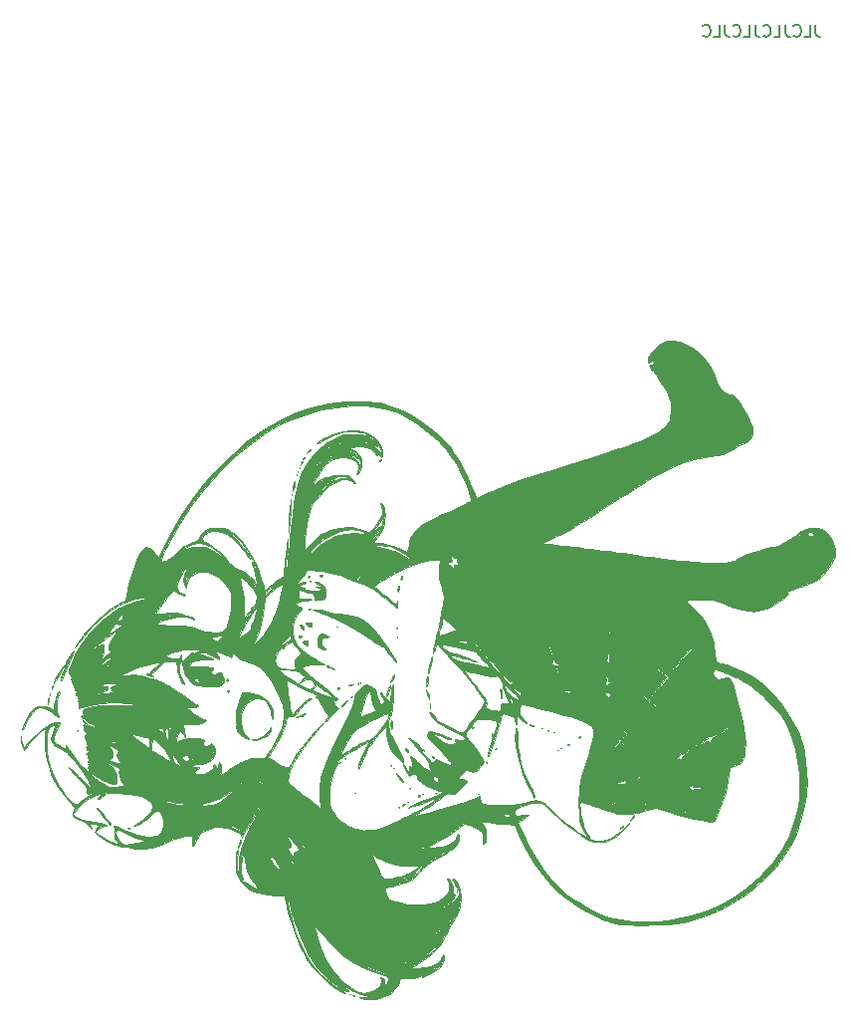
<source format=gbr>
%TF.GenerationSoftware,KiCad,Pcbnew,(5.1.8)-1*%
%TF.CreationDate,2021-12-09T09:07:22-03:00*%
%TF.ProjectId,dsp_amp_2to4,6473705f-616d-4705-9f32-746f342e6b69,1.1*%
%TF.SameCoordinates,Original*%
%TF.FileFunction,Legend,Bot*%
%TF.FilePolarity,Positive*%
%FSLAX46Y46*%
G04 Gerber Fmt 4.6, Leading zero omitted, Abs format (unit mm)*
G04 Created by KiCad (PCBNEW (5.1.8)-1) date 2021-12-09 09:07:22*
%MOMM*%
%LPD*%
G01*
G04 APERTURE LIST*
%ADD10C,0.175000*%
%ADD11C,0.010000*%
G04 APERTURE END LIST*
D10*
X125119047Y-52352380D02*
X125119047Y-53066666D01*
X125166666Y-53209523D01*
X125261904Y-53304761D01*
X125404761Y-53352380D01*
X125500000Y-53352380D01*
X124166666Y-53352380D02*
X124642857Y-53352380D01*
X124642857Y-52352380D01*
X123261904Y-53257142D02*
X123309523Y-53304761D01*
X123452380Y-53352380D01*
X123547619Y-53352380D01*
X123690476Y-53304761D01*
X123785714Y-53209523D01*
X123833333Y-53114285D01*
X123880952Y-52923809D01*
X123880952Y-52780952D01*
X123833333Y-52590476D01*
X123785714Y-52495238D01*
X123690476Y-52400000D01*
X123547619Y-52352380D01*
X123452380Y-52352380D01*
X123309523Y-52400000D01*
X123261904Y-52447619D01*
X122547619Y-52352380D02*
X122547619Y-53066666D01*
X122595238Y-53209523D01*
X122690476Y-53304761D01*
X122833333Y-53352380D01*
X122928571Y-53352380D01*
X121595238Y-53352380D02*
X122071428Y-53352380D01*
X122071428Y-52352380D01*
X120690476Y-53257142D02*
X120738095Y-53304761D01*
X120880952Y-53352380D01*
X120976190Y-53352380D01*
X121119047Y-53304761D01*
X121214285Y-53209523D01*
X121261904Y-53114285D01*
X121309523Y-52923809D01*
X121309523Y-52780952D01*
X121261904Y-52590476D01*
X121214285Y-52495238D01*
X121119047Y-52400000D01*
X120976190Y-52352380D01*
X120880952Y-52352380D01*
X120738095Y-52400000D01*
X120690476Y-52447619D01*
X119976190Y-52352380D02*
X119976190Y-53066666D01*
X120023809Y-53209523D01*
X120119047Y-53304761D01*
X120261904Y-53352380D01*
X120357142Y-53352380D01*
X119023809Y-53352380D02*
X119500000Y-53352380D01*
X119500000Y-52352380D01*
X118119047Y-53257142D02*
X118166666Y-53304761D01*
X118309523Y-53352380D01*
X118404761Y-53352380D01*
X118547619Y-53304761D01*
X118642857Y-53209523D01*
X118690476Y-53114285D01*
X118738095Y-52923809D01*
X118738095Y-52780952D01*
X118690476Y-52590476D01*
X118642857Y-52495238D01*
X118547619Y-52400000D01*
X118404761Y-52352380D01*
X118309523Y-52352380D01*
X118166666Y-52400000D01*
X118119047Y-52447619D01*
X117404761Y-52352380D02*
X117404761Y-53066666D01*
X117452380Y-53209523D01*
X117547619Y-53304761D01*
X117690476Y-53352380D01*
X117785714Y-53352380D01*
X116452380Y-53352380D02*
X116928571Y-53352380D01*
X116928571Y-52352380D01*
X115547619Y-53257142D02*
X115595238Y-53304761D01*
X115738095Y-53352380D01*
X115833333Y-53352380D01*
X115976190Y-53304761D01*
X116071428Y-53209523D01*
X116119047Y-53114285D01*
X116166666Y-52923809D01*
X116166666Y-52780952D01*
X116119047Y-52590476D01*
X116071428Y-52495238D01*
X115976190Y-52400000D01*
X115833333Y-52352380D01*
X115738095Y-52352380D01*
X115595238Y-52400000D01*
X115547619Y-52447619D01*
D11*
%TO.C,LOGO1*%
G36*
X57501352Y-113335299D02*
G01*
X57564872Y-113587575D01*
X57651312Y-113810579D01*
X57741448Y-113949838D01*
X57784513Y-113971056D01*
X57865074Y-113903780D01*
X57992787Y-113735544D01*
X58063972Y-113625873D01*
X58222559Y-113408090D01*
X58449206Y-113145322D01*
X58713489Y-112867286D01*
X58984986Y-112603699D01*
X59233275Y-112384281D01*
X59427933Y-112238747D01*
X59528435Y-112195334D01*
X59602313Y-112223153D01*
X59614814Y-112333550D01*
X59574527Y-112552010D01*
X59542305Y-112859250D01*
X59547176Y-113286500D01*
X59584718Y-113789605D01*
X59650507Y-114324409D01*
X59740120Y-114846758D01*
X59849134Y-115312495D01*
X59852115Y-115323193D01*
X60185398Y-116244809D01*
X60663186Y-117132528D01*
X61295434Y-118003458D01*
X61650841Y-118414128D01*
X62109084Y-118917922D01*
X61976744Y-119195443D01*
X61896228Y-119390085D01*
X61900881Y-119512353D01*
X61993694Y-119637926D01*
X61994247Y-119638538D01*
X62160049Y-119762770D01*
X62415813Y-119895073D01*
X62570530Y-119957459D01*
X63025823Y-120203203D01*
X63297380Y-120449902D01*
X63450203Y-120614581D01*
X63499966Y-120646844D01*
X63448797Y-120548821D01*
X63358950Y-120375339D01*
X63338103Y-120271819D01*
X63341142Y-120267303D01*
X63438484Y-120254482D01*
X63631191Y-120267732D01*
X63856697Y-120298205D01*
X64052439Y-120337055D01*
X64155851Y-120375434D01*
X64160000Y-120383092D01*
X64113030Y-120470753D01*
X63999126Y-120628093D01*
X63990667Y-120638897D01*
X63872203Y-120817693D01*
X63821367Y-120950340D01*
X63821334Y-120952354D01*
X63890100Y-121067088D01*
X64073010Y-121236265D01*
X64334981Y-121434297D01*
X64640929Y-121635593D01*
X64955770Y-121814567D01*
X65100616Y-121885426D01*
X65451871Y-122017477D01*
X65860355Y-122130587D01*
X66109960Y-122179508D01*
X66502220Y-122240662D01*
X66920473Y-122308718D01*
X67152653Y-122348011D01*
X67915756Y-122395585D01*
X68690938Y-122280928D01*
X69456458Y-122007731D01*
X69614964Y-121930043D01*
X70023672Y-121745987D01*
X70500312Y-121571801D01*
X70993834Y-121422458D01*
X71453187Y-121312926D01*
X71827321Y-121258175D01*
X71918115Y-121254667D01*
X72041067Y-121264525D01*
X72101900Y-121321718D01*
X72117276Y-121467674D01*
X72105336Y-121720172D01*
X72091598Y-121981502D01*
X72099712Y-122098061D01*
X72139789Y-122094001D01*
X72220531Y-121995338D01*
X72343589Y-121805661D01*
X72491308Y-121541594D01*
X72559198Y-121408312D01*
X72695930Y-121169319D01*
X72857177Y-121002306D01*
X73098254Y-120857664D01*
X73257320Y-120782183D01*
X73585375Y-120651840D01*
X73912379Y-120552281D01*
X74109517Y-120513455D01*
X74493079Y-120512119D01*
X74919881Y-120577118D01*
X75348143Y-120694285D01*
X75736084Y-120849454D01*
X76041923Y-121028457D01*
X76223879Y-121217128D01*
X76232344Y-121233258D01*
X76325040Y-121423516D01*
X76430385Y-121190925D01*
X76502450Y-121052368D01*
X76637981Y-120809372D01*
X76820933Y-120489217D01*
X77035263Y-120119183D01*
X77264929Y-119726552D01*
X77493886Y-119338602D01*
X77706090Y-118982615D01*
X77885500Y-118685871D01*
X78016070Y-118475651D01*
X78081758Y-118379236D01*
X78085822Y-118376000D01*
X78056171Y-118447998D01*
X77960426Y-118649840D01*
X77808985Y-118960301D01*
X77612249Y-119358153D01*
X77380617Y-119822170D01*
X77245833Y-120090500D01*
X77156334Y-120269952D01*
X77156334Y-124726000D01*
X77198667Y-124768334D01*
X77156334Y-124810667D01*
X77114000Y-124768334D01*
X77156334Y-124726000D01*
X77156334Y-120269952D01*
X76927088Y-120729607D01*
X76927088Y-121948898D01*
X76942074Y-121974334D01*
X76899918Y-122113473D01*
X76866001Y-122175096D01*
X76866001Y-124175667D01*
X76900348Y-124176804D01*
X76983356Y-124296330D01*
X76987000Y-124302667D01*
X77075664Y-124484970D01*
X77108000Y-124599000D01*
X77073653Y-124597863D01*
X76990644Y-124478337D01*
X76987000Y-124472000D01*
X76898336Y-124289697D01*
X76866001Y-124175667D01*
X76866001Y-122175096D01*
X76860000Y-122186000D01*
X76817667Y-122228763D01*
X76817667Y-123879334D01*
X76860000Y-123921667D01*
X76817667Y-123964000D01*
X76775334Y-123921667D01*
X76817667Y-123879334D01*
X76817667Y-122228763D01*
X76792913Y-122253769D01*
X76777926Y-122228334D01*
X76820083Y-122089194D01*
X76860000Y-122016667D01*
X76927088Y-121948898D01*
X76927088Y-120729607D01*
X76912528Y-120758801D01*
X76650359Y-121304020D01*
X76457551Y-121736823D01*
X76457551Y-122686409D01*
X76482062Y-122759864D01*
X76504989Y-122966720D01*
X76529013Y-123265629D01*
X76657292Y-123987021D01*
X76918009Y-124656512D01*
X77294870Y-125235401D01*
X77416325Y-125373167D01*
X77575731Y-125556743D01*
X77663619Y-125687170D01*
X77669377Y-125722845D01*
X77541377Y-125740522D01*
X77320666Y-125665915D01*
X77044707Y-125515037D01*
X76824180Y-125361581D01*
X76618155Y-125217196D01*
X76477614Y-125143337D01*
X76436667Y-125149362D01*
X76507229Y-125263314D01*
X76690226Y-125416789D01*
X76942623Y-125582207D01*
X77221385Y-125731987D01*
X77483477Y-125838546D01*
X77535706Y-125853735D01*
X77748919Y-125914733D01*
X77810790Y-125950999D01*
X77735385Y-125974052D01*
X77689811Y-125979915D01*
X77459543Y-125959435D01*
X77203317Y-125874269D01*
X77183122Y-125864416D01*
X76874862Y-125670043D01*
X76583676Y-125422135D01*
X76370738Y-125174612D01*
X76336267Y-125117950D01*
X76291182Y-125009140D01*
X76348301Y-125020170D01*
X76357941Y-125026005D01*
X76426670Y-125041678D01*
X76398304Y-124930389D01*
X76253355Y-124396060D01*
X76225000Y-123938743D01*
X76225000Y-124810667D01*
X76267334Y-124853000D01*
X76225000Y-124895334D01*
X76182667Y-124853000D01*
X76225000Y-124810667D01*
X76225000Y-123938743D01*
X76215970Y-123793104D01*
X76286874Y-123184268D01*
X76374425Y-122863334D01*
X76424117Y-122727264D01*
X76457551Y-122686409D01*
X76457551Y-121736823D01*
X76450613Y-121752398D01*
X76304578Y-122130180D01*
X76203539Y-122463606D01*
X76138784Y-122778919D01*
X76126222Y-122888186D01*
X76126222Y-124584889D01*
X76176557Y-124596511D01*
X76182667Y-124641334D01*
X76151689Y-124711024D01*
X76126222Y-124697778D01*
X76116089Y-124597298D01*
X76126222Y-124584889D01*
X76126222Y-122888186D01*
X76101599Y-123102363D01*
X76083273Y-123460178D01*
X76079602Y-123602989D01*
X76065740Y-124005196D01*
X76043841Y-124249230D01*
X76012344Y-124346132D01*
X75977751Y-124322656D01*
X75926826Y-124138043D01*
X75898369Y-123836295D01*
X75893305Y-123468232D01*
X75912558Y-123084676D01*
X75949684Y-122778667D01*
X75980870Y-122560982D01*
X75973419Y-122490181D01*
X75924151Y-122547568D01*
X75913386Y-122565355D01*
X75834062Y-122799985D01*
X75786868Y-123149328D01*
X75772659Y-123561674D01*
X75792290Y-123985316D01*
X75846618Y-124368544D01*
X75881226Y-124509293D01*
X76066935Y-124930880D01*
X76359933Y-125355122D01*
X76713923Y-125724855D01*
X77069002Y-125975895D01*
X77301480Y-126059296D01*
X77658608Y-126142220D01*
X78095824Y-126217785D01*
X78568566Y-126279110D01*
X79032271Y-126319314D01*
X79373128Y-126331687D01*
X79674028Y-126342485D01*
X79844838Y-126377467D01*
X79924234Y-126446981D01*
X79937993Y-126482834D01*
X79974376Y-126627767D01*
X80037240Y-126892211D01*
X80115802Y-127230495D01*
X80157163Y-127411137D01*
X80326185Y-128065845D01*
X80542630Y-128771054D01*
X80792876Y-129491741D01*
X81063302Y-130192884D01*
X81340287Y-130839460D01*
X81610210Y-131396447D01*
X81859449Y-131828823D01*
X81897214Y-131885140D01*
X82359424Y-132481874D01*
X82913607Y-133077782D01*
X83520114Y-133636868D01*
X84139298Y-134123138D01*
X84731510Y-134500597D01*
X84843581Y-134560044D01*
X85052610Y-134657727D01*
X85131055Y-134674302D01*
X85090420Y-134620769D01*
X84942211Y-134508128D01*
X84697933Y-134347383D01*
X84485909Y-134218045D01*
X84001524Y-133886210D01*
X83475044Y-133451999D01*
X82951437Y-132958273D01*
X82475669Y-132447895D01*
X82092707Y-131963727D01*
X82039256Y-131885896D01*
X81726792Y-131360433D01*
X81405725Y-130715143D01*
X81097700Y-129996809D01*
X80834054Y-129281010D01*
X80744389Y-128994708D01*
X80639001Y-128625706D01*
X80525651Y-128205321D01*
X80412098Y-127764873D01*
X80306105Y-127335681D01*
X80215430Y-126949064D01*
X80147835Y-126636340D01*
X80111080Y-126428829D01*
X80109902Y-126358543D01*
X80152931Y-126408627D01*
X80220496Y-126581772D01*
X80277843Y-126770066D01*
X80358434Y-127059806D01*
X80466163Y-127446166D01*
X80582495Y-127862707D01*
X80628716Y-128028000D01*
X80807285Y-128609263D01*
X81029904Y-129246392D01*
X81279243Y-129896257D01*
X81537977Y-130515726D01*
X81788779Y-131061669D01*
X82014320Y-131490955D01*
X82031970Y-131521017D01*
X82659276Y-132427690D01*
X83400130Y-133237233D01*
X83786402Y-133579775D01*
X84072681Y-133798723D01*
X84394077Y-134017593D01*
X84717951Y-134217544D01*
X85011663Y-134379730D01*
X85242575Y-134485310D01*
X85378047Y-134515438D01*
X85394214Y-134508009D01*
X85357854Y-134435097D01*
X85224419Y-134281914D01*
X85022694Y-134081473D01*
X85020465Y-134079376D01*
X84607000Y-133690459D01*
X85238117Y-134121709D01*
X85792380Y-134449752D01*
X86399430Y-134702597D01*
X87112677Y-134901914D01*
X87220491Y-134926007D01*
X87400210Y-134973206D01*
X87415433Y-134999849D01*
X87269795Y-135005508D01*
X86966932Y-134989757D01*
X86790821Y-134976421D01*
X86454726Y-134956681D01*
X86284973Y-134963844D01*
X86281049Y-134995933D01*
X86442444Y-135050968D01*
X86768647Y-135126971D01*
X86833156Y-135140343D01*
X87172256Y-135197658D01*
X87424185Y-135202768D01*
X87662929Y-135155446D01*
X87722156Y-135137623D01*
X87959126Y-135053700D01*
X88127674Y-134976784D01*
X88158767Y-134955945D01*
X88302913Y-134898886D01*
X88424689Y-134886000D01*
X88701583Y-134814354D01*
X89005273Y-134625482D01*
X89297468Y-134358483D01*
X89539877Y-134052455D01*
X89694210Y-133746498D01*
X89729334Y-133553821D01*
X89738154Y-133462166D01*
X89786525Y-133405609D01*
X89907307Y-133375697D01*
X90133364Y-133363979D01*
X90475151Y-133362000D01*
X90916124Y-133349384D01*
X91211414Y-133309540D01*
X91382928Y-133239477D01*
X91385318Y-133237693D01*
X91550332Y-133135164D01*
X91645183Y-133117243D01*
X91635921Y-133190068D01*
X91634334Y-133192667D01*
X91607671Y-133254932D01*
X91650298Y-133266468D01*
X91787557Y-133220982D01*
X92044790Y-133112176D01*
X92156737Y-133062888D01*
X92683004Y-132791624D01*
X93064427Y-132501511D01*
X93325495Y-132172936D01*
X93370782Y-132090468D01*
X93479504Y-131822688D01*
X93532782Y-131577290D01*
X93525753Y-131398366D01*
X93454667Y-131330000D01*
X93391459Y-131402578D01*
X93370000Y-131545710D01*
X93289956Y-131792426D01*
X93070069Y-132023721D01*
X93070069Y-132314500D01*
X93026324Y-132380334D01*
X92989200Y-132423692D01*
X92786231Y-132604738D01*
X92565867Y-132745341D01*
X92417263Y-132812760D01*
X92399924Y-132798032D01*
X92517097Y-132697682D01*
X92772029Y-132508236D01*
X92819667Y-132473853D01*
X93005482Y-132344401D01*
X93070069Y-132314500D01*
X93070069Y-132023721D01*
X93067570Y-132026350D01*
X92729463Y-132223479D01*
X92536674Y-132297074D01*
X92286740Y-132371115D01*
X92227000Y-132384295D01*
X92227000Y-132854000D01*
X92269334Y-132896334D01*
X92227000Y-132938667D01*
X92184667Y-132896334D01*
X92227000Y-132854000D01*
X92227000Y-132384295D01*
X92057667Y-132421655D01*
X92057667Y-132938667D01*
X92100000Y-132981000D01*
X92057667Y-133023334D01*
X92015334Y-132981000D01*
X92057667Y-132938667D01*
X92057667Y-132421655D01*
X92026715Y-132428485D01*
X91846000Y-132455999D01*
X91846000Y-133023334D01*
X91915690Y-133054312D01*
X91902445Y-133079778D01*
X91801965Y-133089911D01*
X91789556Y-133079778D01*
X91801178Y-133029444D01*
X91846000Y-133023334D01*
X91846000Y-132455999D01*
X91713169Y-132476224D01*
X91302672Y-132521376D01*
X90957000Y-132553227D01*
X90449000Y-132597953D01*
X91183956Y-132212142D01*
X91977407Y-131719427D01*
X92658916Y-131138847D01*
X93211979Y-130487716D01*
X93620095Y-129783344D01*
X93714319Y-129557625D01*
X93845587Y-129272014D01*
X94037414Y-128924370D01*
X94249061Y-128588355D01*
X94256116Y-128578018D01*
X94622799Y-127930310D01*
X94836772Y-127264706D01*
X94912318Y-126535249D01*
X94912815Y-126465040D01*
X94853885Y-125865704D01*
X94789091Y-125690209D01*
X94789091Y-126540722D01*
X94802649Y-126623945D01*
X94787083Y-126733759D01*
X94758181Y-126735070D01*
X94737969Y-126621753D01*
X94751497Y-126572792D01*
X94789091Y-126540722D01*
X94789091Y-125690209D01*
X94675969Y-125383817D01*
X94395010Y-125030378D01*
X94261478Y-124939431D01*
X94220417Y-124972515D01*
X94279072Y-125107341D01*
X94340974Y-125196651D01*
X94441080Y-125386470D01*
X94467974Y-125509167D01*
X94525492Y-125634640D01*
X94588244Y-125657334D01*
X94674113Y-125730473D01*
X94745933Y-125903825D01*
X94787006Y-126108289D01*
X94780632Y-126274765D01*
X94749802Y-126325865D01*
X94712703Y-126363845D01*
X94712703Y-127333684D01*
X94718701Y-127358310D01*
X94685574Y-127499238D01*
X94593099Y-127737091D01*
X94466850Y-128008891D01*
X94143516Y-128508940D01*
X93694032Y-128995740D01*
X93159490Y-129429508D01*
X92871384Y-129606885D01*
X92871384Y-130652667D01*
X92892076Y-130700512D01*
X92807181Y-130825675D01*
X92644058Y-131000596D01*
X92430067Y-131197718D01*
X92192566Y-131389481D01*
X92019924Y-131510340D01*
X91792092Y-131647772D01*
X91617356Y-131735861D01*
X91558848Y-131753334D01*
X91574573Y-131713321D01*
X91704194Y-131610157D01*
X91850591Y-131511200D01*
X92136219Y-131299071D01*
X92410366Y-131051295D01*
X92494942Y-130960866D01*
X92673703Y-130779350D01*
X92823161Y-130668605D01*
X92871384Y-130652667D01*
X92871384Y-129606885D01*
X92719871Y-129700167D01*
X92451173Y-129837833D01*
X92239947Y-129936013D01*
X92184667Y-129955226D01*
X92184667Y-130906667D01*
X92254357Y-130937645D01*
X92241111Y-130963111D01*
X92140632Y-130973244D01*
X92128222Y-130963111D01*
X92139845Y-130912777D01*
X92184667Y-130906667D01*
X92184667Y-129955226D01*
X92131221Y-129973802D01*
X92130482Y-129973800D01*
X92157475Y-129936871D01*
X92301228Y-129842481D01*
X92487860Y-129735021D01*
X92951321Y-129454940D01*
X93387679Y-129147371D01*
X93734730Y-128856432D01*
X93757358Y-128834625D01*
X93984392Y-128570327D01*
X94230151Y-128219759D01*
X94449414Y-127852680D01*
X94596503Y-127540100D01*
X94668353Y-127375738D01*
X94712703Y-127333684D01*
X94712703Y-126363845D01*
X94659956Y-126417847D01*
X94508973Y-126596993D01*
X94406090Y-126726449D01*
X94193529Y-126942535D01*
X93880294Y-127194629D01*
X93518886Y-127446550D01*
X93161807Y-127662117D01*
X92861557Y-127805148D01*
X92819667Y-127819735D01*
X92803173Y-127808456D01*
X92911429Y-127729647D01*
X93121849Y-127599250D01*
X93183399Y-127563009D01*
X93578046Y-127310212D01*
X93915323Y-127051615D01*
X94172310Y-126808854D01*
X94326088Y-126603565D01*
X94353988Y-126458033D01*
X94322310Y-126293670D01*
X94303542Y-126038218D01*
X94301334Y-125916930D01*
X94255665Y-125587138D01*
X94136217Y-125273389D01*
X93969325Y-125028675D01*
X93801790Y-124911735D01*
X93737990Y-124913673D01*
X93781982Y-125011621D01*
X93822956Y-125072213D01*
X93916951Y-125300807D01*
X93961488Y-125608919D01*
X93962667Y-125666212D01*
X93947056Y-125914966D01*
X93878793Y-126101336D01*
X93725732Y-126294849D01*
X93623403Y-126400009D01*
X93374095Y-126621122D01*
X93114660Y-126808648D01*
X92992977Y-126877439D01*
X92689342Y-126978786D01*
X92269864Y-127062336D01*
X92227000Y-127067635D01*
X92227000Y-127943334D01*
X92269334Y-127985667D01*
X92227000Y-128028000D01*
X92184667Y-127985667D01*
X92227000Y-127943334D01*
X92227000Y-127067635D01*
X91881278Y-127110374D01*
X91881278Y-130998018D01*
X91991092Y-131013584D01*
X91992403Y-131042486D01*
X91879086Y-131062698D01*
X91830125Y-131049170D01*
X91798055Y-131011576D01*
X91881278Y-130998018D01*
X91881278Y-127110374D01*
X91787634Y-127121951D01*
X91507334Y-127138785D01*
X91507334Y-130060000D01*
X91577024Y-130090978D01*
X91563778Y-130116445D01*
X91463298Y-130126578D01*
X91450889Y-130116445D01*
X91462511Y-130066110D01*
X91507334Y-130060000D01*
X91507334Y-127138785D01*
X91338000Y-127148954D01*
X91338000Y-131753334D01*
X91407690Y-131784312D01*
X91394445Y-131809778D01*
X91293965Y-131819911D01*
X91281556Y-131809778D01*
X91293178Y-131759444D01*
X91338000Y-131753334D01*
X91338000Y-127148954D01*
X91295738Y-127151493D01*
X91034611Y-127147612D01*
X91034611Y-131844684D01*
X91144425Y-131860251D01*
X91145736Y-131889153D01*
X91032419Y-131909364D01*
X90983459Y-131895837D01*
X90951388Y-131858242D01*
X91034611Y-131844684D01*
X91034611Y-127147612D01*
X90847268Y-127144826D01*
X90748866Y-127136852D01*
X90660667Y-127124901D01*
X90660667Y-131186038D01*
X90869691Y-131191289D01*
X90948031Y-131204955D01*
X90893500Y-131221310D01*
X90620018Y-131235483D01*
X90470167Y-131224432D01*
X90470167Y-131944776D01*
X90693985Y-131948288D01*
X90761902Y-131961709D01*
X90687302Y-131990810D01*
X90618334Y-132008688D01*
X90385443Y-132058124D01*
X90216167Y-132081983D01*
X90090825Y-132055829D01*
X90068000Y-132018071D01*
X90143934Y-131975088D01*
X90337110Y-131948749D01*
X90470167Y-131944776D01*
X90470167Y-131224432D01*
X90427834Y-131221310D01*
X90375307Y-131202852D01*
X90471464Y-131190085D01*
X90660667Y-131186038D01*
X90660667Y-127124901D01*
X90331249Y-127080260D01*
X89895242Y-126994918D01*
X89814000Y-126974667D01*
X89814000Y-130060000D01*
X89883690Y-130090978D01*
X89870445Y-130116445D01*
X89769965Y-130126578D01*
X89757556Y-130116445D01*
X89769178Y-130066110D01*
X89814000Y-130060000D01*
X89814000Y-126974667D01*
X89480236Y-126891470D01*
X89306000Y-126836975D01*
X89306000Y-130060000D01*
X89375690Y-130090978D01*
X89362445Y-130116445D01*
X89261965Y-130126578D01*
X89249556Y-130116445D01*
X89261178Y-130066110D01*
X89306000Y-130060000D01*
X89306000Y-126836975D01*
X89190981Y-126801001D01*
X89190981Y-130931863D01*
X89380084Y-130959584D01*
X89552042Y-131006343D01*
X89613834Y-131048926D01*
X89611327Y-131052895D01*
X89510216Y-131063710D01*
X89318659Y-131036394D01*
X89306000Y-131033667D01*
X89116913Y-130977974D01*
X89083212Y-130939401D01*
X89190981Y-130931863D01*
X89190981Y-126801001D01*
X89125619Y-126780558D01*
X88870783Y-126672827D01*
X88770338Y-126602246D01*
X88669636Y-126436253D01*
X88580340Y-126205305D01*
X88519497Y-125969692D01*
X88504155Y-125789706D01*
X88524518Y-125732901D01*
X88631960Y-125690543D01*
X88860955Y-125629245D01*
X89166528Y-125560769D01*
X89239597Y-125545902D01*
X89892814Y-125385686D01*
X90426388Y-125177396D01*
X90883713Y-124893690D01*
X91308182Y-124507223D01*
X91743189Y-123990652D01*
X91776235Y-123947496D01*
X92046173Y-123693192D01*
X92466331Y-123434252D01*
X92643572Y-123345785D01*
X93058199Y-123136368D01*
X93426917Y-122926876D01*
X93724862Y-122733838D01*
X93927166Y-122573783D01*
X94008964Y-122463240D01*
X94005361Y-122440584D01*
X94021741Y-122338207D01*
X94059034Y-122305769D01*
X94118415Y-122294367D01*
X94097752Y-122342252D01*
X94057203Y-122442942D01*
X94111349Y-122442758D01*
X94233220Y-122358603D01*
X94395848Y-122207383D01*
X94506403Y-122086094D01*
X94705011Y-121817025D01*
X94795032Y-121579676D01*
X94809334Y-121408760D01*
X94785261Y-121185947D01*
X94729543Y-121092080D01*
X94666927Y-121139289D01*
X94624457Y-121318167D01*
X94525204Y-121527932D01*
X94298003Y-121746441D01*
X93980731Y-121948150D01*
X93848925Y-122005003D01*
X93848925Y-122484353D01*
X93845181Y-122519568D01*
X93695469Y-122634099D01*
X93533120Y-122740256D01*
X93310922Y-122861815D01*
X93138208Y-122923357D01*
X93088620Y-122923843D01*
X93102818Y-122872139D01*
X93239598Y-122771790D01*
X93433500Y-122663432D01*
X93710449Y-122531345D01*
X93848925Y-122484353D01*
X93848925Y-122005003D01*
X93611267Y-122107516D01*
X93347990Y-122178977D01*
X92935691Y-122249421D01*
X92777334Y-122265791D01*
X92777334Y-122990334D01*
X92849817Y-123009527D01*
X92862000Y-123070003D01*
X92817796Y-123185846D01*
X92777334Y-123202000D01*
X92695090Y-123141233D01*
X92692667Y-123122330D01*
X92754211Y-123007663D01*
X92777334Y-122990334D01*
X92777334Y-122265791D01*
X92584682Y-122285707D01*
X92326127Y-122286460D01*
X92191192Y-122250306D01*
X92179178Y-122230524D01*
X92244563Y-122161499D01*
X92432284Y-122037264D01*
X92712243Y-121876349D01*
X93004289Y-121722524D01*
X93489818Y-121470045D01*
X93871732Y-121253311D01*
X94201261Y-121039535D01*
X94529636Y-120795930D01*
X94830564Y-120553726D01*
X95232794Y-120222792D01*
X95625577Y-120356627D01*
X96067082Y-120535361D01*
X96431251Y-120738071D01*
X96688437Y-120945253D01*
X96808341Y-121134741D01*
X96829451Y-121356959D01*
X96814109Y-121637409D01*
X96805559Y-121698399D01*
X96774317Y-121915509D01*
X96785779Y-121991469D01*
X96855557Y-121952283D01*
X96922377Y-121892946D01*
X97026872Y-121758155D01*
X97079921Y-121562887D01*
X97095306Y-121254789D01*
X97095334Y-121235978D01*
X97072120Y-120840174D01*
X96986763Y-120540868D01*
X96815684Y-120269674D01*
X96724920Y-120161609D01*
X96610810Y-120025590D01*
X96608402Y-119987106D01*
X96709737Y-120017144D01*
X96909340Y-120066424D01*
X97244640Y-120123876D01*
X97682482Y-120184906D01*
X98189712Y-120244921D01*
X98733175Y-120299326D01*
X98771026Y-120302743D01*
X99473052Y-120365667D01*
X99838341Y-121212334D01*
X100416333Y-122394379D01*
X101104219Y-123529847D01*
X101882041Y-124593424D01*
X102729841Y-125559794D01*
X103627662Y-126403643D01*
X104394492Y-126991441D01*
X104978386Y-127361180D01*
X105647356Y-127732416D01*
X106341098Y-128074642D01*
X106999310Y-128357347D01*
X107340000Y-128481677D01*
X107741257Y-128608384D01*
X108115296Y-128706287D01*
X108491295Y-128778199D01*
X108898434Y-128826929D01*
X109365890Y-128855289D01*
X109922843Y-128866091D01*
X110598472Y-128862144D01*
X111180131Y-128851635D01*
X111989699Y-128828797D01*
X112665813Y-128794165D01*
X113244250Y-128741816D01*
X113760787Y-128665825D01*
X114251203Y-128560269D01*
X114751273Y-128419224D01*
X115296777Y-128236764D01*
X115637334Y-128113591D01*
X117001611Y-127547050D01*
X118232782Y-126898325D01*
X119352515Y-126153922D01*
X120382478Y-125300347D01*
X120802360Y-124897184D01*
X121665451Y-123967371D01*
X122385136Y-123040700D01*
X122977429Y-122086609D01*
X123458348Y-121074534D01*
X123843907Y-119973915D01*
X124150122Y-118754188D01*
X124229531Y-118357197D01*
X124328662Y-117598234D01*
X124365869Y-116737859D01*
X124344175Y-115827538D01*
X124266601Y-114918733D01*
X124136170Y-114062911D01*
X123955902Y-113311535D01*
X123927948Y-113221017D01*
X123606305Y-112397268D01*
X123166005Y-111543907D01*
X122630551Y-110691816D01*
X122023447Y-109871882D01*
X121368196Y-109114987D01*
X120688301Y-108452015D01*
X120007266Y-107913852D01*
X119772114Y-107760160D01*
X119279145Y-107483932D01*
X118706757Y-107206188D01*
X118109896Y-106950442D01*
X117543512Y-106740208D01*
X117062552Y-106598999D01*
X117053997Y-106596998D01*
X116592034Y-106489596D01*
X116540746Y-105722965D01*
X116462970Y-105105063D01*
X116462970Y-107170664D01*
X116585756Y-107171785D01*
X116829400Y-107230594D01*
X117160282Y-107335420D01*
X117544784Y-107474590D01*
X117949286Y-107636435D01*
X118340169Y-107809282D01*
X118441481Y-107857520D01*
X118855858Y-108078099D01*
X119301216Y-108345999D01*
X119691166Y-108608800D01*
X119743667Y-108647643D01*
X120141656Y-108970619D01*
X120585607Y-109369359D01*
X121042890Y-109810822D01*
X121480877Y-110261971D01*
X121866937Y-110689765D01*
X122168442Y-111061165D01*
X122272816Y-111208593D01*
X122707809Y-111988264D01*
X123075863Y-112893384D01*
X123371100Y-113891463D01*
X123587646Y-114950010D01*
X123719625Y-116036535D01*
X123761161Y-117118548D01*
X123706379Y-118163558D01*
X123631368Y-118720914D01*
X123329558Y-120015096D01*
X122870392Y-121251361D01*
X122258296Y-122421800D01*
X121497695Y-123518503D01*
X120593015Y-124533559D01*
X120139411Y-124962193D01*
X119047367Y-125871409D01*
X117963710Y-126626420D01*
X116863743Y-127239091D01*
X115722774Y-127721286D01*
X114516108Y-128084871D01*
X113219049Y-128341711D01*
X113055000Y-128366088D01*
X111754572Y-128519311D01*
X110576341Y-128582497D01*
X109496381Y-128551170D01*
X108490762Y-128420856D01*
X107535559Y-128187080D01*
X106606842Y-127845367D01*
X105680684Y-127391242D01*
X104733158Y-126820232D01*
X104710893Y-126805668D01*
X103931088Y-126245111D01*
X103219595Y-125623993D01*
X102560614Y-124922846D01*
X101938345Y-124122199D01*
X101336986Y-123202585D01*
X100740739Y-122144534D01*
X100420473Y-121519123D01*
X99773105Y-120217245D01*
X100020204Y-120037456D01*
X100261652Y-119850997D01*
X100480485Y-119666997D01*
X100693667Y-119476327D01*
X100134762Y-119529232D01*
X99835226Y-119553906D01*
X99662437Y-119549923D01*
X99574835Y-119507260D01*
X99530863Y-119415897D01*
X99520985Y-119381235D01*
X99540646Y-119164504D01*
X99723432Y-118960917D01*
X100071573Y-118768621D01*
X100413112Y-118640315D01*
X100956035Y-118491332D01*
X101394030Y-118447075D01*
X101758455Y-118511776D01*
X102080671Y-118689665D01*
X102309988Y-118896260D01*
X102644908Y-119222503D01*
X103060317Y-119594393D01*
X103529759Y-119991360D01*
X104026783Y-120392833D01*
X104524933Y-120778243D01*
X104997755Y-121127017D01*
X105418797Y-121418586D01*
X105761603Y-121632379D01*
X105955529Y-121731025D01*
X106313068Y-121813294D01*
X106757616Y-121818096D01*
X107228424Y-121750672D01*
X107664741Y-121616266D01*
X107755353Y-121575696D01*
X107954615Y-121454552D01*
X108213034Y-121263010D01*
X108498991Y-121029077D01*
X108780867Y-120780758D01*
X109027046Y-120546059D01*
X109205907Y-120352984D01*
X109285832Y-120229539D01*
X109287334Y-120218769D01*
X109234052Y-120236391D01*
X109091700Y-120355203D01*
X108886519Y-120552387D01*
X108788445Y-120652542D01*
X108212700Y-121152675D01*
X107605343Y-121493591D01*
X106974301Y-121671422D01*
X106645144Y-121698085D01*
X106345094Y-121690090D01*
X106084530Y-121646062D01*
X105824509Y-121550056D01*
X105526087Y-121386127D01*
X105150320Y-121138330D01*
X104969334Y-121011945D01*
X104643742Y-120772246D01*
X104262745Y-120475582D01*
X103852580Y-120144182D01*
X103439480Y-119800275D01*
X103049680Y-119466089D01*
X102709415Y-119163854D01*
X102444920Y-118915797D01*
X102282430Y-118744148D01*
X102262995Y-118718873D01*
X102048964Y-118519628D01*
X101747425Y-118360439D01*
X101706729Y-118345764D01*
X101493999Y-118281573D01*
X101312811Y-118259264D01*
X101104001Y-118280496D01*
X100808408Y-118346932D01*
X100701527Y-118373990D01*
X99975331Y-118530823D01*
X99236787Y-118637903D01*
X98965239Y-118659058D01*
X98965239Y-119404443D01*
X99104111Y-119462826D01*
X99127334Y-119519000D01*
X99064999Y-119631369D01*
X99010917Y-119646000D01*
X98850578Y-119630101D01*
X98622776Y-119591641D01*
X98612713Y-119589643D01*
X98438979Y-119546818D01*
X98416089Y-119508473D01*
X98496297Y-119468594D01*
X98745457Y-119404994D01*
X98965239Y-119404443D01*
X98965239Y-118659058D01*
X98520458Y-118693711D01*
X97860909Y-118696727D01*
X97292704Y-118645433D01*
X96862500Y-118542703D01*
X96671342Y-118448499D01*
X96596978Y-118309839D01*
X96587334Y-118159060D01*
X96587334Y-117874018D01*
X96220509Y-118031257D01*
X95923030Y-118147021D01*
X95512957Y-118289938D01*
X95016252Y-118452463D01*
X94458881Y-118627051D01*
X93866807Y-118806159D01*
X93265994Y-118982241D01*
X92682408Y-119147752D01*
X92142012Y-119295149D01*
X91691283Y-119411587D01*
X91691283Y-122203105D01*
X91863444Y-122203589D01*
X91930667Y-122270667D01*
X91855968Y-122323670D01*
X91699111Y-122345166D01*
X91699111Y-123710000D01*
X91698248Y-123768226D01*
X91614052Y-123918211D01*
X91473118Y-124122916D01*
X91302045Y-124345306D01*
X91127431Y-124548340D01*
X91017919Y-124658581D01*
X90805580Y-124853000D01*
X90954528Y-124620167D01*
X91036531Y-124463730D01*
X91040440Y-124388514D01*
X91034221Y-124387334D01*
X91049346Y-124333643D01*
X91159906Y-124194670D01*
X91295667Y-124048667D01*
X91489471Y-123862537D01*
X91640655Y-123739527D01*
X91699111Y-123710000D01*
X91699111Y-122345166D01*
X91670718Y-122349058D01*
X91613167Y-122349383D01*
X91424847Y-122338851D01*
X91389680Y-122311723D01*
X91465000Y-122270667D01*
X91691283Y-122203105D01*
X91691283Y-119411587D01*
X91670771Y-119416886D01*
X91380334Y-119485249D01*
X91380334Y-123540667D01*
X91422667Y-123583000D01*
X91380334Y-123625334D01*
X91338000Y-123583000D01*
X91380334Y-123540667D01*
X91380334Y-119485249D01*
X91294648Y-119505419D01*
X91039608Y-119553204D01*
X90961501Y-119559410D01*
X90983818Y-119522594D01*
X91126231Y-119427482D01*
X91358650Y-119293993D01*
X91380334Y-119282196D01*
X91823709Y-119025407D01*
X92298262Y-118723366D01*
X92749591Y-118412577D01*
X93123293Y-118129543D01*
X93224689Y-118044656D01*
X93518845Y-117810692D01*
X93748909Y-117689680D01*
X93959252Y-117664538D01*
X94126997Y-117697232D01*
X94260595Y-117726663D01*
X94375915Y-117713526D01*
X94506754Y-117638179D01*
X94686910Y-117480981D01*
X94950180Y-117222288D01*
X94958473Y-117213996D01*
X95225567Y-116946419D01*
X95377043Y-116771965D01*
X95412020Y-116659221D01*
X95329619Y-116576773D01*
X95128960Y-116493209D01*
X94936334Y-116424007D01*
X94682334Y-116332002D01*
X95034813Y-116003136D01*
X95245462Y-115817318D01*
X95393693Y-115731255D01*
X95535066Y-115723228D01*
X95669254Y-115755135D01*
X95978442Y-115824857D01*
X96195805Y-115805896D01*
X96376421Y-115677380D01*
X96575367Y-115418434D01*
X96581532Y-115409404D01*
X96872065Y-114983136D01*
X96698250Y-114626401D01*
X96570484Y-114401655D01*
X96374713Y-114099831D01*
X96138824Y-113759465D01*
X95890702Y-113419089D01*
X95658233Y-113117238D01*
X95469302Y-112892446D01*
X95377401Y-112801176D01*
X95323314Y-112736985D01*
X95323304Y-112651184D01*
X95390954Y-112515766D01*
X95539848Y-112302726D01*
X95757226Y-112018009D01*
X95985194Y-111725680D01*
X96161296Y-111528346D01*
X96325913Y-111410722D01*
X96519429Y-111357527D01*
X96782224Y-111353477D01*
X97154682Y-111383288D01*
X97378129Y-111404558D01*
X97749726Y-111457764D01*
X97959093Y-111531396D01*
X98003450Y-111579621D01*
X98004684Y-111720376D01*
X97961003Y-111963614D01*
X97897933Y-112201059D01*
X97806029Y-112475727D01*
X97733424Y-112609722D01*
X97663871Y-112627931D01*
X97632445Y-112607694D01*
X97539023Y-112568097D01*
X97524921Y-112632009D01*
X97598583Y-112749150D01*
X97607196Y-112757996D01*
X97631263Y-112871247D01*
X97592734Y-113110064D01*
X97489236Y-113486771D01*
X97431428Y-113671606D01*
X97325536Y-114019836D01*
X97249425Y-114305094D01*
X97212093Y-114491307D01*
X97213906Y-114543462D01*
X97277877Y-114522678D01*
X97304222Y-114472285D01*
X97558748Y-113767250D01*
X97796771Y-113078451D01*
X98005188Y-112445253D01*
X98170895Y-111907023D01*
X98241907Y-111655238D01*
X98332691Y-111323852D01*
X98407995Y-111061811D01*
X98456827Y-110906753D01*
X98467985Y-110881004D01*
X98554693Y-110892510D01*
X98757865Y-110944471D01*
X99021500Y-111022003D01*
X99305602Y-111114357D01*
X99463962Y-111190605D01*
X99533287Y-111282430D01*
X99550284Y-111421514D01*
X99550667Y-111478738D01*
X99574384Y-111673347D01*
X99632631Y-111769743D01*
X99644227Y-111772000D01*
X99701483Y-111694836D01*
X99709429Y-111481516D01*
X99705489Y-111433334D01*
X99694438Y-111221774D01*
X99705977Y-111103612D01*
X99714558Y-111094667D01*
X99792130Y-111149227D01*
X99951419Y-111290834D01*
X100117187Y-111449220D01*
X100354939Y-111661488D01*
X100493452Y-111745456D01*
X100523028Y-111708454D01*
X100433973Y-111557814D01*
X100256171Y-111344140D01*
X100065303Y-111113553D01*
X99971321Y-110926739D01*
X99945170Y-110714279D01*
X99947212Y-110606055D01*
X99964248Y-110368576D01*
X100009745Y-110209359D01*
X100107585Y-110123530D01*
X100281655Y-110106217D01*
X100555838Y-110152548D01*
X100954020Y-110257649D01*
X101244000Y-110341512D01*
X101526799Y-110417105D01*
X101846924Y-110493109D01*
X101907014Y-110506166D01*
X102238598Y-110585516D01*
X102671907Y-110701952D01*
X103170217Y-110844270D01*
X103696804Y-111001262D01*
X104214945Y-111161721D01*
X104687915Y-111314443D01*
X105078991Y-111448219D01*
X105351448Y-111551844D01*
X105392417Y-111569752D01*
X105797128Y-111778199D01*
X106058002Y-111977900D01*
X106197499Y-112192042D01*
X106238082Y-112442925D01*
X106209133Y-112772541D01*
X106122680Y-113215928D01*
X105975886Y-113784504D01*
X105765913Y-114489686D01*
X105601052Y-115005736D01*
X105385537Y-115685822D01*
X105224316Y-116250870D01*
X105109946Y-116743523D01*
X105034982Y-117206421D01*
X104991982Y-117682205D01*
X104973501Y-118213515D01*
X104971119Y-118614369D01*
X104974917Y-119124971D01*
X104987689Y-119506833D01*
X105014040Y-119800494D01*
X105058574Y-120046489D01*
X105125894Y-120285357D01*
X105178503Y-120440318D01*
X105337893Y-120823461D01*
X105514135Y-121135547D01*
X105686735Y-121345937D01*
X105835196Y-121423992D01*
X105836524Y-121424000D01*
X105843322Y-121364956D01*
X105764876Y-121218721D01*
X105735317Y-121175594D01*
X105562872Y-120859852D01*
X105395986Y-120425739D01*
X105248426Y-119924021D01*
X105133958Y-119405460D01*
X105066350Y-118920821D01*
X105054000Y-118663272D01*
X105055614Y-118545526D01*
X105074551Y-118464965D01*
X105131952Y-118424304D01*
X105248962Y-118426256D01*
X105446721Y-118473535D01*
X105746373Y-118568856D01*
X106169061Y-118714931D01*
X106578000Y-118858887D01*
X107250936Y-119091303D01*
X107799418Y-119264728D01*
X108256640Y-119381987D01*
X108655795Y-119445907D01*
X109030074Y-119459313D01*
X109412673Y-119425032D01*
X109836783Y-119345888D01*
X110335597Y-119224709D01*
X110468522Y-119190103D01*
X111522710Y-118913625D01*
X112627522Y-119242501D01*
X113391925Y-119462735D01*
X114109183Y-119655283D01*
X114758376Y-119815376D01*
X115318589Y-119938245D01*
X115768903Y-120019121D01*
X116088401Y-120053235D01*
X116179586Y-120052396D01*
X116526334Y-120027000D01*
X116967684Y-118926064D01*
X117238272Y-118220040D01*
X117437826Y-117619392D01*
X117577584Y-117081491D01*
X117668785Y-116563712D01*
X117718819Y-116077265D01*
X117766868Y-115429529D01*
X118162601Y-115330914D01*
X118530207Y-115219539D01*
X118768229Y-115082471D01*
X118916005Y-114882235D01*
X119012873Y-114581358D01*
X119029815Y-114504793D01*
X119111054Y-113972942D01*
X119134390Y-113398551D01*
X119097362Y-112761838D01*
X118997507Y-112043021D01*
X118832364Y-111222318D01*
X118825262Y-111193581D01*
X118825262Y-111602667D01*
X118857810Y-111616795D01*
X118807845Y-111664393D01*
X118661433Y-111753282D01*
X118404637Y-111891285D01*
X118023522Y-112086223D01*
X117504153Y-112345918D01*
X117477080Y-112359364D01*
X116992544Y-112603283D01*
X116641258Y-112789619D01*
X116402636Y-112931562D01*
X116275853Y-113027366D01*
X116275853Y-114166044D01*
X116289137Y-114272418D01*
X116291607Y-114396667D01*
X116285002Y-114579788D01*
X116280844Y-114592165D01*
X116280844Y-115322816D01*
X116294205Y-115439889D01*
X116295024Y-115497334D01*
X116286197Y-115651369D01*
X116264219Y-115669523D01*
X116256304Y-115645500D01*
X116243137Y-115430766D01*
X116256304Y-115349167D01*
X116280844Y-115322816D01*
X116280844Y-114592165D01*
X116268115Y-114630057D01*
X116254915Y-114587167D01*
X116240907Y-114340450D01*
X116254915Y-114206167D01*
X116275853Y-114166044D01*
X116275853Y-113027366D01*
X116256094Y-113042297D01*
X116198278Y-113113724D01*
X116198278Y-113538251D01*
X116212936Y-113650708D01*
X116213495Y-113677000D01*
X116204343Y-113821596D01*
X116177838Y-113834327D01*
X116174464Y-113826778D01*
X116157715Y-113658699D01*
X116171327Y-113572778D01*
X116198278Y-113538251D01*
X116198278Y-113113724D01*
X116181046Y-113135014D01*
X116158813Y-113203892D01*
X116123814Y-113334263D01*
X116068902Y-113308288D01*
X116057396Y-113290708D01*
X115987782Y-113233659D01*
X115863248Y-113247671D01*
X115642827Y-113339566D01*
X115578250Y-113370498D01*
X115229850Y-113554405D01*
X114857219Y-113775640D01*
X114697305Y-113879280D01*
X114697305Y-116725000D01*
X114663667Y-117148334D01*
X115806667Y-117122219D01*
X116252959Y-117109446D01*
X116658577Y-117093134D01*
X116982845Y-117075239D01*
X117185089Y-117057717D01*
X117203667Y-117055036D01*
X117358240Y-117040688D01*
X117355864Y-117074741D01*
X117330667Y-117091477D01*
X117204494Y-117122546D01*
X116942375Y-117156086D01*
X116577599Y-117188834D01*
X116143456Y-117217530D01*
X115934916Y-117228224D01*
X115487991Y-117254370D01*
X115102806Y-117286893D01*
X114810273Y-117322403D01*
X114641301Y-117357512D01*
X114613198Y-117373163D01*
X114546268Y-117389427D01*
X114516425Y-117339716D01*
X114516425Y-117566055D01*
X114529983Y-117649278D01*
X114514416Y-117759092D01*
X114485514Y-117760403D01*
X114465303Y-117647086D01*
X114478830Y-117598125D01*
X114516425Y-117566055D01*
X114516425Y-117339716D01*
X114511116Y-117330872D01*
X114435748Y-117260344D01*
X114435748Y-117950404D01*
X114443471Y-118019591D01*
X114410105Y-118210078D01*
X114360690Y-118405106D01*
X114295413Y-118598600D01*
X114241185Y-118689826D01*
X114228992Y-118689215D01*
X114228118Y-118591762D01*
X114271182Y-118387869D01*
X114313934Y-118236775D01*
X114391160Y-118017729D01*
X114435748Y-117950404D01*
X114435748Y-117260344D01*
X114398482Y-117225470D01*
X114224167Y-117167126D01*
X114074520Y-117144630D01*
X114074520Y-119017030D01*
X114109991Y-119050100D01*
X114110333Y-119058318D01*
X114064161Y-119226959D01*
X113989026Y-119354651D01*
X113895025Y-119450661D01*
X113869080Y-119418403D01*
X113911525Y-119284812D01*
X113986334Y-119138000D01*
X114074520Y-119017030D01*
X114074520Y-117144630D01*
X113986334Y-117131372D01*
X114248562Y-117118686D01*
X114492286Y-117048803D01*
X114604048Y-116915500D01*
X114697305Y-116725000D01*
X114697305Y-113879280D01*
X114491404Y-114012726D01*
X114163454Y-114244185D01*
X113904416Y-114448539D01*
X113745338Y-114604310D01*
X113733310Y-114624810D01*
X113733310Y-115037576D01*
X113746642Y-115129085D01*
X113750451Y-115285667D01*
X113745071Y-115486456D01*
X113729980Y-115559850D01*
X113718222Y-115528166D01*
X113718222Y-116626222D01*
X113768557Y-116637845D01*
X113774667Y-116682667D01*
X113743689Y-116752357D01*
X113718222Y-116739111D01*
X113708089Y-116638632D01*
X113718222Y-116626222D01*
X113718222Y-115528166D01*
X113715067Y-115519664D01*
X113699821Y-115287388D01*
X113713912Y-115096331D01*
X113733310Y-115037576D01*
X113733310Y-114624810D01*
X113711630Y-114661763D01*
X113659534Y-114770710D01*
X113600813Y-114728019D01*
X113519453Y-114673447D01*
X113374162Y-114722979D01*
X113295059Y-114768906D01*
X113161081Y-114847976D01*
X113147323Y-114842070D01*
X113257757Y-114741074D01*
X113330930Y-114677545D01*
X113552729Y-114416203D01*
X113617627Y-114185000D01*
X113629351Y-114035425D01*
X113648709Y-114047280D01*
X113665086Y-114121500D01*
X113721703Y-114270150D01*
X113776128Y-114312000D01*
X113874046Y-114269332D01*
X114082021Y-114153746D01*
X114367654Y-113983865D01*
X114638073Y-113816498D01*
X114991137Y-113597245D01*
X115320076Y-113398052D01*
X115581090Y-113245179D01*
X115700834Y-113179324D01*
X115920233Y-113010529D01*
X115977297Y-112849326D01*
X115991849Y-112728706D01*
X116042791Y-112763214D01*
X116055586Y-112782679D01*
X116109258Y-112815532D01*
X116217832Y-112805102D01*
X116401292Y-112743806D01*
X116679623Y-112624060D01*
X117072808Y-112438280D01*
X117450107Y-112253512D01*
X117883024Y-112041220D01*
X118262869Y-111857917D01*
X118563879Y-111715798D01*
X118760291Y-111627055D01*
X118825262Y-111602667D01*
X118825262Y-111193581D01*
X118599472Y-110279947D01*
X118424850Y-109643140D01*
X118248494Y-109023894D01*
X118105755Y-108551379D01*
X117984473Y-108209298D01*
X117872491Y-107981351D01*
X117757650Y-107851240D01*
X117627793Y-107802668D01*
X117470761Y-107819337D01*
X117274396Y-107884948D01*
X117149931Y-107934108D01*
X116796435Y-108075549D01*
X116597884Y-107844720D01*
X116465665Y-107630699D01*
X116401386Y-107405142D01*
X116416823Y-107226878D01*
X116462970Y-107170664D01*
X116462970Y-105105063D01*
X116430472Y-104846878D01*
X116214691Y-104071221D01*
X115877830Y-103362645D01*
X115861855Y-103339878D01*
X115861855Y-112161034D01*
X115887465Y-112195334D01*
X115937753Y-112314646D01*
X115971295Y-112466417D01*
X115979440Y-112588666D01*
X115953535Y-112619412D01*
X115945577Y-112611611D01*
X115907433Y-112512188D01*
X115858401Y-112322612D01*
X115858339Y-112322334D01*
X115832588Y-112166628D01*
X115861855Y-112161034D01*
X115861855Y-103339878D01*
X115404314Y-102687800D01*
X115393669Y-102676224D01*
X115393669Y-110925334D01*
X115421682Y-110930434D01*
X115493679Y-111065097D01*
X115594214Y-111300325D01*
X115596599Y-111306334D01*
X115701454Y-111590303D01*
X115773686Y-111823081D01*
X115796332Y-111941334D01*
X115768319Y-111936233D01*
X115696322Y-111801570D01*
X115595787Y-111566342D01*
X115593402Y-111560334D01*
X115488546Y-111276364D01*
X115416314Y-111043586D01*
X115393669Y-110925334D01*
X115393669Y-102676224D01*
X114926127Y-102167751D01*
X114926127Y-109740000D01*
X114977811Y-109808214D01*
X115068629Y-109974757D01*
X115170624Y-110182482D01*
X115255841Y-110374242D01*
X115296325Y-110492889D01*
X115296807Y-110497767D01*
X115253718Y-110485486D01*
X115221854Y-110455434D01*
X115146745Y-110339221D01*
X115056655Y-110153435D01*
X114974803Y-109954250D01*
X114924411Y-109797838D01*
X114926127Y-109740000D01*
X114926127Y-102167751D01*
X114833214Y-102066704D01*
X114595829Y-101833114D01*
X114595829Y-105278660D01*
X114621303Y-105313853D01*
X114621334Y-105316600D01*
X114562366Y-105433205D01*
X114478902Y-105517467D01*
X114377785Y-105620312D01*
X114191056Y-105828851D01*
X113940603Y-106117944D01*
X113648315Y-106462453D01*
X113459820Y-106687881D01*
X112583171Y-107742095D01*
X113291795Y-108423548D01*
X113540783Y-108666058D01*
X113709166Y-108836365D01*
X113783366Y-108920170D01*
X113749804Y-108903173D01*
X113739376Y-108894879D01*
X113585091Y-108763544D01*
X113585091Y-113671388D01*
X113598649Y-113754611D01*
X113583083Y-113864425D01*
X113554181Y-113865736D01*
X113533969Y-113752419D01*
X113547497Y-113703459D01*
X113585091Y-113671388D01*
X113585091Y-108763544D01*
X113541021Y-108726029D01*
X113280430Y-108492290D01*
X113036556Y-108265460D01*
X112970334Y-108203580D01*
X112970334Y-114904667D01*
X113012667Y-114947000D01*
X112970334Y-114989334D01*
X112928000Y-114947000D01*
X112970334Y-114904667D01*
X112970334Y-108203580D01*
X112806443Y-108050432D01*
X112753154Y-108008536D01*
X112753154Y-115094759D01*
X112758667Y-115106340D01*
X112699063Y-115183605D01*
X112674000Y-115201000D01*
X112594846Y-115222575D01*
X112589334Y-115210994D01*
X112648937Y-115133728D01*
X112674000Y-115116334D01*
X112753154Y-115094759D01*
X112753154Y-108008536D01*
X112661783Y-107936699D01*
X112565223Y-107908967D01*
X112479411Y-107951944D01*
X112412412Y-108009914D01*
X112377667Y-108048110D01*
X112377667Y-111010000D01*
X112420000Y-111052334D01*
X112377667Y-111094667D01*
X112335334Y-111052334D01*
X112377667Y-111010000D01*
X112377667Y-108048110D01*
X112291843Y-108142461D01*
X112278889Y-108158580D01*
X112278889Y-116456889D01*
X112329223Y-116468511D01*
X112335334Y-116513334D01*
X112304355Y-116583024D01*
X112293000Y-116577118D01*
X112293000Y-118376000D01*
X112335334Y-118418334D01*
X112293000Y-118460667D01*
X112250667Y-118418334D01*
X112293000Y-118376000D01*
X112293000Y-116577118D01*
X112278889Y-116569778D01*
X112268756Y-116469298D01*
X112278889Y-116456889D01*
X112278889Y-108158580D01*
X112123667Y-108351731D01*
X112123667Y-116005334D01*
X112166000Y-116047667D01*
X112123667Y-116090000D01*
X112081334Y-116047667D01*
X112123667Y-116005334D01*
X112123667Y-108351731D01*
X112101380Y-108379464D01*
X111867943Y-108686450D01*
X111636955Y-109003023D01*
X111043863Y-109832379D01*
X111410160Y-110146023D01*
X111727325Y-110419113D01*
X111928956Y-110597233D01*
X112029404Y-110694056D01*
X112043018Y-110723259D01*
X111996667Y-110704944D01*
X111869418Y-110619538D01*
X111660844Y-110458753D01*
X111430364Y-110269315D01*
X111012443Y-109915735D01*
X111012443Y-115669241D01*
X111026166Y-115704128D01*
X110965749Y-115748361D01*
X110965749Y-118086107D01*
X110976925Y-118102516D01*
X110936682Y-118234744D01*
X110830806Y-118442837D01*
X110772431Y-118539899D01*
X110623379Y-118753449D01*
X110492554Y-118903858D01*
X110454931Y-118933770D01*
X110418698Y-118929967D01*
X110483758Y-118835054D01*
X110609993Y-118656798D01*
X110756148Y-118410956D01*
X110797517Y-118333667D01*
X110900643Y-118156514D01*
X110965749Y-118086107D01*
X110965749Y-115748361D01*
X110938334Y-115768433D01*
X110786661Y-115870488D01*
X110556514Y-116042334D01*
X110316145Y-116232009D01*
X109977255Y-116478791D01*
X109691527Y-116632482D01*
X109482785Y-116682243D01*
X109396279Y-116650502D01*
X109418480Y-116607052D01*
X109492854Y-116598000D01*
X109623957Y-116550173D01*
X109850281Y-116422051D01*
X110132897Y-116236677D01*
X110279574Y-116132334D01*
X110568250Y-115928832D01*
X110811174Y-115771042D01*
X110972773Y-115681440D01*
X111012443Y-115669241D01*
X111012443Y-109915735D01*
X110991060Y-109897644D01*
X110856689Y-110157489D01*
X110738692Y-110360388D01*
X110684351Y-110408641D01*
X110705511Y-110307862D01*
X110784888Y-110123439D01*
X110869517Y-109927416D01*
X110868663Y-109812856D01*
X110772343Y-109709651D01*
X110720019Y-109667802D01*
X110470885Y-109465219D01*
X110288297Y-109305167D01*
X110193467Y-109207550D01*
X110207607Y-109192270D01*
X110218667Y-109197424D01*
X110360817Y-109286134D01*
X110568601Y-109434994D01*
X110655596Y-109501326D01*
X110965526Y-109742237D01*
X111692763Y-108774005D01*
X111952224Y-108426029D01*
X112170805Y-108128048D01*
X112330354Y-107905188D01*
X112412716Y-107782574D01*
X112420000Y-107767466D01*
X112356980Y-107703561D01*
X112186744Y-107561110D01*
X111937523Y-107363186D01*
X111721500Y-107196596D01*
X111421258Y-106965678D01*
X111167899Y-106767109D01*
X110994282Y-106626850D01*
X110938334Y-106577819D01*
X110916602Y-106538542D01*
X111004965Y-106583102D01*
X111177641Y-106694287D01*
X111408848Y-106854882D01*
X111672804Y-107047673D01*
X111889016Y-107212577D01*
X112147312Y-107406312D01*
X112358232Y-107550838D01*
X112483911Y-107620567D01*
X112496792Y-107623334D01*
X112574687Y-107560864D01*
X112738827Y-107388060D01*
X112969696Y-107126831D01*
X113247777Y-106799086D01*
X113458429Y-106543834D01*
X113853347Y-106064067D01*
X114154715Y-105708040D01*
X114372365Y-105465379D01*
X114516126Y-105325710D01*
X114595829Y-105278660D01*
X114595829Y-101833114D01*
X114047696Y-101293742D01*
X114430998Y-101241204D01*
X114684991Y-101218315D01*
X115048551Y-101200473D01*
X115461932Y-101190191D01*
X115679764Y-101188667D01*
X116082559Y-101192189D01*
X116374877Y-101211085D01*
X116615551Y-101257851D01*
X116863414Y-101344984D01*
X117177297Y-101484980D01*
X117262702Y-101524887D01*
X118122293Y-101849535D01*
X118936198Y-102049733D01*
X119352459Y-102129993D01*
X119648553Y-102177630D01*
X119870218Y-102193905D01*
X120063197Y-102180082D01*
X120273229Y-102137422D01*
X120452943Y-102091588D01*
X120908934Y-101934143D01*
X121427353Y-101695139D01*
X121945734Y-101407367D01*
X122401612Y-101103614D01*
X122537605Y-100997319D01*
X122719919Y-100828963D01*
X122777953Y-100714194D01*
X122742916Y-100630601D01*
X122692237Y-100522351D01*
X122760965Y-100470217D01*
X122882342Y-100427854D01*
X123129093Y-100343815D01*
X123465969Y-100230045D01*
X123857723Y-100098487D01*
X123880229Y-100090950D01*
X124306588Y-99940692D01*
X124710288Y-99785150D01*
X125043848Y-99643404D01*
X125248954Y-99540998D01*
X125714565Y-99180428D01*
X126132098Y-98682901D01*
X126439870Y-98153815D01*
X126574353Y-97875691D01*
X126686898Y-97642854D01*
X126742385Y-97527982D01*
X126803020Y-97238829D01*
X126767755Y-96854194D01*
X126641385Y-96418183D01*
X126372051Y-95851890D01*
X126053133Y-95445006D01*
X125680534Y-95193834D01*
X125250158Y-95094674D01*
X125173420Y-95092667D01*
X124731694Y-95122061D01*
X124680606Y-95134764D01*
X124680606Y-95452417D01*
X124782091Y-95473907D01*
X124921287Y-95577125D01*
X124941888Y-95719063D01*
X124865243Y-95812802D01*
X124711346Y-95835441D01*
X124544613Y-95776752D01*
X124446814Y-95669731D01*
X124442667Y-95642291D01*
X124507734Y-95492387D01*
X124680606Y-95452417D01*
X124680606Y-95134764D01*
X124329496Y-95222074D01*
X124144821Y-95306970D01*
X124144821Y-95431650D01*
X124132662Y-95472571D01*
X124008654Y-95577102D01*
X123905403Y-95650527D01*
X123705447Y-95771515D01*
X123567303Y-95827661D01*
X123537534Y-95824423D01*
X123572550Y-95760403D01*
X123705561Y-95654830D01*
X123883257Y-95542184D01*
X124052327Y-95456942D01*
X124144821Y-95431650D01*
X124144821Y-95306970D01*
X123919711Y-95410455D01*
X123455223Y-95704951D01*
X123349308Y-95779798D01*
X122809318Y-96150520D01*
X122360515Y-96419238D01*
X121971974Y-96601262D01*
X121612771Y-96711901D01*
X121385108Y-96752171D01*
X121033485Y-96820956D01*
X120676795Y-96925032D01*
X120550049Y-96973480D01*
X120263421Y-97076433D01*
X119896054Y-97182948D01*
X119576383Y-97259145D01*
X119149642Y-97378686D01*
X118778978Y-97538384D01*
X118643000Y-97620898D01*
X118405255Y-97777176D01*
X118198075Y-97895914D01*
X118135000Y-97925155D01*
X117837957Y-97998978D01*
X117396603Y-98048962D01*
X116834420Y-98074039D01*
X116174892Y-98073138D01*
X115468000Y-98046628D01*
X115106079Y-98022223D01*
X114640323Y-97983277D01*
X114096092Y-97932617D01*
X113498748Y-97873071D01*
X112873651Y-97807465D01*
X112246163Y-97738625D01*
X111641646Y-97669379D01*
X111085459Y-97602553D01*
X110602965Y-97540974D01*
X110219524Y-97487469D01*
X109960498Y-97444865D01*
X109863691Y-97421968D01*
X109816358Y-97411299D01*
X109816358Y-105845334D01*
X109923494Y-105885669D01*
X110107067Y-105987047D01*
X110321440Y-106120028D01*
X110520974Y-106255172D01*
X110660032Y-106363038D01*
X110695662Y-106412561D01*
X110611104Y-106389530D01*
X110428886Y-106290656D01*
X110205719Y-106148690D01*
X109985535Y-105994673D01*
X109845698Y-105885486D01*
X109816358Y-105845334D01*
X109816358Y-97411299D01*
X109712431Y-97387873D01*
X109414013Y-97338072D01*
X109194567Y-97305539D01*
X109194567Y-108219624D01*
X109287716Y-108293421D01*
X109410199Y-108420606D01*
X109600929Y-108640810D01*
X109694035Y-108768692D01*
X109685564Y-108793892D01*
X109571562Y-108706052D01*
X109491226Y-108632925D01*
X109315985Y-108442622D01*
X109193771Y-108264471D01*
X109190758Y-108258334D01*
X109194567Y-108219624D01*
X109194567Y-97305539D01*
X109075667Y-97287912D01*
X109075667Y-107962000D01*
X109118000Y-108004334D01*
X109075667Y-108046667D01*
X109033334Y-108004334D01*
X109075667Y-107962000D01*
X109075667Y-97287912D01*
X108989621Y-97275155D01*
X108746696Y-97241440D01*
X108746696Y-112244482D01*
X108874999Y-112336180D01*
X108906334Y-112364667D01*
X109049055Y-112512773D01*
X109117068Y-112610935D01*
X109118000Y-112616817D01*
X109092830Y-112655197D01*
X109092830Y-113941531D01*
X109104632Y-114058000D01*
X109091326Y-114178196D01*
X109061927Y-114163834D01*
X109050744Y-113990491D01*
X109061927Y-113952167D01*
X109092830Y-113941531D01*
X109092830Y-112655197D01*
X109062300Y-112701751D01*
X108920463Y-112858454D01*
X108820291Y-112958667D01*
X108522583Y-113247217D01*
X108777958Y-113447078D01*
X108942799Y-113592768D01*
X109029463Y-113701908D01*
X109033334Y-113717106D01*
X109013091Y-113714050D01*
X109013091Y-115788055D01*
X109026649Y-115871278D01*
X109011083Y-115981092D01*
X108982181Y-115982403D01*
X108961969Y-115869086D01*
X108975497Y-115820125D01*
X109013091Y-115788055D01*
X109013091Y-113714050D01*
X108979600Y-113708994D01*
X108928425Y-113670630D01*
X108928425Y-116126722D01*
X108941983Y-116209945D01*
X108926416Y-116319759D01*
X108897514Y-116321070D01*
X108877303Y-116207753D01*
X108890830Y-116158792D01*
X108928425Y-116126722D01*
X108928425Y-113670630D01*
X108855863Y-113616232D01*
X108855863Y-116552872D01*
X108903793Y-116593889D01*
X109024536Y-116670812D01*
X109144164Y-116695353D01*
X109240849Y-116709024D01*
X109177420Y-116730095D01*
X109096834Y-116743310D01*
X108911853Y-116815986D01*
X108854179Y-116963457D01*
X108840151Y-117076413D01*
X108812925Y-117026909D01*
X108805637Y-117000167D01*
X108750125Y-116914788D01*
X108745511Y-116913148D01*
X108745511Y-117354816D01*
X108758872Y-117471889D01*
X108759691Y-117529334D01*
X108750863Y-117683369D01*
X108728886Y-117701523D01*
X108720971Y-117677500D01*
X108707803Y-117462766D01*
X108720971Y-117381167D01*
X108745511Y-117354816D01*
X108745511Y-116913148D01*
X108614419Y-116866550D01*
X108360457Y-116844697D01*
X108243959Y-116841438D01*
X108071194Y-116837949D01*
X108071194Y-118291774D01*
X108101675Y-118350320D01*
X108101684Y-118354834D01*
X108061034Y-118462402D01*
X107960939Y-118647810D01*
X107933595Y-118693500D01*
X107793180Y-118901856D01*
X107725452Y-118959613D01*
X107738280Y-118872610D01*
X107839534Y-118646685D01*
X107848000Y-118630000D01*
X107985165Y-118386596D01*
X108071194Y-118291774D01*
X108071194Y-116837949D01*
X107721000Y-116830875D01*
X108167081Y-116765826D01*
X108443246Y-116710996D01*
X108659109Y-116642308D01*
X108731043Y-116602944D01*
X108855863Y-116552872D01*
X108855863Y-113616232D01*
X108843841Y-113607219D01*
X108766213Y-113537744D01*
X108499093Y-113288216D01*
X108215880Y-113562717D01*
X108051940Y-113703936D01*
X107949691Y-113757995D01*
X107932667Y-113742087D01*
X107993610Y-113628900D01*
X108141663Y-113482734D01*
X108155116Y-113471979D01*
X108299163Y-113332167D01*
X108310350Y-113224982D01*
X108281375Y-113181100D01*
X108238426Y-113099873D01*
X108330175Y-113093603D01*
X108376426Y-113101669D01*
X108584011Y-113067015D01*
X108802251Y-112893110D01*
X108948173Y-112732607D01*
X108986059Y-112636773D01*
X108925051Y-112548034D01*
X108865751Y-112493251D01*
X108738419Y-112349201D01*
X108694667Y-112252119D01*
X108746696Y-112244482D01*
X108746696Y-97241440D01*
X108460439Y-97201710D01*
X107847651Y-97120328D01*
X107812145Y-97115768D01*
X107812145Y-106448424D01*
X108023441Y-106461100D01*
X108186667Y-106480334D01*
X108422585Y-106520170D01*
X108563492Y-106558534D01*
X108582971Y-106577918D01*
X108484667Y-106589128D01*
X108273936Y-106576724D01*
X108109056Y-106557945D01*
X107872856Y-106518923D01*
X107732006Y-106480478D01*
X107712751Y-106460360D01*
X107812145Y-106448424D01*
X107812145Y-97115768D01*
X107735451Y-97105916D01*
X107735451Y-103598597D01*
X107742077Y-103647804D01*
X107725253Y-103771000D01*
X107700665Y-103958047D01*
X107664337Y-104267024D01*
X107621609Y-104651387D01*
X107586822Y-104977896D01*
X107550227Y-105393159D01*
X107528712Y-105774603D01*
X107524330Y-106073923D01*
X107534103Y-106219169D01*
X107553858Y-106424876D01*
X107540280Y-106546541D01*
X107536095Y-106552350D01*
X107448215Y-106552117D01*
X107371052Y-106474421D01*
X107371052Y-106819000D01*
X107419026Y-107496334D01*
X107467000Y-108173667D01*
X107805667Y-108212836D01*
X108144334Y-108252006D01*
X107784500Y-108281204D01*
X107553290Y-108313911D01*
X107469757Y-108365200D01*
X107469757Y-109053021D01*
X107578346Y-109129255D01*
X107667778Y-109247517D01*
X107617885Y-109301634D01*
X107617591Y-109301708D01*
X107522145Y-109397590D01*
X107506759Y-109471042D01*
X107494363Y-109562319D01*
X107443568Y-109507614D01*
X107424667Y-109475890D01*
X107424667Y-111110756D01*
X107382334Y-111172883D01*
X107382334Y-116868506D01*
X107526929Y-116877657D01*
X107539660Y-116904162D01*
X107532112Y-116907536D01*
X107364032Y-116924285D01*
X107278112Y-116910673D01*
X107243584Y-116883723D01*
X107356041Y-116869064D01*
X107382334Y-116868506D01*
X107382334Y-111172883D01*
X107369026Y-111192414D01*
X107255334Y-111306334D01*
X107132683Y-111404111D01*
X107086000Y-111417245D01*
X107141641Y-111335587D01*
X107255334Y-111221667D01*
X107377984Y-111123890D01*
X107424667Y-111110756D01*
X107424667Y-109475890D01*
X107414861Y-109459430D01*
X107264321Y-109302806D01*
X107142269Y-109231964D01*
X106959000Y-109158067D01*
X107144503Y-109152700D01*
X107314564Y-109114994D01*
X107380425Y-109065755D01*
X107469757Y-109053021D01*
X107469757Y-108365200D01*
X107446287Y-108379611D01*
X107418716Y-108496035D01*
X107408504Y-108622589D01*
X107376649Y-108586945D01*
X107348899Y-108518650D01*
X107219003Y-108351232D01*
X107122017Y-108291768D01*
X107016660Y-108243137D01*
X107068632Y-108225462D01*
X107149500Y-108221951D01*
X107243261Y-108208344D01*
X107301037Y-108151927D01*
X107332824Y-108018525D01*
X107348617Y-107773960D01*
X107355526Y-107517500D01*
X107371052Y-106819000D01*
X107371052Y-106474421D01*
X107357893Y-106461171D01*
X107321755Y-106347500D01*
X107335078Y-106311000D01*
X107365063Y-106199660D01*
X107403915Y-105952763D01*
X107447206Y-105603564D01*
X107490508Y-105185317D01*
X107502898Y-105050680D01*
X107546811Y-104607778D01*
X107593896Y-104213846D01*
X107639183Y-103905626D01*
X107677705Y-103719863D01*
X107686062Y-103696013D01*
X107735451Y-103598597D01*
X107735451Y-97105916D01*
X107172441Y-97033597D01*
X106455994Y-96944109D01*
X105956918Y-96883355D01*
X105956918Y-106137695D01*
X106119761Y-106147782D01*
X106417298Y-106189161D01*
X106536060Y-106208860D01*
X106800578Y-106260726D01*
X106961208Y-106305569D01*
X106988580Y-106334843D01*
X106978439Y-106337548D01*
X106874334Y-106336862D01*
X106874334Y-116936667D01*
X106916667Y-116979000D01*
X106874334Y-117021334D01*
X106832000Y-116979000D01*
X106874334Y-116936667D01*
X106874334Y-106336862D01*
X106817914Y-106336490D01*
X106559554Y-106303985D01*
X106360132Y-106267379D01*
X106068745Y-106200274D01*
X105985334Y-106172292D01*
X105985334Y-108978000D01*
X106055024Y-109008978D01*
X106041778Y-109034445D01*
X105941298Y-109044578D01*
X105928889Y-109034445D01*
X105940511Y-108984110D01*
X105985334Y-108978000D01*
X105985334Y-106172292D01*
X105937126Y-106156119D01*
X105956918Y-106137695D01*
X105956918Y-96883355D01*
X105719493Y-96854452D01*
X105087239Y-96779449D01*
X105087239Y-105851706D01*
X105224723Y-105885209D01*
X105356564Y-105932369D01*
X105504475Y-106007466D01*
X105538955Y-106065934D01*
X105538894Y-106065995D01*
X105485918Y-106063946D01*
X105485918Y-107901318D01*
X105570756Y-107919083D01*
X105586818Y-107925110D01*
X105690496Y-107992183D01*
X105691241Y-108030315D01*
X105601675Y-108020818D01*
X105539422Y-107972506D01*
X105485918Y-107901318D01*
X105485918Y-106063946D01*
X105440846Y-106062201D01*
X105265950Y-105989798D01*
X105251985Y-105982349D01*
X105181000Y-105938700D01*
X105181000Y-108893334D01*
X105223334Y-108935667D01*
X105181000Y-108978000D01*
X105138667Y-108935667D01*
X105181000Y-108893334D01*
X105181000Y-105938700D01*
X105093995Y-105885200D01*
X105087239Y-105851706D01*
X105087239Y-96779449D01*
X104984122Y-96767216D01*
X104271065Y-96684991D01*
X104142741Y-96670689D01*
X104142741Y-108878461D01*
X104355385Y-108889419D01*
X104587406Y-108913834D01*
X104665027Y-108937226D01*
X104588334Y-108956559D01*
X104368105Y-108989468D01*
X104224315Y-109022922D01*
X104181090Y-109089219D01*
X104230944Y-109244629D01*
X104338194Y-109442616D01*
X104455721Y-109655498D01*
X104518421Y-109794193D01*
X104519757Y-109824667D01*
X104456905Y-109758089D01*
X104341498Y-109587363D01*
X104254143Y-109443667D01*
X104099201Y-109209422D01*
X103959809Y-109092174D01*
X103786397Y-109052605D01*
X103759264Y-109051137D01*
X103604707Y-109038311D01*
X103613279Y-109017616D01*
X103678167Y-109002915D01*
X103826649Y-108952669D01*
X103868551Y-108908612D01*
X103944875Y-108883756D01*
X104142741Y-108878461D01*
X104142741Y-96670689D01*
X103601508Y-96610366D01*
X102996632Y-96545931D01*
X102477623Y-96494274D01*
X102220211Y-96471601D01*
X102220211Y-104402785D01*
X102233149Y-104406938D01*
X102274277Y-104516035D01*
X102347883Y-104742986D01*
X102458254Y-105100699D01*
X102609680Y-105602085D01*
X102695244Y-105887667D01*
X102793919Y-106194125D01*
X102886641Y-106442430D01*
X102954350Y-106581845D01*
X102957622Y-106586167D01*
X103086334Y-106647134D01*
X103332315Y-106691827D01*
X103561534Y-106708314D01*
X104080334Y-106724627D01*
X103551167Y-106754687D01*
X103277063Y-106775031D01*
X103085832Y-106798342D01*
X103022000Y-106817528D01*
X103051899Y-106921838D01*
X103144126Y-107153348D01*
X103302475Y-107521204D01*
X103479252Y-107919667D01*
X103595489Y-108191597D01*
X103658923Y-108365942D01*
X103662341Y-108420873D01*
X103634976Y-108390814D01*
X103534602Y-108217666D01*
X103397349Y-107938707D01*
X103248288Y-107605718D01*
X103204512Y-107501814D01*
X103191334Y-107470576D01*
X103191334Y-108131334D01*
X103261024Y-108162312D01*
X103247778Y-108187778D01*
X103147298Y-108197911D01*
X103134889Y-108187778D01*
X103146511Y-108137444D01*
X103191334Y-108131334D01*
X103191334Y-107470576D01*
X103073373Y-107190948D01*
X102965401Y-106944924D01*
X102897531Y-106801923D01*
X102885258Y-106781968D01*
X102789250Y-106756671D01*
X102569765Y-106724449D01*
X102344667Y-106699783D01*
X102344667Y-108978000D01*
X102414357Y-109008978D01*
X102401111Y-109034445D01*
X102300632Y-109044578D01*
X102288222Y-109034445D01*
X102299845Y-108984110D01*
X102344667Y-108978000D01*
X102344667Y-106699783D01*
X102272126Y-106691834D01*
X102237079Y-106688551D01*
X101747003Y-106643405D01*
X101747003Y-108046667D01*
X101833221Y-108108127D01*
X101836667Y-108131334D01*
X101807780Y-108213799D01*
X101799330Y-108216000D01*
X101727044Y-108156671D01*
X101709667Y-108131334D01*
X101716380Y-108053315D01*
X101747003Y-108046667D01*
X101747003Y-106643405D01*
X101625000Y-106632166D01*
X102206370Y-106619750D01*
X102454071Y-106616892D01*
X102621219Y-106603440D01*
X102714481Y-106553478D01*
X102740521Y-106441094D01*
X102706007Y-106240375D01*
X102617605Y-105925406D01*
X102492702Y-105506667D01*
X102388894Y-105140133D01*
X102299853Y-104799054D01*
X102240822Y-104542647D01*
X102231173Y-104490667D01*
X102220211Y-104402785D01*
X102220211Y-96471601D01*
X102065665Y-96457987D01*
X101859741Y-96443542D01*
X101907749Y-96407955D01*
X102083827Y-96312575D01*
X102363083Y-96170249D01*
X102720624Y-95993820D01*
X102895000Y-95909337D01*
X103292254Y-95716125D01*
X103652954Y-95535561D01*
X103995823Y-95356500D01*
X104339581Y-95167797D01*
X104702951Y-94958303D01*
X105104654Y-94716875D01*
X105563411Y-94432365D01*
X106097945Y-94093627D01*
X106726976Y-93689515D01*
X107469226Y-93208884D01*
X107890334Y-92935301D01*
X108529623Y-92521189D01*
X109161193Y-92114880D01*
X109762013Y-91730990D01*
X110309051Y-91384133D01*
X110779274Y-91088926D01*
X111149652Y-90859981D01*
X111361667Y-90732550D01*
X112556309Y-90087620D01*
X113679495Y-89595564D01*
X114732007Y-89256105D01*
X115714625Y-89068965D01*
X116136738Y-89034255D01*
X116736358Y-88975185D01*
X117249711Y-88844422D01*
X117741828Y-88619744D01*
X118210582Y-88325584D01*
X118475246Y-88157299D01*
X118725381Y-88020337D01*
X118825823Y-87975538D01*
X119245366Y-87797004D01*
X119524891Y-87619637D01*
X119690625Y-87412432D01*
X119768800Y-87144385D01*
X119786000Y-86840589D01*
X119739758Y-86565550D01*
X119613572Y-86190945D01*
X119426255Y-85754761D01*
X119196621Y-85294986D01*
X118943482Y-84849606D01*
X118685650Y-84456609D01*
X118471319Y-84185939D01*
X118241633Y-83946602D01*
X118061166Y-83811340D01*
X117878209Y-83748256D01*
X117733601Y-83730858D01*
X117525333Y-83699753D01*
X117360730Y-83620550D01*
X117188894Y-83459941D01*
X117026160Y-83267875D01*
X116717738Y-82797038D01*
X116577767Y-82398220D01*
X116343440Y-81704787D01*
X115949706Y-81049747D01*
X115404125Y-80443291D01*
X114727819Y-79904827D01*
X114118721Y-79544833D01*
X113532221Y-79304711D01*
X112987664Y-79188529D01*
X112504394Y-79200355D01*
X112101755Y-79344258D01*
X112091585Y-79350377D01*
X111797050Y-79563243D01*
X111492096Y-79837945D01*
X111211909Y-80136347D01*
X110991679Y-80420316D01*
X110866591Y-80651715D01*
X110855785Y-80689691D01*
X110826723Y-80930428D01*
X110876749Y-81023763D01*
X111004853Y-80968056D01*
X111019876Y-80955926D01*
X111189243Y-80890511D01*
X111339914Y-80938989D01*
X111404000Y-81077676D01*
X111330684Y-81182571D01*
X111192334Y-81207334D01*
X111027033Y-81248185D01*
X110980667Y-81324954D01*
X111018195Y-81441009D01*
X111106621Y-81585919D01*
X111209710Y-81713452D01*
X111291225Y-81777378D01*
X111316517Y-81753434D01*
X111267769Y-81620035D01*
X111213500Y-81545850D01*
X111152889Y-81471227D01*
X111208166Y-81503882D01*
X111259687Y-81542482D01*
X111361887Y-81680255D01*
X111365646Y-81777827D01*
X111391302Y-81900021D01*
X111502153Y-82108567D01*
X111674765Y-82359916D01*
X111688637Y-82378095D01*
X112127578Y-82984608D01*
X112446662Y-83516569D01*
X112657862Y-84005702D01*
X112773153Y-84483730D01*
X112804510Y-84982374D01*
X112788987Y-85293174D01*
X112746347Y-85672468D01*
X112682322Y-85941875D01*
X112579157Y-86160805D01*
X112489698Y-86294561D01*
X112166056Y-86634963D01*
X111686758Y-86984817D01*
X111064699Y-87337308D01*
X110312774Y-87685621D01*
X109443876Y-88022940D01*
X108821667Y-88233333D01*
X108390940Y-88371917D01*
X107845636Y-88548292D01*
X107232062Y-88747425D01*
X106596526Y-88954287D01*
X105985335Y-89153846D01*
X105943000Y-89167697D01*
X105265674Y-89385988D01*
X104494414Y-89629096D01*
X103695751Y-89876388D01*
X102936218Y-90107234D01*
X102387000Y-90270446D01*
X101498000Y-90536250D01*
X101498000Y-109062667D01*
X101567690Y-109093645D01*
X101554445Y-109119111D01*
X101453965Y-109129244D01*
X101441556Y-109119111D01*
X101453178Y-109068777D01*
X101498000Y-109062667D01*
X101498000Y-90536250D01*
X101460676Y-90547410D01*
X100693667Y-90789818D01*
X100693667Y-106438000D01*
X100852841Y-106462987D01*
X100905334Y-106510926D01*
X100905334Y-108235643D01*
X101059369Y-108244470D01*
X101077523Y-108266448D01*
X101053500Y-108274363D01*
X100838766Y-108287530D01*
X100757167Y-108274363D01*
X100730816Y-108249823D01*
X100847889Y-108236462D01*
X100905334Y-108235643D01*
X100905334Y-106510926D01*
X100834891Y-106551664D01*
X100693667Y-106543389D01*
X100535033Y-106502036D01*
X100482000Y-106470463D01*
X100554680Y-106446030D01*
X100693667Y-106438000D01*
X100693667Y-90789818D01*
X100656280Y-90801634D01*
X99930770Y-91048566D01*
X99847000Y-91079550D01*
X99847000Y-106798018D01*
X100021251Y-106804833D01*
X100066226Y-106824020D01*
X100038487Y-106834840D01*
X99835166Y-106850610D01*
X99699821Y-106836548D01*
X99652896Y-106814245D01*
X99754660Y-106800215D01*
X99847000Y-106798018D01*
X99847000Y-91079550D01*
X99241104Y-91303654D01*
X98788667Y-91484595D01*
X98788667Y-106692000D01*
X98858357Y-106722978D01*
X98845111Y-106748445D01*
X98744632Y-106758578D01*
X98732222Y-106748445D01*
X98743845Y-106698110D01*
X98788667Y-106692000D01*
X98788667Y-91484595D01*
X98544238Y-91582349D01*
X97797132Y-91900097D01*
X97571896Y-91998689D01*
X97145056Y-92185097D01*
X96773404Y-92344768D01*
X96484112Y-92466238D01*
X96304346Y-92538046D01*
X96258806Y-92552667D01*
X96206486Y-92479004D01*
X96119036Y-92284925D01*
X96014455Y-92010797D01*
X96003970Y-91981167D01*
X95897180Y-91711885D01*
X95729895Y-91331545D01*
X95520081Y-90879149D01*
X95285704Y-90393697D01*
X95117321Y-90056431D01*
X94733066Y-89332604D01*
X94368132Y-88730409D01*
X93991104Y-88209923D01*
X93570563Y-87731223D01*
X93075094Y-87254389D01*
X92569892Y-86819335D01*
X91552328Y-86046690D01*
X90531572Y-85413773D01*
X89521660Y-84928087D01*
X88536629Y-84597136D01*
X88311535Y-84542907D01*
X87996995Y-84488906D01*
X87570566Y-84437345D01*
X87089652Y-84394267D01*
X86639000Y-84366896D01*
X85591922Y-84372236D01*
X85591922Y-84724388D01*
X86805135Y-84726655D01*
X87954050Y-84854483D01*
X88732003Y-85027816D01*
X89574274Y-85329373D01*
X90447745Y-85767575D01*
X91324002Y-86320574D01*
X92174631Y-86966522D01*
X92971220Y-87683571D01*
X93685354Y-88449872D01*
X94288620Y-89243579D01*
X94364826Y-89359060D01*
X94576679Y-89715243D01*
X94804695Y-90146966D01*
X95036088Y-90624225D01*
X95258074Y-91117017D01*
X95457867Y-91595337D01*
X95622682Y-92029183D01*
X95739734Y-92388550D01*
X95796238Y-92643435D01*
X95797831Y-92722000D01*
X95718986Y-92814594D01*
X95602808Y-92897208D01*
X95602808Y-104236667D01*
X95667233Y-104298934D01*
X95819571Y-104471308D01*
X96041356Y-104732151D01*
X96314123Y-105059823D01*
X96536479Y-105330814D01*
X96840993Y-105700380D01*
X97114246Y-106025070D01*
X97335984Y-106281360D01*
X97485956Y-106445724D01*
X97537370Y-106493473D01*
X97680814Y-106543536D01*
X97923798Y-106593795D01*
X98069000Y-106615071D01*
X98492334Y-106668158D01*
X98132500Y-106680079D01*
X97912609Y-106698335D01*
X97785331Y-106730137D01*
X97772667Y-106744284D01*
X97825948Y-106824962D01*
X97969932Y-107001927D01*
X98180836Y-107246699D01*
X98366982Y-107455829D01*
X98635471Y-107750291D01*
X98828763Y-107943121D01*
X98984545Y-108058908D01*
X99140506Y-108122235D01*
X99334332Y-108157689D01*
X99467649Y-108173858D01*
X99734606Y-108211655D01*
X99918076Y-108250657D01*
X99974000Y-108277658D01*
X99898855Y-108295795D01*
X99708295Y-108290480D01*
X99587704Y-108279148D01*
X99485798Y-108271915D01*
X99485798Y-108765959D01*
X99596311Y-108819027D01*
X99689085Y-108887188D01*
X99914443Y-109015665D01*
X100133585Y-109074197D01*
X100280783Y-109084990D01*
X100264849Y-109101466D01*
X100158027Y-109123267D01*
X100015511Y-109188875D01*
X100013504Y-109297490D01*
X100026523Y-109372492D01*
X99951522Y-109333883D01*
X99873194Y-109269587D01*
X99673879Y-109081887D01*
X99535558Y-108920185D01*
X99469206Y-108807277D01*
X99485798Y-108765959D01*
X99485798Y-108271915D01*
X99350763Y-108262329D01*
X99248409Y-108287262D01*
X99246380Y-108352803D01*
X99248400Y-108455948D01*
X99220033Y-108470000D01*
X99131591Y-108408789D01*
X98952112Y-108238726D01*
X98700008Y-107980172D01*
X98667605Y-107945615D01*
X98667605Y-108491526D01*
X98750897Y-108527823D01*
X98924162Y-108671451D01*
X99198028Y-108930304D01*
X99287930Y-109018347D01*
X99560835Y-109292602D01*
X99782274Y-109525827D01*
X99927894Y-109691646D01*
X99974000Y-109761355D01*
X99908810Y-109771663D01*
X99747284Y-109712154D01*
X99698834Y-109688463D01*
X99277627Y-109443510D01*
X99001114Y-109203967D01*
X99001114Y-109500307D01*
X99086434Y-109513196D01*
X99204749Y-109566786D01*
X99333132Y-109691472D01*
X99376959Y-109910464D01*
X99377508Y-109975812D01*
X99373682Y-110290334D01*
X99173873Y-109909334D01*
X99065153Y-109687826D01*
X99005112Y-109537003D01*
X99001114Y-109500307D01*
X99001114Y-109203967D01*
X98986518Y-109191322D01*
X98789382Y-108892336D01*
X98663656Y-108554667D01*
X98667605Y-108491526D01*
X98667605Y-107945615D01*
X98393689Y-107653485D01*
X98051566Y-107279024D01*
X97692051Y-106877147D01*
X97333553Y-106468213D01*
X96994485Y-106072582D01*
X96693256Y-105710612D01*
X96460334Y-105418311D01*
X96132842Y-104993645D01*
X95895994Y-104684571D01*
X95736605Y-104472918D01*
X95641486Y-104340513D01*
X95597449Y-104269186D01*
X95591309Y-104240765D01*
X95602808Y-104236667D01*
X95602808Y-92897208D01*
X95522370Y-92954408D01*
X95243766Y-93117287D01*
X95133617Y-93174800D01*
X95133617Y-104667384D01*
X95341557Y-104680880D01*
X95430222Y-104716445D01*
X95483656Y-104845047D01*
X95486667Y-104883682D01*
X95446949Y-104951456D01*
X95304267Y-104924672D01*
X95269488Y-104911905D01*
X95020008Y-104848842D01*
X94782655Y-104823383D01*
X94615650Y-104812939D01*
X94602355Y-104784479D01*
X94682334Y-104744667D01*
X94889527Y-104689565D01*
X95133617Y-104667384D01*
X95133617Y-93174800D01*
X95104712Y-93189893D01*
X94752171Y-93362456D01*
X94413065Y-93519765D01*
X94159973Y-93628807D01*
X94159973Y-97501982D01*
X94281110Y-97567543D01*
X94300631Y-97589487D01*
X94432135Y-97668476D01*
X94564224Y-97627909D01*
X94694638Y-97579162D01*
X94712786Y-97642765D01*
X94641779Y-97798676D01*
X94612306Y-97959696D01*
X94698313Y-98068276D01*
X94773650Y-98147812D01*
X94723236Y-98188148D01*
X94562728Y-98210039D01*
X94371907Y-98252872D01*
X94327806Y-98336861D01*
X94334204Y-98358205D01*
X94315314Y-98463141D01*
X94253686Y-98479334D01*
X94114810Y-98410880D01*
X94077951Y-98352334D01*
X93971348Y-98239809D01*
X93911275Y-98225334D01*
X93802081Y-98186240D01*
X93819501Y-98096341D01*
X93947907Y-97996708D01*
X94008407Y-97970038D01*
X94155360Y-97890182D01*
X94164170Y-97785148D01*
X94135178Y-97723272D01*
X94096907Y-97565553D01*
X94159973Y-97501982D01*
X94159973Y-93628807D01*
X94147153Y-93634331D01*
X94092461Y-93655560D01*
X93183359Y-94024371D01*
X92759127Y-94230866D01*
X92759127Y-97802000D01*
X93221834Y-97802000D01*
X93162364Y-98077167D01*
X93100303Y-98372073D01*
X93061529Y-98608511D01*
X93049248Y-98822301D01*
X93066667Y-99049264D01*
X93116991Y-99325218D01*
X93203429Y-99685984D01*
X93329186Y-100167383D01*
X93359856Y-100283247D01*
X93534834Y-100944160D01*
X93395017Y-101762001D01*
X93395017Y-102828761D01*
X93470696Y-102863576D01*
X93644541Y-102985784D01*
X93885761Y-103173035D01*
X94020230Y-103282591D01*
X94305028Y-103527373D01*
X94464365Y-103690077D01*
X94511234Y-103786122D01*
X94477265Y-103825008D01*
X94336638Y-103875454D01*
X94083511Y-103960802D01*
X93766754Y-104064641D01*
X93687500Y-104090230D01*
X93385740Y-104182433D01*
X93351947Y-104191370D01*
X93351947Y-105020552D01*
X93555682Y-105024428D01*
X93902379Y-105077497D01*
X94397877Y-105180676D01*
X95048017Y-105334886D01*
X95130492Y-105355320D01*
X96171318Y-105614130D01*
X96844992Y-106340829D01*
X97108388Y-106626153D01*
X97323530Y-106861485D01*
X97467808Y-107021933D01*
X97518667Y-107082478D01*
X97444090Y-107065020D01*
X97244043Y-107005785D01*
X96954050Y-106915477D01*
X96777834Y-106859255D01*
X96330408Y-106731963D01*
X95830799Y-106615053D01*
X95377287Y-106531202D01*
X95320885Y-106523092D01*
X95258071Y-106513719D01*
X95258071Y-107231040D01*
X95351392Y-107234984D01*
X95568915Y-107278238D01*
X95872309Y-107352606D01*
X96048159Y-107399986D01*
X96664671Y-107565278D01*
X97136465Y-107677953D01*
X97478939Y-107740508D01*
X97707488Y-107755436D01*
X97837511Y-107725232D01*
X97869648Y-107695129D01*
X97966628Y-107664058D01*
X98103776Y-107752846D01*
X98252432Y-107926637D01*
X98383934Y-108150577D01*
X98469621Y-108389810D01*
X98478622Y-108435710D01*
X98539669Y-108681829D01*
X98647759Y-109011373D01*
X98779683Y-109353691D01*
X98781909Y-109359000D01*
X98901938Y-109649974D01*
X98991959Y-109877824D01*
X99035202Y-109999896D01*
X99036701Y-110007110D01*
X98966458Y-110031673D01*
X98783457Y-110026251D01*
X98704000Y-110017129D01*
X98487900Y-109995150D01*
X98391380Y-110030803D01*
X98366221Y-110158987D01*
X98365334Y-110262252D01*
X98347936Y-110493070D01*
X98276284Y-110626043D01*
X98121186Y-110673925D01*
X97853450Y-110649471D01*
X97595267Y-110598700D01*
X97287526Y-110527936D01*
X97115110Y-110469554D01*
X97046702Y-110405885D01*
X97050983Y-110319263D01*
X97058407Y-110295849D01*
X97118750Y-110001336D01*
X97073628Y-109728936D01*
X96909884Y-109433969D01*
X96741050Y-109217807D01*
X96461381Y-108877774D01*
X96173328Y-108515325D01*
X95895446Y-108155317D01*
X95646288Y-107822610D01*
X95444412Y-107542062D01*
X95308372Y-107338532D01*
X95256723Y-107236879D01*
X95258071Y-107231040D01*
X95258071Y-106513719D01*
X94915941Y-106462662D01*
X94638418Y-106403369D01*
X94447179Y-106330197D01*
X94301083Y-106228130D01*
X94181431Y-106107176D01*
X94103913Y-106009549D01*
X94095588Y-105952910D01*
X94173793Y-105939124D01*
X94355864Y-105970058D01*
X94659139Y-106047578D01*
X95100955Y-106173549D01*
X95276689Y-106225063D01*
X95661708Y-106335492D01*
X95983161Y-106422265D01*
X96209002Y-106477120D01*
X96307185Y-106491797D01*
X96308496Y-106491059D01*
X96252239Y-106448505D01*
X96069654Y-106366248D01*
X95795435Y-106256988D01*
X95464276Y-106133424D01*
X95110872Y-106008255D01*
X94769915Y-105894179D01*
X94476101Y-105803895D01*
X94313320Y-105760775D01*
X94023343Y-105660773D01*
X93733281Y-105509009D01*
X93486031Y-105334520D01*
X93324490Y-105166342D01*
X93285334Y-105064949D01*
X93351947Y-105020552D01*
X93351947Y-104191370D01*
X93157209Y-104242873D01*
X93039474Y-104261960D01*
X93031334Y-104257712D01*
X93052277Y-104153098D01*
X93103966Y-103948304D01*
X93169686Y-103705695D01*
X93232726Y-103487636D01*
X93263865Y-103390000D01*
X93310277Y-103204439D01*
X93334081Y-103063170D01*
X93367516Y-102894741D01*
X93395017Y-102828761D01*
X93395017Y-101762001D01*
X93366244Y-101930306D01*
X93283951Y-102373236D01*
X93172212Y-102921194D01*
X93043591Y-103515169D01*
X92910650Y-104096149D01*
X92860494Y-104305854D01*
X92732594Y-104832817D01*
X92640238Y-105216607D01*
X92579485Y-105478716D01*
X92546394Y-105640637D01*
X92537022Y-105723863D01*
X92547430Y-105749886D01*
X92573674Y-105740198D01*
X92600633Y-105722887D01*
X92662587Y-105615672D01*
X92721659Y-105407518D01*
X92735075Y-105336890D01*
X92786960Y-105125477D01*
X92847294Y-105007521D01*
X92865410Y-104998667D01*
X92971009Y-105061460D01*
X93166817Y-105237597D01*
X93436618Y-105508715D01*
X93764193Y-105856451D01*
X94133325Y-106262441D01*
X94527794Y-106708323D01*
X94931384Y-107175734D01*
X95327875Y-107646310D01*
X95701050Y-108101688D01*
X96034691Y-108523506D01*
X96312580Y-108893400D01*
X96345109Y-108938594D01*
X96564879Y-109240774D01*
X96752310Y-109489136D01*
X96883431Y-109652448D01*
X96929283Y-109699696D01*
X96967076Y-109808798D01*
X96896584Y-110025744D01*
X96715772Y-110354189D01*
X96422602Y-110797789D01*
X96015039Y-111360202D01*
X95974001Y-111415009D01*
X95653817Y-111837061D01*
X95414907Y-112138488D01*
X95240589Y-112336792D01*
X95114182Y-112449474D01*
X95019006Y-112494037D01*
X94948480Y-112490974D01*
X94802291Y-112434595D01*
X94543587Y-112318647D01*
X94210571Y-112160750D01*
X93886795Y-112001298D01*
X93466489Y-111782140D01*
X93165076Y-111600000D01*
X92944686Y-111427873D01*
X92767449Y-111238750D01*
X92704556Y-111158167D01*
X92493775Y-110899357D01*
X92347429Y-110766675D01*
X92275274Y-110768054D01*
X92269334Y-110804245D01*
X92313464Y-110895679D01*
X92426510Y-111077475D01*
X92519252Y-111215734D01*
X92880012Y-111591616D01*
X93217752Y-111798878D01*
X93526634Y-111953375D01*
X93825136Y-112107578D01*
X93962667Y-112181193D01*
X94215852Y-112310843D01*
X94532976Y-112461403D01*
X94706190Y-112539203D01*
X95046451Y-112704143D01*
X95236213Y-112841489D01*
X95288898Y-112966121D01*
X95217928Y-113092915D01*
X95211539Y-113099414D01*
X95085355Y-113183057D01*
X94921895Y-113174156D01*
X94804011Y-113137498D01*
X94545028Y-113058777D01*
X94427476Y-113055680D01*
X94440738Y-113129301D01*
X94472863Y-113171646D01*
X94530927Y-113289827D01*
X94452530Y-113397171D01*
X94419730Y-113422954D01*
X94184001Y-113530447D01*
X93906410Y-113513349D01*
X93564074Y-113367380D01*
X93319627Y-113217194D01*
X92958622Y-112970034D01*
X92680713Y-112765961D01*
X92503630Y-112618993D01*
X92445103Y-112543148D01*
X92457901Y-112535883D01*
X92562006Y-112563314D01*
X92778792Y-112637342D01*
X93063364Y-112742557D01*
X93092901Y-112753848D01*
X93540274Y-112921258D01*
X93849535Y-113026372D01*
X94037982Y-113074124D01*
X94122918Y-113069451D01*
X94132000Y-113050328D01*
X94058332Y-112996535D01*
X93863403Y-112903495D01*
X93586328Y-112786305D01*
X93266223Y-112660064D01*
X92942202Y-112539870D01*
X92653380Y-112440822D01*
X92438873Y-112378019D01*
X92353200Y-112363709D01*
X92213013Y-112430017D01*
X92115247Y-112541049D01*
X92067305Y-112638925D01*
X92061217Y-112739735D01*
X92110683Y-112863145D01*
X92229402Y-113028820D01*
X92431074Y-113256426D01*
X92729399Y-113565629D01*
X93061966Y-113900064D01*
X93360565Y-114204504D01*
X93610141Y-114470305D01*
X93788596Y-114673063D01*
X93873833Y-114788379D01*
X93878000Y-114801173D01*
X93945615Y-114902522D01*
X94005000Y-114935285D01*
X94119349Y-115039446D01*
X94111554Y-115165687D01*
X93992754Y-115240860D01*
X93958091Y-115243334D01*
X93793913Y-115203448D01*
X93544817Y-115099948D01*
X93319276Y-114984665D01*
X92854371Y-114725996D01*
X92721140Y-114884173D01*
X92721140Y-116191823D01*
X92867566Y-116262312D01*
X92996347Y-116389682D01*
X93029065Y-116541720D01*
X92965016Y-116656827D01*
X92872367Y-116682667D01*
X92678576Y-116618910D01*
X92568165Y-116466019D01*
X92573264Y-116312398D01*
X92632497Y-116198857D01*
X92721140Y-116191823D01*
X92721140Y-114884173D01*
X92525593Y-115116334D01*
X92057792Y-114608334D01*
X91743314Y-114257179D01*
X91547155Y-114015686D01*
X91470276Y-113885615D01*
X91513639Y-113868726D01*
X91678204Y-113966780D01*
X91726045Y-114000554D01*
X91830591Y-114065683D01*
X91811009Y-114022839D01*
X91670337Y-113875867D01*
X91491702Y-113703874D01*
X91203223Y-113442618D01*
X90924526Y-113209554D01*
X90702402Y-113043202D01*
X90645035Y-113006912D01*
X90520130Y-112940551D01*
X90483628Y-112943774D01*
X90543643Y-113031787D01*
X90708291Y-113219791D01*
X90830000Y-113353433D01*
X91225376Y-113796235D01*
X91576958Y-114211072D01*
X91871147Y-114579983D01*
X92094343Y-114885010D01*
X92232945Y-115108192D01*
X92273353Y-115231570D01*
X92263784Y-115246764D01*
X92221852Y-115339848D01*
X92302248Y-115513271D01*
X92310696Y-115526303D01*
X92418184Y-115725912D01*
X92413564Y-115817682D01*
X92309156Y-115808630D01*
X92117281Y-115705768D01*
X91850260Y-115516111D01*
X91520415Y-115246674D01*
X91140067Y-114904471D01*
X91022275Y-114792811D01*
X90825150Y-114616071D01*
X90679060Y-114507749D01*
X90623923Y-114489855D01*
X90624711Y-114586816D01*
X90674919Y-114781719D01*
X90703098Y-114865575D01*
X90781243Y-115131100D01*
X90823907Y-115365059D01*
X90826284Y-115404622D01*
X90817510Y-115545330D01*
X90755212Y-115536772D01*
X90677963Y-115470653D01*
X90580321Y-115394059D01*
X90544003Y-115425818D01*
X90550307Y-115592979D01*
X90555315Y-115648031D01*
X90566783Y-115841740D01*
X90542923Y-115891054D01*
X90474519Y-115821173D01*
X90357880Y-115649828D01*
X90223304Y-115425053D01*
X90213523Y-115407539D01*
X90105364Y-115242965D01*
X90027338Y-115177541D01*
X90017117Y-115181328D01*
X90025759Y-115277458D01*
X90101416Y-115467846D01*
X90220445Y-115703732D01*
X90359200Y-115936353D01*
X90437198Y-116047667D01*
X90543550Y-116162700D01*
X90634211Y-116143915D01*
X90709966Y-116074836D01*
X90830893Y-115982279D01*
X90948271Y-115999958D01*
X91053807Y-116063407D01*
X91201514Y-116211353D01*
X91253334Y-116349429D01*
X91329652Y-116517958D01*
X91539130Y-116716808D01*
X91852549Y-116928262D01*
X92240691Y-117134602D01*
X92674340Y-117318111D01*
X93056417Y-117442777D01*
X93547167Y-117579525D01*
X92125083Y-118117781D01*
X91526193Y-118350204D01*
X91055686Y-118545033D01*
X90720424Y-118698937D01*
X90527271Y-118808586D01*
X90483089Y-118870649D01*
X90546376Y-118884000D01*
X90660856Y-118854985D01*
X90895608Y-118777140D01*
X91213579Y-118664271D01*
X91577716Y-118530181D01*
X91950965Y-118388674D01*
X92296275Y-118253553D01*
X92576592Y-118138623D01*
X92726158Y-118071934D01*
X92989000Y-117945600D01*
X92681210Y-118224300D01*
X92384026Y-118455605D01*
X91959767Y-118734064D01*
X91438564Y-119043906D01*
X90850549Y-119369358D01*
X90449000Y-119578452D01*
X90449000Y-123656256D01*
X90754835Y-123658763D01*
X90938016Y-123665869D01*
X90982235Y-123676435D01*
X90896338Y-123687451D01*
X90558867Y-123700209D01*
X90181962Y-123694962D01*
X90049672Y-123687852D01*
X89941913Y-123675373D01*
X89989170Y-123665195D01*
X90177132Y-123658452D01*
X90449000Y-123656256D01*
X90449000Y-119578452D01*
X90225854Y-119694649D01*
X89594609Y-120004006D01*
X89348334Y-120116532D01*
X89348334Y-123540667D01*
X89390667Y-123583000D01*
X89348334Y-123625334D01*
X89306000Y-123583000D01*
X89348334Y-123540667D01*
X89348334Y-120116532D01*
X88986947Y-120281656D01*
X88432999Y-120511829D01*
X88038188Y-120654667D01*
X87584411Y-120752826D01*
X87584411Y-122825286D01*
X87727857Y-122878290D01*
X87772681Y-122900848D01*
X87947857Y-123002434D01*
X88034123Y-123074036D01*
X88036000Y-123080153D01*
X87973522Y-123079572D01*
X87859415Y-123028786D01*
X87691496Y-122955212D01*
X87642463Y-122967315D01*
X87700586Y-123043013D01*
X87854132Y-123160224D01*
X87965853Y-123229131D01*
X88596992Y-123519349D01*
X89319256Y-123730025D01*
X90067551Y-123846957D01*
X90776782Y-123855945D01*
X90822110Y-123852268D01*
X91380334Y-123803196D01*
X91015524Y-124132351D01*
X90738426Y-124327605D01*
X90738426Y-124811429D01*
X90713309Y-124875521D01*
X90709925Y-124881174D01*
X90595833Y-124979624D01*
X90384115Y-125100416D01*
X90263320Y-125156340D01*
X90021022Y-125251116D01*
X89836479Y-125307165D01*
X89785814Y-125314050D01*
X89800285Y-125283941D01*
X89940370Y-125210923D01*
X90109648Y-125138086D01*
X90373159Y-125022341D01*
X90582752Y-124914585D01*
X90655067Y-124867536D01*
X90738426Y-124811429D01*
X90738426Y-124327605D01*
X90608855Y-124418906D01*
X90189928Y-124605279D01*
X90189928Y-124791552D01*
X90310530Y-124796165D01*
X90322000Y-124810247D01*
X90247955Y-124867285D01*
X90065066Y-124923862D01*
X90017015Y-124933704D01*
X89772302Y-124966102D01*
X89683494Y-124951034D01*
X89755003Y-124900869D01*
X89980293Y-124830740D01*
X90189928Y-124791552D01*
X90189928Y-124605279D01*
X90128253Y-124632718D01*
X90126524Y-124633286D01*
X89733856Y-124745468D01*
X89560000Y-124785626D01*
X89560000Y-125318667D01*
X89629690Y-125349645D01*
X89616445Y-125375111D01*
X89515965Y-125385244D01*
X89503556Y-125375111D01*
X89515178Y-125324777D01*
X89560000Y-125318667D01*
X89560000Y-124785626D01*
X89296867Y-124846406D01*
X89055474Y-124890677D01*
X88645754Y-124926652D01*
X88445484Y-124891136D01*
X88445484Y-131953173D01*
X88736176Y-131958509D01*
X88967334Y-131966406D01*
X89337779Y-131981913D01*
X89641150Y-131997845D01*
X89840240Y-132012050D01*
X89898667Y-132020241D01*
X89877998Y-132044191D01*
X89728308Y-132060064D01*
X89489709Y-132067980D01*
X89202316Y-132068057D01*
X88906240Y-132060415D01*
X88641595Y-132045174D01*
X88448496Y-132022451D01*
X88417000Y-132015836D01*
X88298671Y-131980689D01*
X88303907Y-131960183D01*
X88445484Y-131953173D01*
X88445484Y-124891136D01*
X88362961Y-124876500D01*
X88182270Y-124729229D01*
X88120667Y-124577100D01*
X88120667Y-127689334D01*
X88190357Y-127720312D01*
X88177111Y-127745778D01*
X88076632Y-127755911D01*
X88064222Y-127745778D01*
X88075845Y-127695444D01*
X88120667Y-127689334D01*
X88120667Y-124577100D01*
X88078856Y-124473847D01*
X88074925Y-124456481D01*
X88011299Y-124223769D01*
X87943433Y-124051446D01*
X87871443Y-123911895D01*
X87751958Y-123672586D01*
X87697334Y-123561406D01*
X87697334Y-127520000D01*
X87767024Y-127550978D01*
X87753778Y-127576445D01*
X87739667Y-127577868D01*
X87739667Y-130398667D01*
X87782000Y-130441000D01*
X87754475Y-130468525D01*
X87754475Y-131759606D01*
X87905727Y-131806126D01*
X88003235Y-131868878D01*
X88003669Y-131898554D01*
X87908978Y-131893865D01*
X87809517Y-131848336D01*
X87710051Y-131773472D01*
X87754475Y-131759606D01*
X87754475Y-130468525D01*
X87739667Y-130483334D01*
X87697334Y-130441000D01*
X87739667Y-130398667D01*
X87739667Y-127577868D01*
X87653298Y-127586578D01*
X87640889Y-127576445D01*
X87652511Y-127526110D01*
X87697334Y-127520000D01*
X87697334Y-123561406D01*
X87615684Y-123395216D01*
X87486835Y-123116956D01*
X87436283Y-122963938D01*
X87458634Y-122914196D01*
X87499708Y-122922771D01*
X87594764Y-122935964D01*
X87574904Y-122870728D01*
X87584411Y-122825286D01*
X87584411Y-120752826D01*
X87321389Y-120809722D01*
X87128936Y-120811189D01*
X87128936Y-127279648D01*
X87176252Y-127300249D01*
X87267145Y-127385499D01*
X87248500Y-127434509D01*
X87236664Y-127435334D01*
X87165051Y-127375197D01*
X87138915Y-127337585D01*
X87128936Y-127279648D01*
X87128936Y-120811189D01*
X86868961Y-120813171D01*
X86868961Y-129217075D01*
X86981030Y-129246232D01*
X87156653Y-129321746D01*
X87337784Y-129414403D01*
X87466378Y-129494988D01*
X87492593Y-129530963D01*
X87485667Y-129529751D01*
X87485667Y-131753334D01*
X87528000Y-131795667D01*
X87485667Y-131838000D01*
X87443334Y-131795667D01*
X87485667Y-131753334D01*
X87485667Y-129529751D01*
X87404999Y-129515633D01*
X87401000Y-129513921D01*
X87401000Y-130229334D01*
X87443334Y-130271667D01*
X87401000Y-130314000D01*
X87358667Y-130271667D01*
X87401000Y-130229334D01*
X87401000Y-129513921D01*
X87223503Y-129437923D01*
X87133823Y-129392530D01*
X87128936Y-129389761D01*
X87128936Y-130073648D01*
X87176252Y-130094249D01*
X87267145Y-130179499D01*
X87248500Y-130228509D01*
X87236664Y-130229334D01*
X87165051Y-130169197D01*
X87138915Y-130131585D01*
X87128936Y-130073648D01*
X87128936Y-129389761D01*
X86951407Y-129289167D01*
X86865654Y-129225901D01*
X86868961Y-129217075D01*
X86868961Y-120813171D01*
X86606161Y-120815175D01*
X86554334Y-120805045D01*
X86554334Y-131414667D01*
X86596667Y-131457000D01*
X86554334Y-131499334D01*
X86512000Y-131457000D01*
X86554334Y-131414667D01*
X86554334Y-120805045D01*
X86385000Y-120771945D01*
X86385000Y-124641334D01*
X86427334Y-124683667D01*
X86385000Y-124726000D01*
X86342667Y-124683667D01*
X86385000Y-124641334D01*
X86385000Y-120771945D01*
X86046334Y-120705745D01*
X86046334Y-131160667D01*
X86088667Y-131203000D01*
X86046334Y-131245334D01*
X86004000Y-131203000D01*
X86046334Y-131160667D01*
X86046334Y-120705745D01*
X85916363Y-120680339D01*
X85707667Y-120593730D01*
X85707667Y-129128667D01*
X85750000Y-129171000D01*
X85707667Y-129213334D01*
X85665334Y-129171000D01*
X85707667Y-129128667D01*
X85707667Y-120593730D01*
X85580667Y-120541025D01*
X85580667Y-130943042D01*
X85642892Y-130943618D01*
X85750000Y-130991334D01*
X85883058Y-131078770D01*
X85919334Y-131124291D01*
X85857109Y-131123716D01*
X85750000Y-131076000D01*
X85616942Y-130988564D01*
X85580667Y-130943042D01*
X85580667Y-120541025D01*
X85453667Y-120488319D01*
X85453667Y-131160667D01*
X85496000Y-131203000D01*
X85453667Y-131245334D01*
X85411334Y-131203000D01*
X85453667Y-131160667D01*
X85453667Y-120488319D01*
X85275858Y-120414526D01*
X85115000Y-120304666D01*
X85115000Y-131406513D01*
X85453667Y-131607712D01*
X86517780Y-132171354D01*
X87662485Y-132653678D01*
X88137543Y-132819784D01*
X88512276Y-132945920D01*
X88816778Y-133054505D01*
X89021527Y-133134561D01*
X89096999Y-133175109D01*
X89096496Y-133176393D01*
X89005877Y-133171432D01*
X88791153Y-133131049D01*
X88491930Y-133063087D01*
X88359953Y-133030566D01*
X87991481Y-132916707D01*
X87541357Y-132745650D01*
X87048190Y-132535513D01*
X86550594Y-132304413D01*
X86087179Y-132070467D01*
X85696558Y-131851794D01*
X85417342Y-131666511D01*
X85369000Y-131627124D01*
X85115000Y-131406513D01*
X85115000Y-120304666D01*
X84708507Y-120027046D01*
X84268334Y-119559268D01*
X84268334Y-128112667D01*
X84310667Y-128155000D01*
X84268334Y-128197334D01*
X84226000Y-128155000D01*
X84268334Y-128112667D01*
X84268334Y-119559268D01*
X84238171Y-119527213D01*
X83951237Y-119059732D01*
X83861543Y-118852422D01*
X83805165Y-118640083D01*
X83775246Y-118375726D01*
X83764929Y-118012365D01*
X83764954Y-117783334D01*
X83770932Y-117403852D01*
X83790745Y-117100489D01*
X83833978Y-116823253D01*
X83910219Y-116522150D01*
X84029054Y-116147187D01*
X84142425Y-115814834D01*
X84283421Y-115419359D01*
X84409609Y-115088938D01*
X84509143Y-114852915D01*
X84570174Y-114740636D01*
X84578249Y-114735334D01*
X84673190Y-114690002D01*
X84867237Y-114570039D01*
X85121888Y-114399490D01*
X85174444Y-114363003D01*
X85444282Y-114184947D01*
X85767621Y-113987091D01*
X86112437Y-113787043D01*
X86446703Y-113602414D01*
X86738398Y-113450813D01*
X86955495Y-113349848D01*
X87065970Y-113317130D01*
X87071876Y-113319654D01*
X87049719Y-113403161D01*
X86962958Y-113595264D01*
X86829528Y-113856705D01*
X86809207Y-113894634D01*
X86634223Y-114247151D01*
X86470750Y-114625272D01*
X86332771Y-114990314D01*
X86234269Y-115303596D01*
X86189229Y-115526436D01*
X86193101Y-115598971D01*
X86235504Y-115569008D01*
X86323603Y-115408576D01*
X86443334Y-115145642D01*
X86544537Y-114900241D01*
X86705883Y-114515858D01*
X86873862Y-114151488D01*
X87022373Y-113862397D01*
X87082264Y-113761667D01*
X87237282Y-113542510D01*
X87450524Y-113266588D01*
X87697304Y-112962815D01*
X87952935Y-112660105D01*
X88192731Y-112387370D01*
X88392004Y-112173524D01*
X88526068Y-112047481D01*
X88564203Y-112026000D01*
X88602166Y-112102640D01*
X88623473Y-112301141D01*
X88624689Y-112512834D01*
X88662328Y-113120192D01*
X88823695Y-113664117D01*
X89123462Y-114180437D01*
X89482883Y-114608398D01*
X89758835Y-114887124D01*
X89948264Y-115045905D01*
X90050938Y-115080962D01*
X90066625Y-114988519D01*
X89995094Y-114764797D01*
X89836114Y-114406020D01*
X89589452Y-113908410D01*
X89509860Y-113754714D01*
X89509860Y-114188275D01*
X89594556Y-114298564D01*
X89602334Y-114312000D01*
X89695156Y-114502795D01*
X89719343Y-114612014D01*
X89675229Y-114612723D01*
X89599641Y-114528651D01*
X89502432Y-114347035D01*
X89478334Y-114232318D01*
X89509860Y-114188275D01*
X89509860Y-113754714D01*
X89419893Y-113580983D01*
X89168124Y-113092269D01*
X88989049Y-112722374D01*
X88871445Y-112443042D01*
X88804086Y-112226016D01*
X88775751Y-112043038D01*
X88772714Y-111951607D01*
X88795508Y-111578163D01*
X88855283Y-111263289D01*
X88941888Y-111051191D01*
X88991726Y-110997726D01*
X89041681Y-110886436D01*
X89090580Y-110638996D01*
X89135070Y-110288576D01*
X89171797Y-109868343D01*
X89197410Y-109411465D01*
X89208556Y-108951112D01*
X89208729Y-108851000D01*
X89199663Y-108534826D01*
X89176701Y-108381684D01*
X89142745Y-108386106D01*
X89100700Y-108542626D01*
X89053468Y-108845778D01*
X89010431Y-109224392D01*
X88970266Y-109518310D01*
X88920726Y-109732275D01*
X88871906Y-109823870D01*
X88867561Y-109824667D01*
X88751734Y-109764810D01*
X88674991Y-109698252D01*
X88674991Y-110901062D01*
X88772945Y-110909082D01*
X88786780Y-111021638D01*
X88728914Y-111262410D01*
X88694071Y-111381177D01*
X88598716Y-111573337D01*
X88419155Y-111833538D01*
X88182721Y-112131393D01*
X87916750Y-112436512D01*
X87648575Y-112718506D01*
X87405531Y-112946987D01*
X87214952Y-113091564D01*
X87124033Y-113126667D01*
X86972369Y-113167992D01*
X86713446Y-113279304D01*
X86384077Y-113441612D01*
X86021074Y-113635922D01*
X85661247Y-113843241D01*
X85341409Y-114044576D01*
X85329523Y-114052535D01*
X85072019Y-114224127D01*
X84861021Y-114362333D01*
X84749729Y-114432613D01*
X84726525Y-114401629D01*
X84776750Y-114250374D01*
X84887878Y-114004471D01*
X85047382Y-113689545D01*
X85242735Y-113331219D01*
X85461411Y-112955115D01*
X85516544Y-112864114D01*
X85667190Y-112626443D01*
X85804453Y-112446541D01*
X85962421Y-112295839D01*
X86175181Y-112145769D01*
X86476822Y-111967763D01*
X86798862Y-111789431D01*
X87177325Y-111584567D01*
X87519477Y-111404145D01*
X87788577Y-111267228D01*
X87947884Y-111192877D01*
X87951334Y-111191520D01*
X88171930Y-111102823D01*
X88438840Y-110991615D01*
X88480500Y-110973900D01*
X88674991Y-110901062D01*
X88674991Y-109698252D01*
X88579880Y-109615762D01*
X88398223Y-109423309D01*
X88252987Y-109233235D01*
X88227182Y-109190372D01*
X88132779Y-109082773D01*
X88072294Y-109082818D01*
X88079605Y-109181908D01*
X88165700Y-109367472D01*
X88243492Y-109494878D01*
X88475765Y-109845865D01*
X88125606Y-110196024D01*
X87960494Y-109819846D01*
X87844730Y-109515935D01*
X87755248Y-109211635D01*
X87737526Y-109129319D01*
X87642639Y-108865668D01*
X87442307Y-108676489D01*
X87388505Y-108643179D01*
X87160266Y-108520880D01*
X87160266Y-108836491D01*
X87191325Y-108862276D01*
X87215007Y-108963238D01*
X87224474Y-109020334D01*
X87323950Y-109586330D01*
X87416847Y-109997789D01*
X87506843Y-110269192D01*
X87570999Y-110384814D01*
X87657674Y-110535309D01*
X87671623Y-110612867D01*
X87588831Y-110678369D01*
X87392205Y-110782160D01*
X87145322Y-110892729D01*
X86755089Y-111055696D01*
X86497024Y-111161217D01*
X86346532Y-111215870D01*
X86279019Y-111226230D01*
X86269888Y-111198874D01*
X86294544Y-111140378D01*
X86304998Y-111117412D01*
X86356005Y-110985903D01*
X86450403Y-110727898D01*
X86576124Y-110376895D01*
X86721099Y-109966392D01*
X86770728Y-109824667D01*
X86927063Y-109379972D01*
X87037712Y-109078362D01*
X87112254Y-108902861D01*
X87160266Y-108836491D01*
X87160266Y-108520880D01*
X87087529Y-108481904D01*
X86866845Y-108426620D01*
X86673659Y-108485189D01*
X86455175Y-108665475D01*
X86321500Y-108802087D01*
X86117525Y-109041050D01*
X85972806Y-109257491D01*
X85919334Y-109401428D01*
X85880123Y-109624872D01*
X85766953Y-109981169D01*
X85586514Y-110454279D01*
X85345497Y-111028161D01*
X85050593Y-111686776D01*
X84708493Y-112414083D01*
X84395787Y-113053822D01*
X84123744Y-113610593D01*
X83864159Y-114158816D01*
X83631410Y-114666822D01*
X83591000Y-114758833D01*
X83591000Y-123794667D01*
X83633334Y-123837000D01*
X83591000Y-123879334D01*
X83548667Y-123837000D01*
X83591000Y-123794667D01*
X83591000Y-114758833D01*
X83439874Y-115102942D01*
X83303931Y-115435506D01*
X83261863Y-115551382D01*
X83031438Y-116403051D01*
X82911951Y-117239093D01*
X82908392Y-118017177D01*
X82938916Y-118291834D01*
X82981134Y-118595584D01*
X83007567Y-118824704D01*
X83013417Y-118936576D01*
X83011974Y-118940915D01*
X82942591Y-118899362D01*
X82771185Y-118771145D01*
X82726269Y-118735745D01*
X82726269Y-128888315D01*
X82773585Y-128908915D01*
X82864479Y-128994166D01*
X82845833Y-129043176D01*
X82833997Y-129044000D01*
X82829000Y-129039804D01*
X82829000Y-129086334D01*
X83019500Y-129247622D01*
X83179480Y-129397739D01*
X83202577Y-129463121D01*
X83180789Y-129467334D01*
X83167667Y-129456499D01*
X83167667Y-129509667D01*
X84120167Y-130439556D01*
X84490392Y-130801780D01*
X84754286Y-131062517D01*
X84927286Y-131237954D01*
X85024827Y-131344276D01*
X85062344Y-131397669D01*
X85055272Y-131414321D01*
X85050056Y-131414667D01*
X84986390Y-131357347D01*
X84825299Y-131199077D01*
X84587319Y-130960394D01*
X84292989Y-130661836D01*
X84097556Y-130462167D01*
X83167667Y-129509667D01*
X83167667Y-129456499D01*
X83111644Y-129410236D01*
X82990289Y-129276834D01*
X82829000Y-129086334D01*
X82829000Y-129039804D01*
X82762384Y-128983863D01*
X82736249Y-128946252D01*
X82726269Y-128888315D01*
X82726269Y-118735745D01*
X82556936Y-118602285D01*
X82556936Y-128634315D01*
X82604252Y-128654915D01*
X82695145Y-128740166D01*
X82676500Y-128789176D01*
X82664664Y-128790000D01*
X82593051Y-128729863D01*
X82566915Y-128692252D01*
X82556936Y-128634315D01*
X82556936Y-118602285D01*
X82525942Y-118577856D01*
X82490334Y-118548995D01*
X82490334Y-128451334D01*
X82532667Y-128493667D01*
X82490334Y-128536000D01*
X82448000Y-128493667D01*
X82490334Y-128451334D01*
X82490334Y-118548995D01*
X82403510Y-118478620D01*
X82403510Y-128843465D01*
X82434555Y-128844317D01*
X82526458Y-128932732D01*
X82691161Y-129119955D01*
X82940605Y-129417228D01*
X83237880Y-129776588D01*
X83993279Y-130613502D01*
X84784766Y-131327194D01*
X85638527Y-131934297D01*
X86580747Y-132451442D01*
X87637611Y-132895261D01*
X88692167Y-133240983D01*
X88781219Y-133345448D01*
X88785160Y-133551967D01*
X88703313Y-133815817D01*
X88700953Y-133821028D01*
X88597457Y-133971745D01*
X88512364Y-133962489D01*
X88464152Y-133802618D01*
X88459334Y-133698649D01*
X88398929Y-133462514D01*
X88295566Y-133364979D01*
X88124881Y-133287986D01*
X88075615Y-133320082D01*
X88129529Y-133474600D01*
X88133532Y-133483425D01*
X88159206Y-133730229D01*
X88046700Y-134001713D01*
X87816490Y-134263384D01*
X87565615Y-134440060D01*
X87104623Y-134607448D01*
X86602121Y-134617461D01*
X86069131Y-134473699D01*
X85516674Y-134179768D01*
X84955772Y-133739269D01*
X84718206Y-133509249D01*
X84072785Y-132759972D01*
X83545309Y-131946162D01*
X83379977Y-131593729D01*
X83379977Y-132690213D01*
X83423821Y-132711237D01*
X83485167Y-132758534D01*
X83616796Y-132882114D01*
X83616224Y-132937277D01*
X83601367Y-132938667D01*
X83530693Y-132880808D01*
X83453200Y-132790500D01*
X83379977Y-132690213D01*
X83379977Y-131593729D01*
X83149603Y-131102647D01*
X83149603Y-132359648D01*
X83196918Y-132380249D01*
X83287812Y-132465499D01*
X83269166Y-132514509D01*
X83257330Y-132515334D01*
X83185718Y-132455197D01*
X83159582Y-132417585D01*
X83149603Y-132359648D01*
X83149603Y-131102647D01*
X83119156Y-131037743D01*
X82777705Y-130004636D01*
X82773969Y-129991045D01*
X82671203Y-129637386D01*
X82564564Y-129303563D01*
X82476966Y-129061279D01*
X82476233Y-129059484D01*
X82421383Y-128918936D01*
X82403510Y-128843465D01*
X82403510Y-118478620D01*
X82317685Y-118409054D01*
X81933881Y-118102718D01*
X81502348Y-117770684D01*
X81099163Y-117471177D01*
X81067056Y-117448114D01*
X81067056Y-121755760D01*
X81164848Y-121807186D01*
X81331061Y-121939105D01*
X81539109Y-122126067D01*
X81631247Y-122235130D01*
X81604172Y-122255753D01*
X81454575Y-122177395D01*
X81393575Y-122138442D01*
X81201808Y-121977418D01*
X81079840Y-121822120D01*
X81067056Y-121755760D01*
X81067056Y-117448114D01*
X80987272Y-117390802D01*
X80692191Y-117172195D01*
X80447795Y-116974343D01*
X80289699Y-116826877D01*
X80253770Y-116780607D01*
X80213490Y-116555879D01*
X80257302Y-116218193D01*
X80377888Y-115797131D01*
X80567931Y-115322274D01*
X80665498Y-115116334D01*
X81037499Y-114466087D01*
X81544028Y-113740781D01*
X82175213Y-112953798D01*
X82702000Y-112355736D01*
X82944960Y-112083136D01*
X83126730Y-111866967D01*
X83228680Y-111730295D01*
X83236002Y-111694582D01*
X83084284Y-111797732D01*
X82855897Y-112016821D01*
X82569646Y-112327938D01*
X82244333Y-112707169D01*
X81898764Y-113130601D01*
X81551743Y-113574324D01*
X81222074Y-114014424D01*
X80928561Y-114426988D01*
X80690008Y-114788104D01*
X80525219Y-115073859D01*
X80461995Y-115222167D01*
X80396015Y-115345136D01*
X80262207Y-115400695D01*
X80130978Y-115407754D01*
X80130978Y-121315103D01*
X80352915Y-121460522D01*
X80527324Y-121608381D01*
X80738048Y-121833309D01*
X80950322Y-122091695D01*
X81129381Y-122339926D01*
X81240462Y-122534391D01*
X81259667Y-122598037D01*
X81257154Y-122598388D01*
X81257154Y-124323425D01*
X81262667Y-124335007D01*
X81203063Y-124412272D01*
X81178000Y-124429667D01*
X81098846Y-124451242D01*
X81093334Y-124439660D01*
X81152937Y-124362395D01*
X81178000Y-124345000D01*
X81257154Y-124323425D01*
X81257154Y-122598388D01*
X81191011Y-122607637D01*
X81051538Y-122588714D01*
X80827911Y-122600641D01*
X80719891Y-122729464D01*
X80742114Y-122956144D01*
X80750751Y-122980035D01*
X80804506Y-123144237D01*
X80789705Y-123183657D01*
X80698763Y-123093202D01*
X80524097Y-122867778D01*
X80465544Y-122788490D01*
X80304865Y-122562490D01*
X80304865Y-123159667D01*
X80529766Y-123364925D01*
X80701289Y-123548607D01*
X80753532Y-123670088D01*
X80688255Y-123710000D01*
X80606951Y-123643699D01*
X80490132Y-123479777D01*
X80463354Y-123434834D01*
X80379709Y-123289611D01*
X80379709Y-123914507D01*
X80460380Y-123965698D01*
X80546966Y-124075943D01*
X80520298Y-124128935D01*
X80421633Y-124094482D01*
X80335800Y-123979304D01*
X80331334Y-123948636D01*
X80379709Y-123914507D01*
X80379709Y-123289611D01*
X80304865Y-123159667D01*
X80304865Y-122562490D01*
X80274648Y-122519988D01*
X80183110Y-122364289D01*
X80183493Y-122302788D01*
X80268359Y-122316880D01*
X80278554Y-122320707D01*
X80395042Y-122304596D01*
X80450156Y-122172111D01*
X80441600Y-121965570D01*
X80367075Y-121727293D01*
X80316102Y-121628865D01*
X80130978Y-121315103D01*
X80130978Y-115407754D01*
X80039662Y-115412667D01*
X79734937Y-115375413D01*
X79580462Y-115286977D01*
X79580462Y-123837550D01*
X79654190Y-123862884D01*
X79743601Y-123954828D01*
X79846150Y-124109809D01*
X79862646Y-124206658D01*
X79860861Y-124208694D01*
X79779646Y-124190014D01*
X79689411Y-124095851D01*
X79588780Y-123924111D01*
X79580462Y-123837550D01*
X79580462Y-115286977D01*
X79561330Y-115276023D01*
X79427905Y-115161337D01*
X79200768Y-115006768D01*
X79188334Y-114999324D01*
X79188334Y-123117334D01*
X79230667Y-123159667D01*
X79188334Y-123202000D01*
X79146000Y-123159667D01*
X79188334Y-123117334D01*
X79188334Y-114999324D01*
X79000629Y-114886941D01*
X78765089Y-114749090D01*
X78754130Y-114742040D01*
X78754130Y-123059338D01*
X78850962Y-123063520D01*
X79016831Y-123217769D01*
X79125693Y-123350167D01*
X79387567Y-123708345D01*
X79531471Y-123960082D01*
X79555651Y-124101665D01*
X79495450Y-124133334D01*
X79380768Y-124069634D01*
X79275566Y-123969421D01*
X79275566Y-124155231D01*
X79309701Y-124172185D01*
X79397234Y-124252918D01*
X79335504Y-124267769D01*
X79269349Y-124247217D01*
X79177143Y-124184883D01*
X79179049Y-124156729D01*
X79275566Y-124155231D01*
X79275566Y-123969421D01*
X79211408Y-123908305D01*
X79024501Y-123694005D01*
X78857178Y-123471391D01*
X78746568Y-123285120D01*
X78722667Y-123203892D01*
X78754130Y-123059338D01*
X78754130Y-114742040D01*
X78603042Y-114644843D01*
X78553334Y-114601895D01*
X78595429Y-114519497D01*
X78705584Y-114335555D01*
X78853823Y-114099547D01*
X79142241Y-113620257D01*
X79424702Y-113100143D01*
X79681322Y-112580343D01*
X79892215Y-112101999D01*
X80037498Y-111706250D01*
X80074085Y-111574911D01*
X80143524Y-111302337D01*
X80204496Y-111159678D01*
X80286775Y-111111892D01*
X80420137Y-111123935D01*
X80452270Y-111129828D01*
X80580360Y-111142988D01*
X80691162Y-111112431D01*
X80814328Y-111014855D01*
X80979512Y-110826957D01*
X81208609Y-110535485D01*
X81567098Y-110112310D01*
X81869089Y-109843930D01*
X82012943Y-109761965D01*
X82180718Y-109673611D01*
X82234015Y-109608076D01*
X82218092Y-109594817D01*
X82068780Y-109619620D01*
X81843641Y-109747079D01*
X81576437Y-109950762D01*
X81300934Y-110204240D01*
X81050896Y-110481081D01*
X80995601Y-110551799D01*
X80808033Y-110779491D01*
X80649574Y-110934915D01*
X80553766Y-110985301D01*
X80552330Y-110984888D01*
X80506077Y-110893159D01*
X80452160Y-110668399D01*
X80397846Y-110346252D01*
X80357559Y-110029460D01*
X80305520Y-109585792D01*
X80248300Y-109143445D01*
X80194430Y-108766548D01*
X80167003Y-108597000D01*
X80110697Y-108266792D01*
X80089724Y-108078645D01*
X80111497Y-108007605D01*
X80183430Y-108028719D01*
X80310167Y-108115074D01*
X80530643Y-108251050D01*
X80859577Y-108430586D01*
X81249850Y-108630384D01*
X81654344Y-108827143D01*
X82025943Y-108997564D01*
X82317529Y-109118348D01*
X82392295Y-109144691D01*
X82596683Y-109229117D01*
X82648719Y-109305751D01*
X82625128Y-109342739D01*
X82538485Y-109471130D01*
X82572742Y-109532137D01*
X82659667Y-109516618D01*
X82768890Y-109529644D01*
X82786667Y-109592347D01*
X82830730Y-109713013D01*
X82949333Y-109937081D01*
X83122097Y-110227724D01*
X83248017Y-110426043D01*
X83456400Y-110749147D01*
X83583155Y-110962747D01*
X83639117Y-111099197D01*
X83635121Y-111190853D01*
X83582003Y-111270069D01*
X83544351Y-111310928D01*
X83423666Y-111463993D01*
X83379334Y-111563520D01*
X83434371Y-111541304D01*
X83582708Y-111419769D01*
X83799183Y-111220594D01*
X83967604Y-111056696D01*
X84555874Y-110472933D01*
X84306271Y-110157783D01*
X84135589Y-109932452D01*
X84072806Y-109806800D01*
X84115324Y-109752196D01*
X84260541Y-109740010D01*
X84268334Y-109740000D01*
X84424980Y-109718362D01*
X84473602Y-109676500D01*
X84432518Y-109616413D01*
X84309658Y-109494542D01*
X84096000Y-109303103D01*
X83782525Y-109034313D01*
X83360209Y-108680388D01*
X82820033Y-108233544D01*
X82697496Y-108132843D01*
X82697496Y-108377694D01*
X83080748Y-108730964D01*
X83278909Y-108903511D01*
X83417365Y-109004753D01*
X83464000Y-109014508D01*
X83517319Y-109026407D01*
X83653644Y-109133293D01*
X83760334Y-109232000D01*
X83958947Y-109430322D01*
X84038823Y-109533125D01*
X84006585Y-109558723D01*
X83868858Y-109525432D01*
X83866167Y-109524621D01*
X83647895Y-109448244D01*
X83421667Y-109357029D01*
X83190603Y-109266498D01*
X82886695Y-109159313D01*
X82723167Y-109105642D01*
X82479169Y-109020757D01*
X82317717Y-108950503D01*
X82278667Y-108919918D01*
X82328038Y-108832641D01*
X82450445Y-108672022D01*
X82488081Y-108626569D01*
X82697496Y-108377694D01*
X82697496Y-108132843D01*
X82424034Y-107908111D01*
X82080369Y-107618990D01*
X81791936Y-107362481D01*
X81580692Y-107159229D01*
X81468594Y-107029881D01*
X81456803Y-106998591D01*
X81570062Y-106896275D01*
X81810705Y-106808859D01*
X82136896Y-106745045D01*
X82506800Y-106713537D01*
X82807834Y-106717550D01*
X83093765Y-106731739D01*
X83298732Y-106734134D01*
X83379289Y-106724254D01*
X83379334Y-106723878D01*
X83308848Y-106675604D01*
X83119080Y-106570011D01*
X82842557Y-106424793D01*
X82638500Y-106320952D01*
X81918929Y-105906675D01*
X81361678Y-105467041D01*
X80960743Y-104995169D01*
X80710123Y-104484179D01*
X80608944Y-103994419D01*
X80633218Y-103375321D01*
X80817029Y-102800878D01*
X81138514Y-102308955D01*
X81302909Y-102107490D01*
X81409411Y-101958918D01*
X81432000Y-101911637D01*
X81361146Y-101849308D01*
X81189468Y-101772699D01*
X81178000Y-101768647D01*
X81003154Y-101678253D01*
X81003154Y-102140759D01*
X81008667Y-102152340D01*
X80949063Y-102229605D01*
X80924000Y-102247000D01*
X80844846Y-102268575D01*
X80839334Y-102256994D01*
X80898937Y-102179728D01*
X80924000Y-102162334D01*
X81003154Y-102140759D01*
X81003154Y-101678253D01*
X81001661Y-101677481D01*
X80924164Y-101578632D01*
X80924000Y-101574786D01*
X81001056Y-101480573D01*
X81202261Y-101390747D01*
X81482672Y-101318728D01*
X81797346Y-101277934D01*
X81933653Y-101273334D01*
X82153909Y-101255988D01*
X82240970Y-101208886D01*
X82236333Y-101188667D01*
X82129748Y-101143365D01*
X81907070Y-101112641D01*
X81681003Y-101104000D01*
X81178000Y-101104000D01*
X81178000Y-100257005D01*
X81494246Y-100426502D01*
X81735531Y-100534457D01*
X81943318Y-100592701D01*
X81983407Y-100596000D01*
X82237090Y-100655820D01*
X82428759Y-100807149D01*
X82512649Y-101007791D01*
X82508424Y-101080082D01*
X82493572Y-101205433D01*
X82539556Y-101258195D01*
X82686217Y-101255471D01*
X82860362Y-101231161D01*
X83118598Y-101178158D01*
X83312590Y-101112540D01*
X83358167Y-101085710D01*
X83434765Y-100931889D01*
X83460679Y-100683517D01*
X83437694Y-100407042D01*
X83367593Y-100168912D01*
X83331861Y-100106355D01*
X83164342Y-99937598D01*
X82933349Y-99780721D01*
X82710192Y-99680068D01*
X82621538Y-99664667D01*
X82531140Y-99696795D01*
X82574015Y-99775921D01*
X82730590Y-99876154D01*
X82807834Y-99911100D01*
X83083000Y-100025324D01*
X82829000Y-100087725D01*
X82575000Y-100150127D01*
X82850167Y-100214314D01*
X83063162Y-100282665D01*
X83115645Y-100344818D01*
X83083000Y-100360900D01*
X83083000Y-100596000D01*
X83125334Y-100638334D01*
X83083000Y-100680667D01*
X83040667Y-100638334D01*
X83083000Y-100596000D01*
X83083000Y-100360900D01*
X83016434Y-100393695D01*
X82774349Y-100422219D01*
X82585584Y-100426667D01*
X82176501Y-100415727D01*
X81858865Y-100385586D01*
X81654338Y-100340264D01*
X81584580Y-100283781D01*
X81615671Y-100246681D01*
X81647996Y-100193718D01*
X81518843Y-100174178D01*
X81500497Y-100173963D01*
X81287833Y-100142862D01*
X81230647Y-100062721D01*
X81327572Y-99948323D01*
X81531916Y-99834370D01*
X81711853Y-99740184D01*
X81775584Y-99679170D01*
X81745296Y-99666526D01*
X81564728Y-99703025D01*
X81343925Y-99793430D01*
X81343129Y-99793841D01*
X81173596Y-99873250D01*
X81105700Y-99863220D01*
X81093334Y-99757555D01*
X81148944Y-99575425D01*
X81278127Y-99408163D01*
X81424412Y-99326700D01*
X81436912Y-99326000D01*
X81516284Y-99255535D01*
X81615576Y-99080932D01*
X81638708Y-99028477D01*
X81751458Y-98821307D01*
X81869776Y-98692614D01*
X81889363Y-98682471D01*
X82018613Y-98673982D01*
X82278351Y-98686363D01*
X82631372Y-98716974D01*
X83040471Y-98763177D01*
X83057353Y-98765296D01*
X83490503Y-98825489D01*
X83860118Y-98893503D01*
X84213486Y-98982274D01*
X84597895Y-99104737D01*
X85060633Y-99273829D01*
X85411334Y-99409210D01*
X86039559Y-99655778D01*
X86540463Y-99858754D01*
X86944606Y-100035750D01*
X87282551Y-100204379D01*
X87584862Y-100382254D01*
X87882101Y-100586988D01*
X88204829Y-100836193D01*
X88583610Y-101147482D01*
X88925000Y-101434082D01*
X89172412Y-101636228D01*
X89371293Y-101787425D01*
X89485917Y-101860807D01*
X89496500Y-101863850D01*
X89532587Y-101789948D01*
X89548398Y-101601501D01*
X89547314Y-101506167D01*
X89535269Y-101315481D01*
X89517529Y-101290217D01*
X89499357Y-101379167D01*
X89461317Y-101547939D01*
X89424215Y-101612000D01*
X89346446Y-101561442D01*
X89169186Y-101425957D01*
X88922352Y-101229828D01*
X88635862Y-100997341D01*
X88339633Y-100752777D01*
X88063582Y-100520422D01*
X87837629Y-100324558D01*
X87832800Y-100320268D01*
X87570334Y-100086869D01*
X87777937Y-99911847D01*
X88036380Y-99724351D01*
X88429829Y-99480222D01*
X88938266Y-99190949D01*
X89541670Y-98868025D01*
X90046595Y-98609610D01*
X90868814Y-98239184D01*
X91638871Y-97977700D01*
X92334443Y-97831802D01*
X92759127Y-97802000D01*
X92759127Y-94230866D01*
X92391215Y-94409949D01*
X91728003Y-94804909D01*
X91205699Y-95201865D01*
X90836276Y-95593430D01*
X90752944Y-95715353D01*
X90649445Y-95949193D01*
X90554805Y-96274970D01*
X90498050Y-96569562D01*
X90451248Y-96863515D01*
X90406302Y-97085082D01*
X90372879Y-97186671D01*
X90372664Y-97186892D01*
X90283463Y-97169631D01*
X90098821Y-97079084D01*
X89923053Y-96974758D01*
X89611864Y-96818761D01*
X89192863Y-96662323D01*
X88726615Y-96522974D01*
X88273683Y-96418243D01*
X87894634Y-96365660D01*
X87808214Y-96362667D01*
X87618743Y-96348808D01*
X87529097Y-96314976D01*
X87528000Y-96310344D01*
X87579095Y-96220740D01*
X87708159Y-96055077D01*
X87781480Y-95969323D01*
X88159391Y-95424391D01*
X88385074Y-94815571D01*
X88444843Y-94474839D01*
X88470102Y-94042114D01*
X88447017Y-93635270D01*
X88381161Y-93301704D01*
X88362118Y-93261606D01*
X88362118Y-94240388D01*
X88355759Y-94382219D01*
X88290145Y-94679916D01*
X88258174Y-94802909D01*
X88138101Y-95142466D01*
X87967491Y-95485825D01*
X87770681Y-95796675D01*
X87572009Y-96038709D01*
X87395809Y-96175619D01*
X87326218Y-96193334D01*
X87325795Y-96139800D01*
X87422073Y-96004047D01*
X87498095Y-95918167D01*
X87675283Y-95707764D01*
X87850822Y-95466004D01*
X87998459Y-95234051D01*
X88091939Y-95053068D01*
X88105989Y-94965100D01*
X88032018Y-95001637D01*
X87863527Y-95128294D01*
X87631296Y-95321293D01*
X87524831Y-95414053D01*
X87312144Y-95601778D01*
X87312144Y-96521189D01*
X87568605Y-96523054D01*
X87879120Y-96539005D01*
X88205698Y-96566744D01*
X88510348Y-96603973D01*
X88755076Y-96648397D01*
X88846418Y-96673705D01*
X89399472Y-96889517D01*
X89876955Y-97130727D01*
X90258074Y-97382909D01*
X90522034Y-97631637D01*
X90648041Y-97862484D01*
X90655839Y-97929000D01*
X90622588Y-97939161D01*
X90570286Y-97867407D01*
X90344736Y-97617434D01*
X89975975Y-97373607D01*
X89490050Y-97147239D01*
X88913003Y-96949642D01*
X88270879Y-96792129D01*
X87969243Y-96737600D01*
X87616873Y-96677930D01*
X87332466Y-96624179D01*
X87154030Y-96583836D01*
X87113350Y-96568906D01*
X87147728Y-96535707D01*
X87312144Y-96521189D01*
X87312144Y-95601778D01*
X86977667Y-95897000D01*
X87497435Y-95304334D01*
X87752924Y-95002826D01*
X87985091Y-94710934D01*
X88155670Y-94477382D01*
X88195619Y-94415334D01*
X88308858Y-94252175D01*
X88362118Y-94240388D01*
X88362118Y-93261606D01*
X88282507Y-93093971D01*
X88153762Y-92980949D01*
X88095915Y-93008477D01*
X88128032Y-93155897D01*
X88160826Y-93225796D01*
X88275256Y-93561863D01*
X88263449Y-93905795D01*
X88119042Y-94278907D01*
X87835674Y-94702516D01*
X87654216Y-94923334D01*
X87443007Y-95161017D01*
X87265040Y-95347680D01*
X87156787Y-95445181D01*
X87152896Y-95447604D01*
X87028481Y-95443888D01*
X86808550Y-95374331D01*
X86598164Y-95281343D01*
X86008491Y-95080404D01*
X85670606Y-95047085D01*
X85670606Y-95216456D01*
X86174190Y-95291784D01*
X86533167Y-95409588D01*
X86735923Y-95511987D01*
X86839033Y-95606453D01*
X86828914Y-95666397D01*
X86691987Y-95665227D01*
X86660167Y-95658255D01*
X86365988Y-95619662D01*
X86365988Y-99112352D01*
X86419045Y-99112514D01*
X86385443Y-99251800D01*
X86344762Y-99362822D01*
X86241723Y-99522994D01*
X86133096Y-99580000D01*
X86017043Y-99541106D01*
X86049601Y-99423775D01*
X86215667Y-99241334D01*
X86365988Y-99112352D01*
X86365988Y-95619662D01*
X86046334Y-95577726D01*
X86046334Y-96362667D01*
X86088667Y-96405000D01*
X86046334Y-96447334D01*
X86004000Y-96405000D01*
X86046334Y-96362667D01*
X86046334Y-95577726D01*
X85868340Y-95554374D01*
X85812079Y-95558331D01*
X85812079Y-96563765D01*
X85834667Y-96601303D01*
X85772356Y-96725397D01*
X85744367Y-96747148D01*
X85634147Y-96778842D01*
X85625104Y-96713138D01*
X85705621Y-96618365D01*
X85812079Y-96563765D01*
X85812079Y-95558331D01*
X85284334Y-95595451D01*
X85284334Y-96786000D01*
X85326667Y-96828334D01*
X85284334Y-96870667D01*
X85242000Y-96828334D01*
X85284334Y-96786000D01*
X85284334Y-95595451D01*
X85115000Y-95607361D01*
X85115000Y-96870667D01*
X85157334Y-96913000D01*
X85115000Y-96955334D01*
X85072667Y-96913000D01*
X85115000Y-96870667D01*
X85115000Y-95607361D01*
X85067725Y-95610687D01*
X84279135Y-95820662D01*
X83523382Y-96177766D01*
X82821279Y-96675467D01*
X82511500Y-96960327D01*
X82214895Y-97248405D01*
X82029639Y-97409515D01*
X81955230Y-97443826D01*
X81991168Y-97351506D01*
X82136951Y-97132724D01*
X82181081Y-97071271D01*
X82655196Y-96541419D01*
X83261895Y-96064163D01*
X83928876Y-95684897D01*
X84580930Y-95409526D01*
X85150514Y-95254541D01*
X85670606Y-95216456D01*
X85670606Y-95047085D01*
X85342188Y-95014699D01*
X84622872Y-95082990D01*
X83874161Y-95284040D01*
X83470839Y-95445188D01*
X83123176Y-95628284D01*
X82789852Y-95870703D01*
X82423610Y-96208231D01*
X82306673Y-96326771D01*
X81686000Y-96965835D01*
X81686000Y-96167341D01*
X81719350Y-95407463D01*
X81813874Y-94665886D01*
X81961279Y-93989140D01*
X82153274Y-93423757D01*
X82189249Y-93343141D01*
X82440644Y-92914259D01*
X82796914Y-92452210D01*
X83217546Y-91999151D01*
X83662026Y-91597241D01*
X84089839Y-91288635D01*
X84248939Y-91199903D01*
X84743580Y-91007948D01*
X85174011Y-90954244D01*
X85528427Y-91038281D01*
X85795025Y-91259550D01*
X85800576Y-91266989D01*
X85901630Y-91338871D01*
X85948042Y-91304712D01*
X85921101Y-91204053D01*
X85793740Y-91039039D01*
X85664389Y-90910886D01*
X85480324Y-90753557D01*
X85324846Y-90662257D01*
X85141144Y-90619074D01*
X84872405Y-90606095D01*
X84761494Y-90605619D01*
X84761494Y-90687138D01*
X85014616Y-90705897D01*
X85252584Y-90751440D01*
X85394730Y-90786279D01*
X85415915Y-90811337D01*
X85300245Y-90834709D01*
X85031828Y-90864488D01*
X85030334Y-90864641D01*
X84682299Y-90925072D01*
X84342903Y-91023615D01*
X84179244Y-91092713D01*
X83932705Y-91245001D01*
X83635603Y-91464264D01*
X83392779Y-91667657D01*
X83169320Y-91858336D01*
X82996884Y-91986439D01*
X82910246Y-92026338D01*
X82908021Y-92024910D01*
X82952931Y-91958428D01*
X83105719Y-91807742D01*
X83342547Y-91595063D01*
X83639576Y-91342603D01*
X83646613Y-91336765D01*
X84017171Y-91037784D01*
X84301011Y-90839145D01*
X84536372Y-90726908D01*
X84761494Y-90687138D01*
X84761494Y-90605619D01*
X84695274Y-90605334D01*
X84070594Y-90663086D01*
X83929667Y-90699992D01*
X83929667Y-90774667D01*
X83972000Y-90817000D01*
X83929667Y-90859334D01*
X83887334Y-90817000D01*
X83929667Y-90774667D01*
X83929667Y-90699992D01*
X83602458Y-90785682D01*
X83602458Y-90860630D01*
X83611457Y-90895931D01*
X83473005Y-90995586D01*
X83194193Y-91154740D01*
X83095962Y-91207182D01*
X82891013Y-91304467D01*
X82757427Y-91347486D01*
X82735705Y-91344594D01*
X82782866Y-91291232D01*
X82934111Y-91191148D01*
X83141080Y-91071343D01*
X83355415Y-90958819D01*
X83528757Y-90880577D01*
X83602458Y-90860630D01*
X83602458Y-90785682D01*
X83455366Y-90824204D01*
X82908547Y-91070477D01*
X82660816Y-91233717D01*
X82659667Y-91234522D01*
X82659667Y-92214000D01*
X82702000Y-92256334D01*
X82659667Y-92298667D01*
X82617334Y-92256334D01*
X82659667Y-92214000D01*
X82659667Y-91234522D01*
X82483457Y-91357993D01*
X82405667Y-91396980D01*
X82405667Y-91621334D01*
X82448000Y-91663667D01*
X82442488Y-91669179D01*
X82442488Y-92658092D01*
X82448000Y-92669673D01*
X82388397Y-92746939D01*
X82363334Y-92764334D01*
X82284179Y-92785908D01*
X82278667Y-92774327D01*
X82338270Y-92697062D01*
X82363334Y-92679667D01*
X82442488Y-92658092D01*
X82442488Y-91669179D01*
X82405667Y-91706000D01*
X82363334Y-91663667D01*
X82405667Y-91621334D01*
X82405667Y-91396980D01*
X82377024Y-91411336D01*
X82363334Y-91405190D01*
X82411465Y-91245367D01*
X82539750Y-90990341D01*
X82724026Y-90678294D01*
X82940129Y-90347407D01*
X83163896Y-90035862D01*
X83371163Y-89781843D01*
X83431227Y-89717752D01*
X83737029Y-89437700D01*
X84024430Y-89260504D01*
X84346273Y-89166689D01*
X84755399Y-89136777D01*
X85000225Y-89139451D01*
X85502723Y-89208681D01*
X85893066Y-89381835D01*
X86125861Y-89607689D01*
X86234905Y-89860386D01*
X86245501Y-90122254D01*
X86157187Y-90326170D01*
X86131000Y-90351334D01*
X86022672Y-90476867D01*
X86019393Y-90558896D01*
X86120344Y-90555374D01*
X86296889Y-90405412D01*
X86427389Y-90135810D01*
X86494945Y-89793736D01*
X86493691Y-89513244D01*
X86437199Y-89192477D01*
X86317455Y-88952951D01*
X86174186Y-88785880D01*
X85942674Y-88582952D01*
X85700277Y-88422671D01*
X85633051Y-88390260D01*
X85369000Y-88280518D01*
X85707667Y-88224348D01*
X86075631Y-88196254D01*
X86489397Y-88214327D01*
X86880700Y-88271727D01*
X87181273Y-88361615D01*
X87208999Y-88374762D01*
X87419476Y-88525208D01*
X87618941Y-88733463D01*
X87631957Y-88750651D01*
X87758028Y-88914015D01*
X87821454Y-88950682D01*
X87860026Y-88870285D01*
X87875578Y-88812753D01*
X87915877Y-88682492D01*
X87954289Y-88693217D01*
X88022024Y-88848500D01*
X88123473Y-89037162D01*
X88205262Y-89080851D01*
X88261036Y-89003402D01*
X88284441Y-88828651D01*
X88269125Y-88580435D01*
X88208732Y-88282590D01*
X88190208Y-88217570D01*
X88024225Y-87898295D01*
X87733995Y-87569865D01*
X87358738Y-87267313D01*
X86937672Y-87025675D01*
X86783072Y-86960587D01*
X86224134Y-86824952D01*
X85583767Y-86795968D01*
X84909688Y-86870762D01*
X84249613Y-87046464D01*
X84044646Y-87125408D01*
X83671899Y-87297131D01*
X83299285Y-87494459D01*
X83003306Y-87676684D01*
X82986583Y-87688427D01*
X82747974Y-87866101D01*
X82648115Y-87957823D01*
X82679879Y-87963623D01*
X82836135Y-87883531D01*
X83109755Y-87717574D01*
X83156643Y-87687732D01*
X83485927Y-87497566D01*
X83880260Y-87298537D01*
X84195454Y-87158565D01*
X84501569Y-87043832D01*
X84771508Y-86973119D01*
X85066073Y-86936392D01*
X85446065Y-86923615D01*
X85623000Y-86922950D01*
X86055806Y-86930446D01*
X86372262Y-86957562D01*
X86624955Y-87012343D01*
X86866472Y-87102837D01*
X86902093Y-87118682D01*
X87380282Y-87406341D01*
X87771323Y-87784512D01*
X88038086Y-88215507D01*
X88074704Y-88308812D01*
X88169360Y-88596278D01*
X88193338Y-88736374D01*
X88141730Y-88737767D01*
X88009631Y-88609123D01*
X87945413Y-88537193D01*
X87653471Y-88242259D01*
X87358168Y-88040353D01*
X87013321Y-87911453D01*
X86572752Y-87835538D01*
X86264763Y-87808551D01*
X85453667Y-87752717D01*
X86182582Y-87739692D01*
X86557320Y-87738945D01*
X86823685Y-87760856D01*
X87042314Y-87817581D01*
X87273840Y-87921272D01*
X87389082Y-87981521D01*
X87632969Y-88103992D01*
X87805085Y-88175771D01*
X87866667Y-88182014D01*
X87800712Y-87998620D01*
X87630573Y-87774288D01*
X87397834Y-87554245D01*
X87144082Y-87383719D01*
X87122641Y-87372841D01*
X86911593Y-87280867D01*
X86698321Y-87222470D01*
X86435656Y-87190503D01*
X86076430Y-87177821D01*
X85826426Y-87176476D01*
X85199667Y-87176575D01*
X85199667Y-88502230D01*
X85492978Y-88520085D01*
X85746395Y-88573964D01*
X85825384Y-88606839D01*
X86056113Y-88808944D01*
X86257087Y-89111318D01*
X86389849Y-89445119D01*
X86421533Y-89674000D01*
X86414796Y-89861705D01*
X86393654Y-89894218D01*
X86343231Y-89785678D01*
X86332445Y-89758667D01*
X86212247Y-89545949D01*
X86037164Y-89330342D01*
X85852517Y-89159767D01*
X85703630Y-89082141D01*
X85691826Y-89081334D01*
X85589722Y-89030045D01*
X85580667Y-88996667D01*
X85632091Y-88917170D01*
X85784606Y-88970869D01*
X85950249Y-89087479D01*
X86111012Y-89193442D01*
X86166901Y-89187978D01*
X86120083Y-89090868D01*
X85972724Y-88921893D01*
X85927217Y-88877219D01*
X85649265Y-88688457D01*
X85275034Y-88582768D01*
X85228717Y-88575608D01*
X85115000Y-88559064D01*
X85115000Y-88928506D01*
X85259596Y-88937657D01*
X85272327Y-88964162D01*
X85264778Y-88967536D01*
X85096699Y-88984285D01*
X85010778Y-88970673D01*
X84976251Y-88943723D01*
X85088708Y-88929064D01*
X85115000Y-88928506D01*
X85115000Y-88559064D01*
X84776334Y-88509792D01*
X85199667Y-88502230D01*
X85199667Y-87176575D01*
X85093687Y-87176592D01*
X85093687Y-87819827D01*
X85115000Y-87820100D01*
X85181245Y-87836770D01*
X85090886Y-87874816D01*
X84854702Y-87929977D01*
X84818667Y-87937227D01*
X84535554Y-87988933D01*
X84326932Y-88018522D01*
X84310667Y-88018753D01*
X84310667Y-88573334D01*
X84380357Y-88604312D01*
X84367111Y-88629778D01*
X84266632Y-88639911D01*
X84254222Y-88629778D01*
X84265845Y-88579444D01*
X84310667Y-88573334D01*
X84310667Y-88018753D01*
X84239228Y-88019771D01*
X84281469Y-87979651D01*
X84439720Y-87927813D01*
X84662296Y-87876040D01*
X84897514Y-87836117D01*
X85093687Y-87819827D01*
X85093687Y-87176592D01*
X84929186Y-87176619D01*
X84140224Y-87568280D01*
X84140224Y-89002247D01*
X84150218Y-89002397D01*
X84171936Y-89033816D01*
X84059958Y-89101588D01*
X84056667Y-89103071D01*
X83841697Y-89199842D01*
X83572683Y-89321364D01*
X83506334Y-89351399D01*
X83255286Y-89486272D01*
X82947119Y-89680814D01*
X82702000Y-89853780D01*
X82236334Y-90202777D01*
X82532667Y-89889914D01*
X82731508Y-89721089D01*
X83016728Y-89528383D01*
X83344269Y-89335971D01*
X83670071Y-89168029D01*
X83950076Y-89048729D01*
X84140224Y-89002247D01*
X84140224Y-87568280D01*
X84115824Y-87580393D01*
X84110633Y-87583222D01*
X84110633Y-88097777D01*
X84090729Y-88128676D01*
X84014334Y-88181598D01*
X84014334Y-88658000D01*
X84056667Y-88700334D01*
X84014334Y-88742667D01*
X83972000Y-88700334D01*
X84014334Y-88658000D01*
X84014334Y-88181598D01*
X83938616Y-88234052D01*
X83845000Y-88292545D01*
X83845000Y-88742667D01*
X83887334Y-88785000D01*
X83845000Y-88827334D01*
X83802667Y-88785000D01*
X83845000Y-88742667D01*
X83845000Y-88292545D01*
X83658318Y-88409189D01*
X83591495Y-88449605D01*
X83591000Y-88449887D01*
X83591000Y-88827334D01*
X83633334Y-88869667D01*
X83591000Y-88912000D01*
X83548667Y-88869667D01*
X83591000Y-88827334D01*
X83591000Y-88449887D01*
X83421667Y-88546398D01*
X83421667Y-88912000D01*
X83464000Y-88954334D01*
X83421667Y-88996667D01*
X83379334Y-88954334D01*
X83421667Y-88912000D01*
X83421667Y-88546398D01*
X83364708Y-88578863D01*
X83252334Y-88631279D01*
X83252334Y-88996667D01*
X83294667Y-89039000D01*
X83252334Y-89081334D01*
X83210000Y-89039000D01*
X83252334Y-88996667D01*
X83252334Y-88631279D01*
X83222917Y-88645001D01*
X83194079Y-88635197D01*
X83198064Y-88630049D01*
X83320784Y-88530284D01*
X83540565Y-88389784D01*
X83737707Y-88278280D01*
X83994300Y-88146072D01*
X84110633Y-88097777D01*
X84110633Y-87583222D01*
X83582592Y-87871070D01*
X83147254Y-88174046D01*
X83119821Y-88198538D01*
X83119821Y-89102092D01*
X83125334Y-89113673D01*
X83065730Y-89190939D01*
X83040667Y-89208334D01*
X82961513Y-89229908D01*
X82956000Y-89218327D01*
X83015604Y-89141062D01*
X83040667Y-89123667D01*
X83119821Y-89102092D01*
X83119821Y-88198538D01*
X82747973Y-88530527D01*
X82233341Y-89100037D01*
X81982334Y-89444909D01*
X81982334Y-93230000D01*
X82024667Y-93272334D01*
X81982334Y-93314667D01*
X81940000Y-93272334D01*
X81982334Y-93230000D01*
X81982334Y-89444909D01*
X81897667Y-89561237D01*
X81897667Y-93399334D01*
X81940000Y-93441667D01*
X81897667Y-93484000D01*
X81855334Y-93441667D01*
X81897667Y-93399334D01*
X81897667Y-89561237D01*
X81813000Y-89677566D01*
X81813000Y-93568667D01*
X81855334Y-93611000D01*
X81813000Y-93653334D01*
X81770667Y-93611000D01*
X81813000Y-93568667D01*
X81813000Y-89677566D01*
X81779405Y-89723725D01*
X81416785Y-90355128D01*
X81195653Y-90885956D01*
X81037424Y-91449450D01*
X80886836Y-92154544D01*
X80881667Y-92185187D01*
X80881667Y-101188667D01*
X80924000Y-101231000D01*
X80881667Y-101273334D01*
X80839334Y-101231000D01*
X80881667Y-101188667D01*
X80881667Y-92185187D01*
X80743158Y-93006304D01*
X80605658Y-94009795D01*
X80546032Y-94533692D01*
X80546032Y-104761275D01*
X80973805Y-105282138D01*
X81401578Y-105803000D01*
X81160679Y-105951206D01*
X80962291Y-106125705D01*
X80833905Y-106325279D01*
X80797026Y-106650931D01*
X80829102Y-106783709D01*
X80872182Y-106965944D01*
X80860642Y-107065802D01*
X80738814Y-107101337D01*
X80503623Y-107115099D01*
X80209385Y-107108957D01*
X79910411Y-107084779D01*
X79661016Y-107044433D01*
X79580181Y-107021761D01*
X79371543Y-106901045D01*
X79371543Y-107148596D01*
X80211272Y-107182898D01*
X80599699Y-107201611D01*
X80860915Y-107227125D01*
X81036987Y-107270621D01*
X81169979Y-107343280D01*
X81301959Y-107456281D01*
X81326167Y-107479209D01*
X81497797Y-107617730D01*
X81596040Y-107653995D01*
X81597172Y-107591558D01*
X81495500Y-107453850D01*
X81434674Y-107378847D01*
X81491046Y-107412296D01*
X81537834Y-107447284D01*
X81662520Y-107587708D01*
X81652614Y-107738868D01*
X81500989Y-107926015D01*
X81370376Y-108040503D01*
X81199277Y-108206441D01*
X81167836Y-108291259D01*
X81261319Y-108283390D01*
X81464992Y-108171263D01*
X81503597Y-108145111D01*
X81762268Y-107988404D01*
X81955424Y-107945794D01*
X82139753Y-108014157D01*
X82264639Y-108103177D01*
X82452749Y-108261857D01*
X82518493Y-108377440D01*
X82476671Y-108506127D01*
X82400866Y-108620495D01*
X82239437Y-108762677D01*
X82090729Y-108808667D01*
X81921401Y-108764508D01*
X81646195Y-108644967D01*
X81299551Y-108469449D01*
X80915911Y-108257359D01*
X80529716Y-108028100D01*
X80175405Y-107801078D01*
X79887419Y-107595698D01*
X79776013Y-107504511D01*
X79371543Y-107148596D01*
X79371543Y-106901045D01*
X79312367Y-106866806D01*
X79174499Y-106620568D01*
X79146000Y-106364411D01*
X79183499Y-106068096D01*
X79281496Y-105781181D01*
X79418239Y-105537716D01*
X79571978Y-105371754D01*
X79720962Y-105317346D01*
X79794766Y-105348758D01*
X79882288Y-105387883D01*
X79907863Y-105281791D01*
X79908000Y-105264755D01*
X79986223Y-105090776D01*
X80226038Y-104924525D01*
X80227016Y-104924025D01*
X80546032Y-104761275D01*
X80546032Y-94533692D01*
X80473603Y-95170082D01*
X80403937Y-95893411D01*
X80403937Y-104258256D01*
X80478835Y-104272005D01*
X80500654Y-104398408D01*
X80500667Y-104403267D01*
X80421457Y-104559545D01*
X80185632Y-104770533D01*
X79976920Y-104917750D01*
X79729415Y-105075128D01*
X79600517Y-105136679D01*
X79591005Y-105097371D01*
X79701661Y-104952173D01*
X79933266Y-104696053D01*
X80026766Y-104596500D01*
X80258926Y-104364106D01*
X80403937Y-104258256D01*
X80403937Y-95893411D01*
X80346263Y-96492231D01*
X80288166Y-97167000D01*
X80240653Y-97698747D01*
X80188169Y-98220426D01*
X80133500Y-98711432D01*
X80079430Y-99151160D01*
X80028743Y-99519003D01*
X79984224Y-99794356D01*
X79948657Y-99956613D01*
X79924827Y-99985168D01*
X79916680Y-99916085D01*
X79922465Y-99767882D01*
X79943696Y-99480931D01*
X79977805Y-99084857D01*
X80022225Y-98609284D01*
X80074388Y-98083837D01*
X80081424Y-98015166D01*
X80133713Y-97481916D01*
X80177083Y-96991291D01*
X80209205Y-96573857D01*
X80227750Y-96260179D01*
X80230390Y-96080824D01*
X80229590Y-96070415D01*
X80214142Y-96067757D01*
X80186047Y-96212996D01*
X80148158Y-96485409D01*
X80103329Y-96864271D01*
X80054413Y-97328857D01*
X80049462Y-97378667D01*
X79997867Y-97887317D01*
X79948764Y-98347341D01*
X79905593Y-98728321D01*
X79887758Y-98871595D01*
X79887758Y-100209388D01*
X79901316Y-100292611D01*
X79885749Y-100402425D01*
X79856847Y-100403736D01*
X79836636Y-100290419D01*
X79850163Y-100241459D01*
X79887758Y-100209388D01*
X79887758Y-98871595D01*
X79871794Y-98999840D01*
X79851596Y-99128280D01*
X79831196Y-99159663D01*
X79831196Y-99832990D01*
X79774136Y-100150995D01*
X79727495Y-100378050D01*
X79652097Y-100710488D01*
X79561392Y-101089705D01*
X79524867Y-101237246D01*
X79199590Y-102304136D01*
X78789993Y-103232708D01*
X78289736Y-104034955D01*
X78172334Y-104170176D01*
X78172334Y-104406000D01*
X78214667Y-104448334D01*
X78172334Y-104490667D01*
X78130000Y-104448334D01*
X78172334Y-104406000D01*
X78172334Y-104170176D01*
X77692475Y-104722870D01*
X77670104Y-104744667D01*
X77189529Y-105210334D01*
X77528514Y-104533000D01*
X77777088Y-103945967D01*
X77965505Y-103286958D01*
X78101441Y-102523414D01*
X78181924Y-101762113D01*
X78238135Y-101061667D01*
X78713234Y-100596000D01*
X78989714Y-100346807D01*
X79270247Y-100129199D01*
X79497110Y-99987694D01*
X79509765Y-99981662D01*
X79831196Y-99832990D01*
X79831196Y-99159663D01*
X79746951Y-99289266D01*
X79560418Y-99414360D01*
X79378600Y-99519862D01*
X79123795Y-99705261D01*
X78854493Y-99926715D01*
X78854493Y-100155317D01*
X78884833Y-100176651D01*
X78820402Y-100299049D01*
X78663759Y-100475985D01*
X78546167Y-100584654D01*
X78335843Y-100749638D01*
X78234222Y-100797470D01*
X78240863Y-100740464D01*
X78355326Y-100590935D01*
X78553334Y-100384334D01*
X78735280Y-100224661D01*
X78854493Y-100155317D01*
X78854493Y-99926715D01*
X78845810Y-99933856D01*
X78796818Y-99977058D01*
X78555610Y-100185000D01*
X78365750Y-100335023D01*
X78258842Y-100402636D01*
X78247354Y-100402910D01*
X78212725Y-100310760D01*
X78149471Y-100093936D01*
X78068966Y-99792305D01*
X78034505Y-99656931D01*
X77795633Y-98884397D01*
X77753111Y-98782507D01*
X77753111Y-99699870D01*
X77792303Y-99707600D01*
X77862489Y-99798156D01*
X77874267Y-99895201D01*
X77842725Y-99918667D01*
X77788349Y-99852254D01*
X77759028Y-99787269D01*
X77753111Y-99699870D01*
X77753111Y-98782507D01*
X77664334Y-98569781D01*
X77664334Y-100088000D01*
X77706667Y-100130334D01*
X77664334Y-100172667D01*
X77622000Y-100130334D01*
X77664334Y-100088000D01*
X77664334Y-98569781D01*
X77475350Y-98116938D01*
X77409046Y-97990142D01*
X77409046Y-98344369D01*
X77452667Y-98352334D01*
X77534104Y-98460576D01*
X77537334Y-98484330D01*
X77472755Y-98561720D01*
X77452667Y-98564000D01*
X77378362Y-98495085D01*
X77368000Y-98432003D01*
X77409046Y-98344369D01*
X77409046Y-97990142D01*
X77091095Y-97382109D01*
X76660310Y-96707465D01*
X76200435Y-96120561D01*
X75728910Y-95648953D01*
X75304149Y-95343072D01*
X75210343Y-95294776D01*
X75210343Y-95413688D01*
X75239761Y-95425140D01*
X75549974Y-95640340D01*
X75907715Y-95968805D01*
X76277921Y-96375977D01*
X76534620Y-96701334D01*
X76744558Y-96985662D01*
X76869370Y-97160443D01*
X76924547Y-97252326D01*
X76925579Y-97287961D01*
X76887959Y-97294000D01*
X76879118Y-97294000D01*
X76801254Y-97230318D01*
X76655466Y-97062005D01*
X76470928Y-96823156D01*
X76438875Y-96779465D01*
X76178264Y-96453258D01*
X75858085Y-96096522D01*
X75554027Y-95792617D01*
X75347419Y-95593272D01*
X75227464Y-95460655D01*
X75210343Y-95413688D01*
X75210343Y-95294776D01*
X75036020Y-95205023D01*
X74792788Y-95129111D01*
X74501292Y-95097950D01*
X74253781Y-95093461D01*
X74108429Y-95100080D01*
X74108429Y-95346667D01*
X74576562Y-95426758D01*
X75071753Y-95659393D01*
X75578902Y-96033118D01*
X76082905Y-96536474D01*
X76568661Y-97158007D01*
X76646667Y-97272103D01*
X76838949Y-97548009D01*
X76971140Y-97716455D01*
X77033948Y-97768928D01*
X77018082Y-97696914D01*
X76941688Y-97542434D01*
X76881294Y-97399462D01*
X76903436Y-97369072D01*
X76983327Y-97432868D01*
X77096179Y-97572453D01*
X77196474Y-97731533D01*
X77306673Y-97939715D01*
X77331277Y-98032510D01*
X77275182Y-98037657D01*
X77248862Y-98028399D01*
X77148580Y-98012527D01*
X77149238Y-98106776D01*
X77166567Y-98162366D01*
X77303547Y-98589697D01*
X77427877Y-99011037D01*
X77528796Y-99386601D01*
X77595541Y-99676601D01*
X77617464Y-99829410D01*
X77606981Y-99924643D01*
X77557447Y-99907694D01*
X77451374Y-99764763D01*
X77363665Y-99629134D01*
X77252446Y-99469196D01*
X77252446Y-99664667D01*
X77309529Y-99731457D01*
X77398122Y-99887115D01*
X77483728Y-100064566D01*
X77531848Y-100196739D01*
X77533944Y-100211976D01*
X77499111Y-100221793D01*
X77499111Y-100377203D01*
X77538303Y-100384933D01*
X77608489Y-100475489D01*
X77620267Y-100572534D01*
X77594025Y-100592057D01*
X77594025Y-101883281D01*
X77613928Y-101935810D01*
X77580406Y-102121661D01*
X77516674Y-102356576D01*
X77428682Y-102629497D01*
X77428682Y-103229251D01*
X77410917Y-103314089D01*
X77404890Y-103330152D01*
X77337818Y-103433830D01*
X77299685Y-103434574D01*
X77309182Y-103345009D01*
X77357494Y-103282756D01*
X77428682Y-103229251D01*
X77428682Y-102629497D01*
X77414046Y-102674894D01*
X77309842Y-102966667D01*
X77198872Y-103262864D01*
X77108185Y-103506898D01*
X77058113Y-103644000D01*
X76977355Y-103757549D01*
X76817618Y-103914191D01*
X76615366Y-104085613D01*
X76407068Y-104243502D01*
X76229187Y-104359543D01*
X76118191Y-104405423D01*
X76098827Y-104388836D01*
X76144087Y-104216197D01*
X76265096Y-103937928D01*
X76442146Y-103588262D01*
X76655530Y-103201432D01*
X76885540Y-102811671D01*
X77112470Y-102453213D01*
X77316612Y-102160291D01*
X77478258Y-101967139D01*
X77509225Y-101938862D01*
X77594025Y-101883281D01*
X77594025Y-100592057D01*
X77588725Y-100596000D01*
X77534349Y-100529587D01*
X77505028Y-100464603D01*
X77499111Y-100377203D01*
X77499111Y-100221793D01*
X77488270Y-100224849D01*
X77394818Y-100151104D01*
X77307195Y-100018129D01*
X77243477Y-99849317D01*
X77222883Y-99710331D01*
X77252446Y-99664667D01*
X77252446Y-99469196D01*
X77216832Y-99417981D01*
X77102576Y-99290585D01*
X77055267Y-99271845D01*
X77060840Y-99368088D01*
X77123102Y-99472121D01*
X77197743Y-99573925D01*
X77156020Y-99554810D01*
X77092834Y-99506133D01*
X76973304Y-99366244D01*
X76944667Y-99277609D01*
X76872481Y-99140435D01*
X76682295Y-98968910D01*
X76413667Y-98790722D01*
X76158686Y-98660409D01*
X76158686Y-99266283D01*
X76317635Y-99356712D01*
X76354328Y-99380974D01*
X76707198Y-99658779D01*
X77028376Y-99988782D01*
X77295779Y-100338998D01*
X77487322Y-100677444D01*
X77580923Y-100972135D01*
X77573221Y-101146334D01*
X77520775Y-101377229D01*
X77505980Y-101485000D01*
X77461858Y-101666516D01*
X77379459Y-101849103D01*
X77288838Y-101978453D01*
X77220548Y-102000771D01*
X77233871Y-101910599D01*
X77325667Y-101781334D01*
X77424310Y-101642871D01*
X77435962Y-101567073D01*
X77374250Y-101613786D01*
X77243898Y-101775118D01*
X77194797Y-101843753D01*
X77194797Y-102071840D01*
X77196620Y-102077667D01*
X77153287Y-102185552D01*
X77037808Y-102390083D01*
X76874379Y-102648652D01*
X76860000Y-102670334D01*
X76667808Y-102948292D01*
X76558103Y-103085875D01*
X76530972Y-103090639D01*
X76586505Y-102970143D01*
X76724790Y-102731944D01*
X76858222Y-102518937D01*
X77018856Y-102278735D01*
X77138309Y-102120235D01*
X77194797Y-102071840D01*
X77194797Y-101843753D01*
X77066843Y-102022612D01*
X76946029Y-102202592D01*
X76751890Y-102493779D01*
X76593700Y-102722571D01*
X76493062Y-102858174D01*
X76469406Y-102882000D01*
X76461137Y-102804683D01*
X76467529Y-102600592D01*
X76487128Y-102311518D01*
X76490766Y-102267559D01*
X76502276Y-101737439D01*
X76463267Y-101127536D01*
X76381857Y-100507508D01*
X76266164Y-99947010D01*
X76189942Y-99686618D01*
X76104599Y-99413091D01*
X76090927Y-99279028D01*
X76158686Y-99266283D01*
X76158686Y-98660409D01*
X76106155Y-98633562D01*
X75921980Y-98561737D01*
X75801667Y-98505848D01*
X75801667Y-99326000D01*
X75844000Y-99368334D01*
X75801667Y-99410667D01*
X75759334Y-99368334D01*
X75801667Y-99326000D01*
X75801667Y-98505848D01*
X75590788Y-98407888D01*
X75542864Y-98364179D01*
X75542864Y-101046522D01*
X75590000Y-101104000D01*
X75661644Y-101258349D01*
X75672074Y-101315667D01*
X75637136Y-101330812D01*
X75590000Y-101273334D01*
X75518356Y-101118985D01*
X75507926Y-101061667D01*
X75542864Y-101046522D01*
X75542864Y-98364179D01*
X75360269Y-98197640D01*
X75360269Y-100186315D01*
X75407585Y-100206915D01*
X75498479Y-100292166D01*
X75479833Y-100341176D01*
X75467997Y-100342000D01*
X75396384Y-100281863D01*
X75370249Y-100244252D01*
X75360269Y-100186315D01*
X75360269Y-98197640D01*
X75333755Y-98173457D01*
X75236744Y-98047944D01*
X74871050Y-97604782D01*
X74430195Y-97168269D01*
X73962797Y-96781434D01*
X73517477Y-96487304D01*
X73408573Y-96429975D01*
X73127665Y-96283788D01*
X72974481Y-96176512D01*
X72920476Y-96081839D01*
X72931618Y-95990352D01*
X73109660Y-95682630D01*
X73419508Y-95470607D01*
X73848911Y-95360986D01*
X74108429Y-95346667D01*
X74108429Y-95100080D01*
X73901393Y-95109508D01*
X73576409Y-95152288D01*
X73354775Y-95210683D01*
X73261667Y-95271697D01*
X73261667Y-95346667D01*
X73304000Y-95389000D01*
X73261667Y-95431334D01*
X73219334Y-95389000D01*
X73261667Y-95346667D01*
X73261667Y-95271697D01*
X73092721Y-95382408D01*
X72835209Y-95649809D01*
X72641750Y-95946651D01*
X72641750Y-96401353D01*
X73195289Y-96485777D01*
X73515667Y-96613205D01*
X73733005Y-96744448D01*
X73999269Y-96939903D01*
X74281230Y-97170399D01*
X74545658Y-97406765D01*
X74759325Y-97619829D01*
X74889000Y-97780421D01*
X74912667Y-97839602D01*
X74857067Y-97820901D01*
X74709743Y-97706798D01*
X74499910Y-97520419D01*
X74448313Y-97472063D01*
X74028262Y-97114204D01*
X73637728Y-96881874D01*
X73223434Y-96752885D01*
X72732109Y-96705050D01*
X72602127Y-96703193D01*
X72148552Y-96725483D01*
X71765967Y-96808849D01*
X71657947Y-96856723D01*
X71657947Y-99174299D01*
X71690045Y-99207023D01*
X71692641Y-99252133D01*
X71634501Y-99419499D01*
X71568334Y-99495334D01*
X71465701Y-99548592D01*
X71449521Y-99487406D01*
X71520184Y-99343162D01*
X71565641Y-99278682D01*
X71657947Y-99174299D01*
X71657947Y-96856723D01*
X71506464Y-96923861D01*
X71506464Y-98573442D01*
X71568676Y-98593129D01*
X71558368Y-98724476D01*
X71489910Y-98890594D01*
X71398676Y-99170175D01*
X71361637Y-99507485D01*
X71379269Y-99835929D01*
X71452052Y-100088915D01*
X71480974Y-100135318D01*
X71569232Y-100238622D01*
X71602072Y-100204735D01*
X71607974Y-100058462D01*
X71691419Y-99653106D01*
X71912799Y-99300699D01*
X72242850Y-99027380D01*
X72652309Y-98859290D01*
X72996658Y-98818000D01*
X73415957Y-98862493D01*
X73817309Y-99008176D01*
X74244655Y-99273358D01*
X74430921Y-99415562D01*
X74896186Y-99845699D01*
X75200252Y-100269642D01*
X75343196Y-100659146D01*
X75380481Y-101014317D01*
X75379128Y-101476843D01*
X75343615Y-101990328D01*
X75278421Y-102498375D01*
X75231091Y-102732003D01*
X75231091Y-103426722D01*
X75244649Y-103509945D01*
X75229083Y-103619759D01*
X75200181Y-103621070D01*
X75179969Y-103507753D01*
X75193497Y-103458792D01*
X75231091Y-103426722D01*
X75231091Y-102732003D01*
X75188024Y-102944589D01*
X75151341Y-103075454D01*
X75002694Y-103482640D01*
X74832632Y-103749008D01*
X74604565Y-103902392D01*
X74582338Y-103907092D01*
X74582338Y-104235277D01*
X74658658Y-104248595D01*
X74658667Y-104248959D01*
X74608408Y-104349842D01*
X74485629Y-104512787D01*
X74467892Y-104533680D01*
X74277117Y-104755469D01*
X74067920Y-104665938D01*
X74067920Y-105517176D01*
X74706651Y-105808255D01*
X75063006Y-105967732D01*
X75291146Y-106058183D01*
X75415611Y-106083654D01*
X75460941Y-106048189D01*
X75451677Y-105955835D01*
X75445199Y-105930000D01*
X75440044Y-105794972D01*
X75476620Y-105760667D01*
X75618292Y-105814403D01*
X75813667Y-105945071D01*
X75999794Y-106106866D01*
X76081634Y-106200913D01*
X76251280Y-106326426D01*
X76377968Y-106355343D01*
X76611054Y-106399237D01*
X76931028Y-106511228D01*
X77282666Y-106667342D01*
X77610742Y-106843605D01*
X77813053Y-106978351D01*
X78184315Y-107328359D01*
X78562091Y-107802122D01*
X78927290Y-108362758D01*
X79260817Y-108973385D01*
X79543582Y-109597122D01*
X79756490Y-110197086D01*
X79880449Y-110736394D01*
X79904212Y-111017912D01*
X79876742Y-111330561D01*
X79802590Y-111690096D01*
X79750389Y-111864579D01*
X79586706Y-112279191D01*
X79358420Y-112777488D01*
X79094424Y-113301972D01*
X78823611Y-113795147D01*
X78583798Y-114186125D01*
X78408269Y-114450490D01*
X78408269Y-117034981D01*
X78455585Y-117055582D01*
X78546479Y-117140832D01*
X78527833Y-117189843D01*
X78515997Y-117190667D01*
X78444384Y-117130530D01*
X78418249Y-117092918D01*
X78408269Y-117034981D01*
X78408269Y-114450490D01*
X78288777Y-114630459D01*
X78172334Y-114636026D01*
X78172334Y-118206667D01*
X78214667Y-118249000D01*
X78172334Y-118291334D01*
X78130000Y-118249000D01*
X78172334Y-118206667D01*
X78172334Y-114636026D01*
X77656815Y-114660673D01*
X77656815Y-116625209D01*
X77780373Y-116654264D01*
X78003000Y-116722343D01*
X78119170Y-116788485D01*
X78092103Y-116842597D01*
X78019182Y-116852000D01*
X77869650Y-116803515D01*
X77744016Y-116724792D01*
X77652204Y-116648648D01*
X77656815Y-116625209D01*
X77656815Y-114660673D01*
X77552967Y-114665638D01*
X77325667Y-114680968D01*
X77325667Y-116513334D01*
X77368000Y-116555667D01*
X77325667Y-116598000D01*
X77311447Y-116583780D01*
X77311447Y-119154537D01*
X77366610Y-119155110D01*
X77368000Y-119169967D01*
X77310141Y-119240641D01*
X77219834Y-119318133D01*
X77119546Y-119391357D01*
X77140571Y-119347513D01*
X77187867Y-119286167D01*
X77311447Y-119154537D01*
X77311447Y-116583780D01*
X77283334Y-116555667D01*
X77325667Y-116513334D01*
X77325667Y-114680968D01*
X77165659Y-114691760D01*
X77023821Y-114714959D01*
X77023821Y-116195425D01*
X77029334Y-116207007D01*
X76969730Y-116284272D01*
X76944667Y-116301667D01*
X76865513Y-116323242D01*
X76860000Y-116311660D01*
X76919604Y-116234395D01*
X76944667Y-116217000D01*
X77023821Y-116195425D01*
X77023821Y-114714959D01*
X76876931Y-114738986D01*
X76616037Y-114826613D01*
X76312233Y-114973939D01*
X76253125Y-115005486D01*
X76253125Y-116692541D01*
X76327165Y-116704972D01*
X76309667Y-116767334D01*
X76188838Y-116841002D01*
X76114170Y-116850704D01*
X76019417Y-116837002D01*
X76080962Y-116778471D01*
X76098000Y-116767334D01*
X76253125Y-116692541D01*
X76253125Y-115005486D01*
X76196749Y-115035576D01*
X75814800Y-115258879D01*
X75540288Y-115436237D01*
X75540288Y-117360000D01*
X75542270Y-117411280D01*
X75446667Y-117544354D01*
X75282062Y-117728079D01*
X75216935Y-117792635D01*
X75216935Y-120429852D01*
X75429107Y-120474764D01*
X75695451Y-120556333D01*
X75967327Y-120657288D01*
X76196090Y-120760359D01*
X76333099Y-120848276D01*
X76352000Y-120880689D01*
X76297362Y-120919352D01*
X76124928Y-120874466D01*
X75822834Y-120743138D01*
X75539134Y-120616733D01*
X75305622Y-120526721D01*
X75173722Y-120492734D01*
X75096510Y-120464416D01*
X75107579Y-120438866D01*
X75216935Y-120429852D01*
X75216935Y-117792635D01*
X75077037Y-117931308D01*
X74860176Y-118122896D01*
X74785667Y-118182286D01*
X74483689Y-118375716D01*
X74141227Y-118541793D01*
X74041875Y-118578848D01*
X73772986Y-118648487D01*
X73476797Y-118694626D01*
X73199250Y-118714405D01*
X72986291Y-118704962D01*
X72883864Y-118663436D01*
X72880685Y-118651167D01*
X72956450Y-118602183D01*
X73161977Y-118517670D01*
X73464632Y-118410080D01*
X73781809Y-118307316D01*
X74261831Y-118146026D01*
X74619745Y-117994017D01*
X74900037Y-117830230D01*
X75078407Y-117693483D01*
X75297468Y-117517278D01*
X75467030Y-117396413D01*
X75540288Y-117360000D01*
X75540288Y-115436237D01*
X75389147Y-115533887D01*
X75006537Y-115804336D01*
X74976865Y-115826768D01*
X74691228Y-116033677D01*
X74508073Y-116142860D01*
X74437912Y-116148485D01*
X74442716Y-116123101D01*
X74525778Y-115820001D01*
X74550926Y-115501469D01*
X74516635Y-115233762D01*
X74465698Y-115123482D01*
X74385234Y-115032841D01*
X74337249Y-115057465D01*
X74295702Y-115220487D01*
X74283279Y-115285527D01*
X74240930Y-115487231D01*
X74204138Y-115540536D01*
X74149545Y-115463889D01*
X74123060Y-115412065D01*
X74001378Y-115231974D01*
X73904195Y-115196968D01*
X73853618Y-115309746D01*
X73850907Y-115378827D01*
X73824167Y-115525142D01*
X73716576Y-115655073D01*
X73494772Y-115804710D01*
X73414008Y-115851450D01*
X73135531Y-115995586D01*
X72921029Y-116058688D01*
X72838334Y-116058431D01*
X72838334Y-120746667D01*
X72880667Y-120789000D01*
X72838334Y-120831334D01*
X72796000Y-120789000D01*
X72838334Y-120746667D01*
X72838334Y-116058431D01*
X72696571Y-116057990D01*
X72588508Y-116043867D01*
X72360302Y-115995893D01*
X72330334Y-115983838D01*
X72330334Y-121424000D01*
X72372667Y-121466334D01*
X72330334Y-121508667D01*
X72288000Y-121466334D01*
X72330334Y-121424000D01*
X72330334Y-115983838D01*
X72222175Y-115940328D01*
X72203334Y-115915840D01*
X72269103Y-115829935D01*
X72430158Y-115711988D01*
X72457334Y-115695532D01*
X72653231Y-115559195D01*
X72689935Y-115470661D01*
X72564869Y-115423953D01*
X72335330Y-115412667D01*
X72054506Y-115398649D01*
X71931760Y-115362953D01*
X71958739Y-115315118D01*
X72127089Y-115264679D01*
X72428458Y-115221174D01*
X72509632Y-115213661D01*
X72869903Y-115167483D01*
X73205195Y-115097862D01*
X73444285Y-115019665D01*
X73448413Y-115017729D01*
X73747826Y-114802545D01*
X73955203Y-114508689D01*
X74057965Y-114177925D01*
X74043533Y-113852013D01*
X73899327Y-113572717D01*
X73896667Y-113569782D01*
X73896667Y-114015667D01*
X73969150Y-114034861D01*
X73981334Y-114095337D01*
X73937129Y-114211179D01*
X73896667Y-114227334D01*
X73814424Y-114166566D01*
X73812000Y-114147664D01*
X73873544Y-114032996D01*
X73896667Y-114015667D01*
X73896667Y-113569782D01*
X73887576Y-113559747D01*
X73709151Y-113368231D01*
X73522286Y-113543782D01*
X73322965Y-113691533D01*
X73170099Y-113696267D01*
X73054492Y-113597746D01*
X72997521Y-113442747D01*
X73045201Y-113304967D01*
X73074796Y-113144604D01*
X72959907Y-113035925D01*
X72695000Y-112977042D01*
X72274539Y-112966062D01*
X72118667Y-112972206D01*
X72118667Y-114693000D01*
X72196686Y-114699713D01*
X72203334Y-114730337D01*
X72141873Y-114816555D01*
X72118667Y-114820000D01*
X72036201Y-114791113D01*
X72034000Y-114782664D01*
X72093329Y-114710378D01*
X72118667Y-114693000D01*
X72118667Y-112972206D01*
X72076014Y-112973888D01*
X71634093Y-113013523D01*
X71497232Y-113043927D01*
X71497232Y-114408441D01*
X71630572Y-114441004D01*
X71735848Y-114533943D01*
X71837852Y-114712426D01*
X71817810Y-114877821D01*
X71683080Y-114971489D01*
X71680895Y-114971920D01*
X71539623Y-114936425D01*
X71539623Y-115711511D01*
X71665656Y-115728543D01*
X71784322Y-115765527D01*
X71950163Y-115835892D01*
X72009744Y-115887275D01*
X72007731Y-115890492D01*
X71912656Y-115889250D01*
X71749409Y-115840465D01*
X71564849Y-115754596D01*
X71539623Y-115711511D01*
X71539623Y-114936425D01*
X71528880Y-114933725D01*
X71360855Y-114804991D01*
X71243739Y-114664265D01*
X71240928Y-114580016D01*
X71327004Y-114503932D01*
X71497232Y-114408441D01*
X71497232Y-113043927D01*
X71312265Y-113085018D01*
X71073012Y-113192635D01*
X70764000Y-113374956D01*
X70764000Y-113086990D01*
X70790742Y-112803868D01*
X70859289Y-112557574D01*
X70952123Y-112398096D01*
X71017149Y-112364667D01*
X71115307Y-112429894D01*
X71247841Y-112591502D01*
X71279904Y-112639834D01*
X71454652Y-112915000D01*
X71401298Y-112364667D01*
X71347945Y-111814334D01*
X72008472Y-111812153D01*
X72481505Y-111788494D01*
X72831550Y-111716708D01*
X72986500Y-111654339D01*
X73217806Y-111518545D01*
X73292230Y-111418559D01*
X73208281Y-111360708D01*
X73058656Y-111348667D01*
X72852193Y-111296677D01*
X72564971Y-111134850D01*
X72190823Y-110861834D01*
X71568334Y-110375000D01*
X72097500Y-110349793D01*
X72371690Y-110327271D01*
X72562931Y-110293484D01*
X72626667Y-110259641D01*
X72558028Y-110183981D01*
X72389094Y-110081569D01*
X72351500Y-110062963D01*
X72184099Y-109965058D01*
X71915056Y-109787520D01*
X71577609Y-109553095D01*
X71204998Y-109284527D01*
X71089998Y-109199715D01*
X70549009Y-108811273D01*
X70425334Y-108731600D01*
X70425334Y-109006105D01*
X70484386Y-109029063D01*
X70635848Y-109133667D01*
X70764000Y-109232000D01*
X70956708Y-109392200D01*
X71079378Y-109508729D01*
X71102667Y-109542562D01*
X71043614Y-109519604D01*
X70892153Y-109415000D01*
X70764000Y-109316667D01*
X70571293Y-109156467D01*
X70448623Y-109039938D01*
X70425334Y-109006105D01*
X70425334Y-108731600D01*
X70316822Y-108661695D01*
X70316822Y-114185000D01*
X70700303Y-114735334D01*
X70919138Y-115055182D01*
X71042102Y-115255434D01*
X71074034Y-115352622D01*
X71019774Y-115363279D01*
X70884161Y-115303938D01*
X70863667Y-115293424D01*
X70596191Y-115115458D01*
X70443320Y-114891784D01*
X70365468Y-114563425D01*
X70363467Y-114548154D01*
X70316822Y-114185000D01*
X70316822Y-108661695D01*
X70218664Y-108598460D01*
X70218664Y-112026000D01*
X70306298Y-112067046D01*
X70298334Y-112110667D01*
X70190091Y-112192104D01*
X70166337Y-112195334D01*
X70088947Y-112130755D01*
X70086667Y-112110667D01*
X70155582Y-112036362D01*
X70218664Y-112026000D01*
X70218664Y-108598460D01*
X70086607Y-108513386D01*
X69827463Y-108373873D01*
X69827463Y-112156216D01*
X69929318Y-112170153D01*
X70015099Y-112319135D01*
X70070705Y-112568882D01*
X70084092Y-112779956D01*
X70081631Y-113006706D01*
X70056255Y-113091320D01*
X69987334Y-113060982D01*
X69917334Y-112999667D01*
X69814231Y-112832850D01*
X69754518Y-112598177D01*
X69745252Y-112361880D01*
X69793489Y-112190191D01*
X69827463Y-112156216D01*
X69827463Y-108373873D01*
X69656754Y-108281969D01*
X69289389Y-108125333D01*
X69289389Y-112113712D01*
X69548424Y-112141255D01*
X69654197Y-112234824D01*
X69611249Y-112399032D01*
X69595649Y-112424755D01*
X69509516Y-112462772D01*
X69354262Y-112380250D01*
X69279445Y-112321967D01*
X69028334Y-112116757D01*
X69289389Y-112113712D01*
X69289389Y-108125333D01*
X69213411Y-108092937D01*
X68727174Y-107927852D01*
X68727174Y-113042000D01*
X68822839Y-113095969D01*
X69005568Y-113239212D01*
X69240272Y-113443732D01*
X69304942Y-113502993D01*
X69527564Y-113734061D01*
X69753539Y-114009911D01*
X69962541Y-114299368D01*
X70134246Y-114571258D01*
X70248329Y-114794405D01*
X70284464Y-114937635D01*
X70262395Y-114971567D01*
X70166915Y-114938816D01*
X69962045Y-114831118D01*
X69680031Y-114666330D01*
X69592688Y-114612162D01*
X69592688Y-118249090D01*
X69682495Y-118252665D01*
X69899372Y-118286159D01*
X70204980Y-118343244D01*
X70383201Y-118379518D01*
X70782320Y-118453331D01*
X71174622Y-118509844D01*
X71491731Y-118539650D01*
X71564100Y-118541996D01*
X71811890Y-118554571D01*
X71908661Y-118590502D01*
X71889459Y-118639075D01*
X71789193Y-118678532D01*
X71582483Y-118688329D01*
X71247772Y-118668298D01*
X70877692Y-118631165D01*
X70446284Y-118570870D01*
X70075150Y-118495468D01*
X69790576Y-118412773D01*
X69618848Y-118330602D01*
X69586252Y-118256770D01*
X69592688Y-118249090D01*
X69592688Y-114612162D01*
X69421347Y-114505900D01*
X68649425Y-114015667D01*
X68648379Y-113528834D01*
X68660402Y-113267299D01*
X68692613Y-113090584D01*
X68727174Y-113042000D01*
X68727174Y-107927852D01*
X68710543Y-107922205D01*
X68561911Y-107877109D01*
X67761149Y-107677931D01*
X67076901Y-107592936D01*
X66505063Y-107620599D01*
X66252950Y-107655191D01*
X66080112Y-107668194D01*
X66035415Y-107662821D01*
X66083972Y-107610599D01*
X66255152Y-107510808D01*
X66514871Y-107380032D01*
X66829042Y-107234857D01*
X67163580Y-107091870D01*
X67400158Y-106998743D01*
X67682557Y-106903619D01*
X68025953Y-106804213D01*
X68391568Y-106709620D01*
X68740626Y-106628937D01*
X69034352Y-106571262D01*
X69233969Y-106545690D01*
X69298877Y-106553322D01*
X69257261Y-106621069D01*
X69117294Y-106768883D01*
X68908470Y-106965792D01*
X68891381Y-106981203D01*
X68646015Y-107223106D01*
X68530303Y-107389017D01*
X68533369Y-107458569D01*
X68634911Y-107443524D01*
X68833803Y-107302287D01*
X69121701Y-107040965D01*
X69174653Y-106989220D01*
X69734065Y-106438000D01*
X70739514Y-106438000D01*
X70791339Y-106992988D01*
X70844953Y-107304938D01*
X70940760Y-107638416D01*
X71061764Y-107952538D01*
X71190970Y-108206420D01*
X71311384Y-108359178D01*
X71370123Y-108385334D01*
X71429514Y-108367911D01*
X71416923Y-108294379D01*
X71321057Y-108132839D01*
X71235325Y-108004616D01*
X71110372Y-107758599D01*
X71018965Y-107460292D01*
X70963588Y-107146438D01*
X70946725Y-106853781D01*
X70970862Y-106619065D01*
X71038483Y-106479032D01*
X71130980Y-106461549D01*
X71200879Y-106558096D01*
X71263961Y-106764378D01*
X71284795Y-106880353D01*
X71431567Y-107438176D01*
X71709107Y-107906998D01*
X71930949Y-108146987D01*
X72104422Y-108297144D01*
X72275633Y-108397451D01*
X72494657Y-108467132D01*
X72811574Y-108525411D01*
X72982322Y-108550600D01*
X73645858Y-108609050D01*
X74177333Y-108577152D01*
X74571442Y-108455333D01*
X74637500Y-108417579D01*
X74791946Y-108230788D01*
X74820331Y-107976663D01*
X74722913Y-107700642D01*
X74658667Y-107611206D01*
X74658667Y-108046667D01*
X74740873Y-108111096D01*
X74743334Y-108131334D01*
X74678904Y-108213540D01*
X74658667Y-108216000D01*
X74576460Y-108151571D01*
X74574000Y-108131334D01*
X74638429Y-108049127D01*
X74658667Y-108046667D01*
X74658667Y-107611206D01*
X74632714Y-107575076D01*
X74496533Y-107430458D01*
X74387440Y-107395186D01*
X74229062Y-107456146D01*
X74156522Y-107493306D01*
X73962343Y-107581981D01*
X73846408Y-107585169D01*
X73743634Y-107506586D01*
X73660257Y-107395583D01*
X73693074Y-107290648D01*
X73765684Y-107204401D01*
X73868518Y-107077467D01*
X73853293Y-107013334D01*
X73760025Y-106968932D01*
X73611606Y-106941777D01*
X73337395Y-106920150D01*
X72980909Y-106906735D01*
X72923000Y-106906099D01*
X72923000Y-108216000D01*
X72965334Y-108258334D01*
X72923000Y-108300667D01*
X72880667Y-108258334D01*
X72923000Y-108216000D01*
X72923000Y-106906099D01*
X72701626Y-106903667D01*
X72304068Y-106902566D01*
X72293638Y-106902262D01*
X72293638Y-107884493D01*
X72478569Y-107901311D01*
X72609734Y-107978934D01*
X72705904Y-108131731D01*
X72641947Y-108247992D01*
X72622944Y-108260635D01*
X72501279Y-108260800D01*
X72342088Y-108186380D01*
X72206832Y-108077804D01*
X72156973Y-107975501D01*
X72163299Y-107958281D01*
X72293638Y-107884493D01*
X72293638Y-106902262D01*
X72048687Y-106895115D01*
X71908326Y-106875093D01*
X71855828Y-106836279D01*
X71864036Y-106772452D01*
X71887857Y-106717247D01*
X72087201Y-106482093D01*
X72429864Y-106336322D01*
X72915220Y-106280134D01*
X73232305Y-106286871D01*
X73543109Y-106297311D01*
X73776128Y-106290755D01*
X73891086Y-106268785D01*
X73896667Y-106260748D01*
X73823257Y-106196210D01*
X73636070Y-106105383D01*
X73384672Y-106006627D01*
X73118627Y-105918301D01*
X72887499Y-105858765D01*
X72771657Y-105844037D01*
X72649806Y-105830611D01*
X72682358Y-105780240D01*
X72711334Y-105760667D01*
X72931038Y-105684843D01*
X73208627Y-105717245D01*
X73567124Y-105862970D01*
X73834510Y-106009180D01*
X74100644Y-106155093D01*
X74300442Y-106246337D01*
X74399599Y-106267835D01*
X74404667Y-106259807D01*
X74368816Y-106138759D01*
X74278823Y-105933264D01*
X74236293Y-105847215D01*
X74067920Y-105517176D01*
X74067920Y-104665938D01*
X73918294Y-104601901D01*
X73559470Y-104448334D01*
X74109068Y-104317180D01*
X74385043Y-104259889D01*
X74582338Y-104235277D01*
X74582338Y-103907092D01*
X74281905Y-103970626D01*
X73958798Y-103982667D01*
X73552919Y-103960070D01*
X73143991Y-103883389D01*
X72663912Y-103739288D01*
X72594382Y-103715482D01*
X72284997Y-103612502D01*
X72019455Y-103538431D01*
X71756580Y-103487353D01*
X71743819Y-103485914D01*
X71743819Y-105433714D01*
X72138851Y-105435550D01*
X72499667Y-105479960D01*
X72838334Y-105536057D01*
X72584334Y-105644543D01*
X72375215Y-105721859D01*
X72225725Y-105756797D01*
X72224500Y-105756848D01*
X72126268Y-105709621D01*
X72118667Y-105679927D01*
X72066692Y-105692673D01*
X71931038Y-105805540D01*
X71758834Y-105975922D01*
X71498696Y-106215895D01*
X71296032Y-106339108D01*
X71165908Y-106342052D01*
X71123391Y-106221218D01*
X71137997Y-106120500D01*
X71191684Y-105887667D01*
X71038661Y-106081238D01*
X70939388Y-106189547D01*
X70831210Y-106234193D01*
X70659446Y-106223766D01*
X70422653Y-106178030D01*
X70087527Y-106095154D01*
X69903965Y-106014474D01*
X69875152Y-105930901D01*
X70004275Y-105839344D01*
X70294519Y-105734715D01*
X70749069Y-105611924D01*
X70782103Y-105603753D01*
X71311395Y-105488353D01*
X71743819Y-105433714D01*
X71743819Y-103485914D01*
X71455196Y-103453350D01*
X71074128Y-103430507D01*
X70572199Y-103412905D01*
X70467667Y-103409889D01*
X70003652Y-103392982D01*
X69611697Y-103371828D01*
X69611697Y-105900467D01*
X69726549Y-105901782D01*
X69748000Y-105928056D01*
X69675831Y-105992285D01*
X69538896Y-106034899D01*
X69397320Y-106044085D01*
X69368243Y-106012656D01*
X69465980Y-105943279D01*
X69611697Y-105900467D01*
X69611697Y-103371828D01*
X69599174Y-103371152D01*
X69284546Y-103346597D01*
X69090082Y-103321513D01*
X69043123Y-103306630D01*
X69064007Y-103237137D01*
X69216384Y-103140402D01*
X69466984Y-103028260D01*
X69782536Y-102912548D01*
X70129771Y-102805098D01*
X70475419Y-102717747D01*
X70786208Y-102662328D01*
X70881806Y-102652574D01*
X71251320Y-102638989D01*
X71550418Y-102672842D01*
X71849158Y-102769552D01*
X72217594Y-102944539D01*
X72224500Y-102948091D01*
X72284769Y-102917706D01*
X72288000Y-102891230D01*
X72206134Y-102773302D01*
X71970888Y-102649752D01*
X71597791Y-102526940D01*
X71128699Y-102416517D01*
X70708367Y-102344802D01*
X70338362Y-102319662D01*
X70176330Y-102326878D01*
X70176330Y-102458667D01*
X70253720Y-102523246D01*
X70256000Y-102543334D01*
X70187085Y-102617638D01*
X70124003Y-102628000D01*
X70036369Y-102586954D01*
X70044334Y-102543334D01*
X70152576Y-102461896D01*
X70176330Y-102458667D01*
X70176330Y-102326878D01*
X69932102Y-102337755D01*
X69695425Y-102361185D01*
X69361698Y-102396368D01*
X69101457Y-102420851D01*
X68953093Y-102431163D01*
X68932940Y-102430139D01*
X68977020Y-102361350D01*
X69105632Y-102180784D01*
X69301619Y-101912063D01*
X69547820Y-101578807D01*
X69693169Y-101383598D01*
X69993053Y-100986200D01*
X70211607Y-100709889D01*
X70365471Y-100537639D01*
X70471291Y-100452426D01*
X70545708Y-100437224D01*
X70592896Y-100463221D01*
X70785327Y-100601038D01*
X71009067Y-100719314D01*
X71226662Y-100805345D01*
X71400657Y-100846430D01*
X71493598Y-100829864D01*
X71483667Y-100765334D01*
X71362320Y-100690069D01*
X71293627Y-100680667D01*
X71091331Y-100607491D01*
X70904628Y-100426683D01*
X70783954Y-100196316D01*
X70764000Y-100070827D01*
X70805489Y-99864674D01*
X70914158Y-99568264D01*
X71066312Y-99234226D01*
X71238254Y-98915186D01*
X71385230Y-98691133D01*
X71506464Y-98573442D01*
X71506464Y-96923861D01*
X71393949Y-96973729D01*
X70972074Y-97240560D01*
X70933334Y-97267645D01*
X70786299Y-97367991D01*
X70752003Y-97379426D01*
X70834954Y-97293314D01*
X71002066Y-97135994D01*
X71536681Y-96728220D01*
X72086061Y-96482753D01*
X72641750Y-96401353D01*
X72641750Y-95946651D01*
X72640817Y-95948083D01*
X72598775Y-96047087D01*
X72501150Y-96193822D01*
X72438087Y-96234677D01*
X71981250Y-96398627D01*
X71644648Y-96536922D01*
X71386610Y-96673510D01*
X71165463Y-96832338D01*
X70939538Y-97037351D01*
X70801308Y-97175260D01*
X70637000Y-97324152D01*
X70637000Y-97548000D01*
X70679334Y-97590334D01*
X70637000Y-97632667D01*
X70594667Y-97590334D01*
X70637000Y-97548000D01*
X70637000Y-97324152D01*
X70373447Y-97562978D01*
X69985420Y-97812495D01*
X69841059Y-97875689D01*
X69637230Y-97947623D01*
X69500551Y-97972319D01*
X69432468Y-97933187D01*
X69434423Y-97813637D01*
X69507858Y-97597080D01*
X69654218Y-97266925D01*
X69874945Y-96806584D01*
X69946903Y-96659000D01*
X70863043Y-94960648D01*
X71914628Y-93332574D01*
X73088133Y-91790346D01*
X74370030Y-90349529D01*
X75746793Y-89025690D01*
X77204895Y-87834396D01*
X78260613Y-87091709D01*
X79372778Y-86436559D01*
X80559741Y-85879556D01*
X81798320Y-85425267D01*
X83065332Y-85078264D01*
X84337593Y-84843115D01*
X85591922Y-84724388D01*
X85591922Y-84372236D01*
X85138250Y-84374550D01*
X83679722Y-84534492D01*
X82258310Y-84848959D01*
X80868908Y-85320187D01*
X79506412Y-85950412D01*
X78165714Y-86741870D01*
X76841711Y-87696796D01*
X75529295Y-88817428D01*
X74735462Y-89580103D01*
X73723431Y-90633754D01*
X72836214Y-91650455D01*
X72046555Y-92667742D01*
X71327198Y-93723155D01*
X70650886Y-94854230D01*
X69990364Y-96098506D01*
X69963205Y-96152518D01*
X69197667Y-97678035D01*
X68943667Y-97297416D01*
X68683365Y-96972314D01*
X68586936Y-96897040D01*
X68586936Y-97053648D01*
X68634252Y-97074249D01*
X68725145Y-97159499D01*
X68706500Y-97208509D01*
X68694664Y-97209334D01*
X68623051Y-97149197D01*
X68596915Y-97111585D01*
X68586936Y-97053648D01*
X68586936Y-96897040D01*
X68428110Y-96773057D01*
X68198030Y-96712350D01*
X68076564Y-96750042D01*
X67850035Y-96965176D01*
X67612729Y-97331563D01*
X67371619Y-97832054D01*
X67151556Y-98403108D01*
X67151556Y-98761556D01*
X67201890Y-98773178D01*
X67208000Y-98818000D01*
X67177022Y-98887690D01*
X67151556Y-98874445D01*
X67141423Y-98773965D01*
X67151556Y-98761556D01*
X67151556Y-98403108D01*
X67133678Y-98449501D01*
X67066889Y-98659794D01*
X67066889Y-99015556D01*
X67117223Y-99027178D01*
X67123334Y-99072000D01*
X67092355Y-99141690D01*
X67066889Y-99128445D01*
X67056756Y-99027965D01*
X67066889Y-99015556D01*
X67066889Y-98659794D01*
X66905879Y-99166754D01*
X66695195Y-99966667D01*
X66601761Y-100376948D01*
X66403667Y-101291579D01*
X65980334Y-101505844D01*
X65169791Y-101989878D01*
X64361822Y-102610992D01*
X63587968Y-103339428D01*
X62879769Y-104145428D01*
X62268768Y-104999235D01*
X62255707Y-105019834D01*
X62149030Y-105201959D01*
X62130914Y-105264471D01*
X62186355Y-105221726D01*
X62300350Y-105088081D01*
X62457894Y-104877893D01*
X62565394Y-104723500D01*
X62850195Y-104345432D01*
X63225973Y-103905794D01*
X63655857Y-103442651D01*
X64102976Y-102994068D01*
X64530460Y-102598109D01*
X64901436Y-102292838D01*
X64964334Y-102246920D01*
X65508613Y-101900453D01*
X66103455Y-101590385D01*
X66709326Y-101332493D01*
X67286694Y-101142557D01*
X67796027Y-101036354D01*
X68039988Y-101019334D01*
X68179214Y-101027640D01*
X68198156Y-101056024D01*
X68085862Y-101109687D01*
X67831380Y-101193829D01*
X67423757Y-101313648D01*
X67414504Y-101316291D01*
X66996112Y-101448227D01*
X66564360Y-101604606D01*
X66198528Y-101756279D01*
X66129025Y-101788898D01*
X66113099Y-101798133D01*
X66113099Y-102458667D01*
X66187315Y-102518838D01*
X66183118Y-102655368D01*
X66113828Y-102802282D01*
X66028233Y-102879021D01*
X65827609Y-102960994D01*
X65751011Y-102929833D01*
X65802513Y-102789412D01*
X65853334Y-102712667D01*
X65991580Y-102545913D01*
X66099904Y-102461294D01*
X66113099Y-102458667D01*
X66113099Y-101798133D01*
X65910747Y-101915478D01*
X65910747Y-102379142D01*
X65937995Y-102399547D01*
X65938000Y-102400493D01*
X65881318Y-102467776D01*
X65738488Y-102606265D01*
X65662834Y-102675660D01*
X65590864Y-102740700D01*
X65590864Y-103271467D01*
X65738167Y-103281597D01*
X65938000Y-103292634D01*
X66116515Y-103311104D01*
X66191987Y-103337868D01*
X66192000Y-103338210D01*
X66125622Y-103395295D01*
X65949585Y-103517227D01*
X65726334Y-103662197D01*
X65726334Y-108301300D01*
X65451167Y-108469072D01*
X65273965Y-108588736D01*
X65180369Y-108674603D01*
X65176000Y-108685988D01*
X65211614Y-108791903D01*
X65264318Y-108900156D01*
X65306593Y-109000176D01*
X65286982Y-109067145D01*
X65178813Y-109112020D01*
X64955413Y-109145756D01*
X64590110Y-109179308D01*
X64583334Y-109179873D01*
X64033000Y-109225695D01*
X64456334Y-109073801D01*
X64735561Y-108950744D01*
X64876410Y-108823890D01*
X64906722Y-108738287D01*
X64902732Y-108617895D01*
X64814084Y-108564674D01*
X64610389Y-108551667D01*
X64405698Y-108546561D01*
X64353074Y-108523789D01*
X64435258Y-108464194D01*
X64498667Y-108427667D01*
X64700243Y-108360378D01*
X64995463Y-108315337D01*
X65218334Y-108303984D01*
X65726334Y-108301300D01*
X65726334Y-103662197D01*
X65698536Y-103680249D01*
X65684000Y-103689414D01*
X65684000Y-103842850D01*
X65640410Y-103927557D01*
X65526915Y-104110012D01*
X65390432Y-104317225D01*
X65198386Y-104640394D01*
X65052603Y-104958089D01*
X64968609Y-105228780D01*
X64961926Y-105410939D01*
X64972505Y-105435221D01*
X65084129Y-105494656D01*
X65184292Y-105506667D01*
X65237135Y-105536635D01*
X65171061Y-105634195D01*
X65118043Y-105682435D01*
X65118043Y-106099334D01*
X65174375Y-106144120D01*
X65116232Y-106257264D01*
X64978395Y-106394282D01*
X64978395Y-106701532D01*
X65006667Y-106767608D01*
X64939480Y-106860768D01*
X64883979Y-106890297D01*
X64798070Y-106886539D01*
X64808370Y-106814688D01*
X64890375Y-106710829D01*
X64978395Y-106701532D01*
X64978395Y-106394282D01*
X64965660Y-106406942D01*
X64839452Y-106501500D01*
X64593608Y-106649972D01*
X64456356Y-106684819D01*
X64414000Y-106610386D01*
X64478380Y-106521003D01*
X64635609Y-106386175D01*
X64831817Y-106245003D01*
X65013138Y-106136590D01*
X65118043Y-106099334D01*
X65118043Y-105682435D01*
X64976933Y-105810831D01*
X64875722Y-105894538D01*
X64639231Y-106077662D01*
X64456121Y-106201742D01*
X64361958Y-106242962D01*
X64358184Y-106241073D01*
X64365076Y-106146425D01*
X64436400Y-105969208D01*
X64450090Y-105942073D01*
X64532872Y-105712573D01*
X64576108Y-105452904D01*
X64578444Y-105213976D01*
X64538528Y-105046695D01*
X64475172Y-104998667D01*
X64323806Y-105043441D01*
X64200006Y-105112683D01*
X63860008Y-105339515D01*
X63653983Y-105464966D01*
X63581332Y-105490435D01*
X63641453Y-105417322D01*
X63833748Y-105247025D01*
X64157615Y-104980945D01*
X64308167Y-104860492D01*
X64828319Y-104450232D01*
X65227570Y-104143274D01*
X65503660Y-103941289D01*
X65654333Y-103845948D01*
X65684000Y-103842850D01*
X65684000Y-103689414D01*
X65631109Y-103722763D01*
X65361875Y-103882633D01*
X65150181Y-103991655D01*
X65033483Y-104031007D01*
X65023740Y-104027962D01*
X65039159Y-103937525D01*
X65134806Y-103770868D01*
X65275162Y-103575369D01*
X65424709Y-103398407D01*
X65547928Y-103287360D01*
X65590864Y-103271467D01*
X65590864Y-102740700D01*
X65387667Y-102924334D01*
X65636341Y-102649167D01*
X65816917Y-102456808D01*
X65910747Y-102379142D01*
X65910747Y-101915478D01*
X65365244Y-102231819D01*
X64598175Y-102811939D01*
X63858998Y-103500667D01*
X63178894Y-104269415D01*
X62677952Y-104953253D01*
X62377216Y-105433536D01*
X62255000Y-105653635D01*
X62255000Y-109147334D01*
X62297334Y-109189667D01*
X62255000Y-109232000D01*
X62212667Y-109189667D01*
X62255000Y-109147334D01*
X62255000Y-105653635D01*
X62112050Y-105911075D01*
X62085667Y-105965137D01*
X62085667Y-108131334D01*
X62128000Y-108173667D01*
X62085667Y-108216000D01*
X62043334Y-108173667D01*
X62085667Y-108131334D01*
X62085667Y-105965137D01*
X61890728Y-106364596D01*
X61721519Y-106772826D01*
X61612697Y-107114494D01*
X61572531Y-107368326D01*
X61609295Y-107513050D01*
X61672653Y-107538667D01*
X61753791Y-107584615D01*
X61741150Y-107632800D01*
X61749139Y-107751157D01*
X61799653Y-107800836D01*
X61863771Y-107862932D01*
X61811947Y-107876037D01*
X61767432Y-107928914D01*
X61830040Y-108093970D01*
X61861691Y-108152500D01*
X61954358Y-108360180D01*
X61983620Y-108516399D01*
X61980189Y-108533500D01*
X62003724Y-108629081D01*
X62041983Y-108639334D01*
X62100773Y-108704914D01*
X62081602Y-108821475D01*
X62060649Y-108951122D01*
X62136046Y-108959916D01*
X62159324Y-108951607D01*
X62248082Y-108933375D01*
X62223684Y-109011816D01*
X62192373Y-109063699D01*
X62138024Y-109206897D01*
X62216147Y-109321697D01*
X62257112Y-109354207D01*
X62352741Y-109448631D01*
X62339667Y-109484604D01*
X62324491Y-109523314D01*
X62382000Y-109571963D01*
X62466431Y-109651662D01*
X62398942Y-109727410D01*
X62382000Y-109738704D01*
X62305599Y-109806104D01*
X62370097Y-109823370D01*
X62446931Y-109883345D01*
X62455334Y-110075426D01*
X62450598Y-110121000D01*
X62439393Y-110315800D01*
X62456388Y-110413534D01*
X62462501Y-110416241D01*
X62561344Y-110392163D01*
X62774171Y-110330304D01*
X63036541Y-110249762D01*
X63672235Y-110096578D01*
X64411819Y-109993903D01*
X65196128Y-109946571D01*
X65965994Y-109959418D01*
X66278937Y-109984761D01*
X66787903Y-110041197D01*
X67134872Y-110088692D01*
X67318821Y-110127651D01*
X67338724Y-110158480D01*
X67193560Y-110181584D01*
X66906167Y-110196160D01*
X66906167Y-112655308D01*
X67124993Y-112685470D01*
X67416838Y-112738383D01*
X67736172Y-112804496D01*
X68037464Y-112874262D01*
X68275183Y-112938129D01*
X68403799Y-112986550D01*
X68413204Y-112994558D01*
X68452416Y-113121802D01*
X68472413Y-113323516D01*
X68473341Y-113541264D01*
X68455345Y-113716610D01*
X68418571Y-113791115D01*
X68411222Y-113789889D01*
X68309318Y-113728887D01*
X68113361Y-113598474D01*
X67856267Y-113421869D01*
X67570951Y-113222293D01*
X67290332Y-113022964D01*
X67047323Y-112847103D01*
X66874842Y-112717930D01*
X66805804Y-112658664D01*
X66805891Y-112657445D01*
X66906167Y-112655308D01*
X66906167Y-110196160D01*
X66882303Y-110197371D01*
X66403929Y-110206245D01*
X65757415Y-110208612D01*
X65714366Y-110208558D01*
X65277396Y-110209191D01*
X65277396Y-113230850D01*
X65458897Y-113246654D01*
X65616063Y-113308109D01*
X65740072Y-113389454D01*
X65719311Y-113432045D01*
X65667271Y-113445817D01*
X65485770Y-113430013D01*
X65328604Y-113368558D01*
X65204595Y-113287213D01*
X65225356Y-113244622D01*
X65277396Y-113230850D01*
X65277396Y-110209191D01*
X65058506Y-110209509D01*
X64983992Y-110210398D01*
X64983992Y-113535657D01*
X65418663Y-113755922D01*
X65676345Y-113904973D01*
X65827848Y-114030798D01*
X65857200Y-114115744D01*
X65768667Y-114142667D01*
X65697660Y-114211510D01*
X65688385Y-114383153D01*
X65734686Y-114605268D01*
X65830408Y-114825526D01*
X65853334Y-114862334D01*
X65963938Y-115032891D01*
X66020301Y-115126742D01*
X66022109Y-115131524D01*
X65947963Y-115117716D01*
X65752256Y-115067114D01*
X65475978Y-114990362D01*
X65451436Y-114983357D01*
X65162445Y-114901001D01*
X64943207Y-114839059D01*
X64839039Y-114810332D01*
X64837603Y-114809983D01*
X64878361Y-114788237D01*
X65035171Y-114749073D01*
X65049000Y-114746112D01*
X65232560Y-114676847D01*
X65312127Y-114534538D01*
X65329697Y-114415238D01*
X65285700Y-114082624D01*
X65170193Y-113836937D01*
X64983992Y-113535657D01*
X64983992Y-110210398D01*
X64545872Y-110215627D01*
X64150394Y-110228510D01*
X63846003Y-110249759D01*
X63606629Y-110280972D01*
X63406202Y-110323747D01*
X63288154Y-110357365D01*
X63144000Y-110410734D01*
X63144000Y-111300376D01*
X63206225Y-111300951D01*
X63313334Y-111348667D01*
X63446392Y-111436103D01*
X63482667Y-111481625D01*
X63420442Y-111481049D01*
X63313334Y-111433334D01*
X63180275Y-111345897D01*
X63144000Y-111300376D01*
X63144000Y-110410734D01*
X63019477Y-110456837D01*
X62822860Y-110560239D01*
X62751083Y-110629527D01*
X62766376Y-110770944D01*
X62861855Y-110972500D01*
X62898102Y-111028162D01*
X63009356Y-111193833D01*
X63023365Y-111238383D01*
X62942815Y-111177392D01*
X62920507Y-111158167D01*
X62743867Y-111030411D01*
X62654474Y-111036538D01*
X62636000Y-111128174D01*
X62708541Y-111240803D01*
X62909329Y-111407246D01*
X63213113Y-111609823D01*
X63594641Y-111830849D01*
X63779000Y-111928547D01*
X63955368Y-112031036D01*
X64023957Y-112095775D01*
X64006267Y-112106925D01*
X63848664Y-112071723D01*
X63709934Y-112010396D01*
X63534661Y-111941983D01*
X63302149Y-111882404D01*
X63186334Y-111862088D01*
X63186334Y-112872667D01*
X63228667Y-112915000D01*
X63186334Y-112957334D01*
X63144000Y-112915000D01*
X63186334Y-112872667D01*
X63186334Y-111862088D01*
X63101667Y-111847235D01*
X63101667Y-112280000D01*
X63144000Y-112322334D01*
X63101667Y-112364667D01*
X63059334Y-112322334D01*
X63101667Y-112280000D01*
X63101667Y-111847235D01*
X63066826Y-111841123D01*
X62883121Y-111827598D01*
X62805464Y-111851292D01*
X62805334Y-111853156D01*
X62855982Y-111954012D01*
X62911167Y-112021488D01*
X62973445Y-112099361D01*
X62910199Y-112074732D01*
X62902096Y-112070152D01*
X62834917Y-112074862D01*
X62836029Y-112175700D01*
X62890488Y-112321329D01*
X62983352Y-112460413D01*
X63028038Y-112502820D01*
X63106079Y-112587588D01*
X63038567Y-112640907D01*
X63026061Y-112645808D01*
X62951651Y-112752415D01*
X62959680Y-112938788D01*
X63044671Y-113139971D01*
X63070828Y-113176790D01*
X63104522Y-113292760D01*
X63088867Y-113322911D01*
X63089398Y-113422444D01*
X63135469Y-113497387D01*
X63191320Y-113607581D01*
X63126367Y-113662321D01*
X63062175Y-113717337D01*
X63132414Y-113787305D01*
X63205472Y-113862140D01*
X63132414Y-113911093D01*
X63098051Y-113964748D01*
X63222424Y-114034565D01*
X63364156Y-114096001D01*
X63353722Y-114131330D01*
X63243590Y-114163296D01*
X63098358Y-114238982D01*
X63059334Y-114309070D01*
X63112301Y-114363218D01*
X63156348Y-114346702D01*
X63216466Y-114351280D01*
X63200847Y-114495660D01*
X63197068Y-114511039D01*
X63177905Y-114676893D01*
X63249599Y-114733301D01*
X63285569Y-114735334D01*
X63379057Y-114746610D01*
X63336214Y-114802720D01*
X63273164Y-114850281D01*
X63164316Y-114943650D01*
X63195606Y-115006960D01*
X63276386Y-115055006D01*
X63383845Y-115127936D01*
X63375290Y-115204695D01*
X63277282Y-115321058D01*
X63170676Y-115447419D01*
X63179435Y-115492363D01*
X63279045Y-115498630D01*
X63385666Y-115512720D01*
X63334541Y-115569978D01*
X63313334Y-115584362D01*
X63255582Y-115654247D01*
X63299673Y-115750176D01*
X63462895Y-115906816D01*
X63482667Y-115923913D01*
X63853415Y-116208196D01*
X64256489Y-116459567D01*
X64659008Y-116663300D01*
X65028092Y-116804669D01*
X65330862Y-116868948D01*
X65532967Y-116842206D01*
X65655579Y-116689034D01*
X65681321Y-116439943D01*
X65619336Y-116131061D01*
X65478767Y-115798510D01*
X65268756Y-115478417D01*
X65155100Y-115349167D01*
X65003283Y-115183535D01*
X64956444Y-115101025D01*
X65025570Y-115101285D01*
X65221649Y-115183964D01*
X65532660Y-115337083D01*
X65805061Y-115483277D01*
X65939153Y-115581548D01*
X65953389Y-115647991D01*
X65920080Y-115675013D01*
X65840608Y-115753265D01*
X65827929Y-115893997D01*
X65866887Y-116110430D01*
X65958214Y-116412063D01*
X66080412Y-116694713D01*
X66104849Y-116738796D01*
X66203191Y-116916544D01*
X66210877Y-116999957D01*
X66123663Y-117040326D01*
X66078963Y-117051563D01*
X65886739Y-117088814D01*
X65610002Y-117131613D01*
X65472334Y-117150059D01*
X65283073Y-117169197D01*
X65127484Y-117161663D01*
X64968096Y-117112954D01*
X64767440Y-117008563D01*
X64488047Y-116833988D01*
X64442069Y-116803920D01*
X64442069Y-117617771D01*
X64201373Y-117869002D01*
X64042254Y-118060607D01*
X64011969Y-118156273D01*
X64096839Y-118151517D01*
X64283188Y-118041857D01*
X64418010Y-117940000D01*
X64771910Y-117656334D01*
X65757122Y-117664356D01*
X66600847Y-117707348D01*
X67308597Y-117823906D01*
X67898686Y-118017822D01*
X68199189Y-118170126D01*
X68522209Y-118405920D01*
X68686007Y-118647750D01*
X68700440Y-118910937D01*
X68693997Y-118939224D01*
X68578344Y-119172039D01*
X68354343Y-119453888D01*
X68059063Y-119747043D01*
X67729574Y-120013774D01*
X67479395Y-120175433D01*
X67250583Y-120313470D01*
X67103095Y-120419886D01*
X67069251Y-120466806D01*
X67180552Y-120468001D01*
X67389442Y-120382660D01*
X67662333Y-120231330D01*
X67965639Y-120034560D01*
X68265773Y-119812896D01*
X68529147Y-119586885D01*
X68566485Y-119550853D01*
X68849451Y-119285645D01*
X69050867Y-119148876D01*
X69201507Y-119142269D01*
X69332146Y-119267545D01*
X69473558Y-119526426D01*
X69510195Y-119603667D01*
X69625949Y-120045379D01*
X69588132Y-120529483D01*
X69442737Y-120941304D01*
X69326100Y-121126251D01*
X69164433Y-121245122D01*
X68921995Y-121311034D01*
X68563045Y-121337105D01*
X68358205Y-121339334D01*
X67795762Y-121288232D01*
X67184973Y-121129599D01*
X66497500Y-120855437D01*
X66278452Y-120752554D01*
X65882414Y-120570165D01*
X65812628Y-120542504D01*
X65812628Y-120731349D01*
X66035239Y-120818118D01*
X66371062Y-121004787D01*
X66415194Y-121030953D01*
X66849162Y-121262215D01*
X67271648Y-121439904D01*
X67566445Y-121526373D01*
X67826699Y-121589535D01*
X68003809Y-121650520D01*
X68054667Y-121687924D01*
X67979584Y-121738287D01*
X67787147Y-121801572D01*
X67627166Y-121840318D01*
X67321670Y-121894968D01*
X67040488Y-121927773D01*
X66944267Y-121932000D01*
X66707101Y-121958010D01*
X66540396Y-122011460D01*
X66351583Y-122025659D01*
X66129947Y-121919232D01*
X65910503Y-121726704D01*
X65728264Y-121482600D01*
X65618244Y-121221447D01*
X65601188Y-121085334D01*
X65617891Y-120863468D01*
X65680941Y-120745970D01*
X65812628Y-120731349D01*
X65812628Y-120542504D01*
X65587495Y-120453265D01*
X65406644Y-120405605D01*
X65352807Y-120430939D01*
X65402005Y-120498538D01*
X65450039Y-120636943D01*
X65457454Y-120876977D01*
X65449611Y-120969969D01*
X65443218Y-121270434D01*
X65517092Y-121493584D01*
X65571937Y-121577931D01*
X65737566Y-121811437D01*
X65802299Y-121933668D01*
X65766825Y-121968828D01*
X65631834Y-121941120D01*
X65581874Y-121926993D01*
X65226160Y-121794427D01*
X64818536Y-121597515D01*
X64432262Y-121374729D01*
X64157667Y-121179101D01*
X63894304Y-120958334D01*
X64164199Y-120683167D01*
X64393492Y-120498653D01*
X64606102Y-120410729D01*
X64640710Y-120408000D01*
X64805833Y-120393478D01*
X64827297Y-120356607D01*
X64727651Y-120307428D01*
X64529442Y-120255984D01*
X64255219Y-120212315D01*
X64183547Y-120204404D01*
X63673003Y-120133327D01*
X63182270Y-120030022D01*
X62738983Y-119904015D01*
X62370771Y-119764833D01*
X62105269Y-119621999D01*
X61970109Y-119485041D01*
X61958667Y-119437439D01*
X62013146Y-119322029D01*
X62157666Y-119123618D01*
X62363855Y-118880249D01*
X62420777Y-118817851D01*
X62850272Y-118424678D01*
X63355194Y-118073392D01*
X63873850Y-117803471D01*
X64177874Y-117693541D01*
X64442069Y-117617771D01*
X64442069Y-116803920D01*
X64244667Y-116674821D01*
X63821334Y-116354397D01*
X63821334Y-117227042D01*
X63883558Y-117227618D01*
X63990667Y-117275334D01*
X64123725Y-117362770D01*
X64160000Y-117408291D01*
X64097775Y-117407716D01*
X63990667Y-117360000D01*
X63857609Y-117272564D01*
X63821334Y-117227042D01*
X63821334Y-116354397D01*
X63320827Y-115975559D01*
X62502281Y-115167696D01*
X61816217Y-114278183D01*
X61796642Y-114248500D01*
X61545407Y-113873565D01*
X61377914Y-113642705D01*
X61292398Y-113553838D01*
X61287090Y-113604881D01*
X61311951Y-113677000D01*
X61319507Y-113778074D01*
X61220038Y-113792821D01*
X60996506Y-113721554D01*
X60905035Y-113684421D01*
X60537349Y-113475724D01*
X60327470Y-113218472D01*
X60273697Y-112905421D01*
X60374328Y-112529327D01*
X60555012Y-112193724D01*
X60697863Y-111946198D01*
X60785383Y-111752662D01*
X60799316Y-111660877D01*
X60682048Y-111619131D01*
X60520142Y-111638429D01*
X60520142Y-111838107D01*
X60308898Y-112291887D01*
X60138008Y-112735220D01*
X60093811Y-113089356D01*
X60186091Y-113378995D01*
X60424629Y-113628839D01*
X60819208Y-113863591D01*
X60957341Y-113929228D01*
X61194716Y-114052302D01*
X61404266Y-114201870D01*
X61620810Y-114409525D01*
X61879166Y-114706860D01*
X62057758Y-114927666D01*
X62339944Y-115286646D01*
X62615812Y-115645984D01*
X62848854Y-115957695D01*
X62973351Y-116131046D01*
X63157866Y-116421562D01*
X63304055Y-116698034D01*
X63397226Y-116926167D01*
X63422686Y-117071664D01*
X63391022Y-117106000D01*
X63308062Y-117049630D01*
X63168269Y-116928730D01*
X63168269Y-117288981D01*
X63215585Y-117309582D01*
X63306479Y-117394832D01*
X63287833Y-117443843D01*
X63275997Y-117444667D01*
X63204384Y-117384530D01*
X63178249Y-117346918D01*
X63168269Y-117288981D01*
X63168269Y-116928730D01*
X63128966Y-116894738D01*
X62877226Y-116662650D01*
X62576329Y-116374692D01*
X62456934Y-116257954D01*
X62146829Y-115959073D01*
X61879593Y-115712951D01*
X61677761Y-115539468D01*
X61563868Y-115458501D01*
X61548127Y-115456318D01*
X61587163Y-115529699D01*
X61726606Y-115698255D01*
X61945838Y-115938727D01*
X62224240Y-116227857D01*
X62299030Y-116303371D01*
X62631360Y-116642619D01*
X62859397Y-116892777D01*
X63002641Y-117080289D01*
X63080593Y-117231601D01*
X63112755Y-117373158D01*
X63116000Y-117411280D01*
X63142201Y-117655556D01*
X63198693Y-117752841D01*
X63314728Y-117725476D01*
X63432987Y-117653361D01*
X63582866Y-117575053D01*
X63650961Y-117578788D01*
X63651348Y-117583096D01*
X63583748Y-117664786D01*
X63413092Y-117788406D01*
X63305644Y-117853412D01*
X63025554Y-118036435D01*
X62729020Y-118263767D01*
X62629546Y-118349570D01*
X62400850Y-118532934D01*
X62227505Y-118605102D01*
X62086921Y-118595547D01*
X61890808Y-118482792D01*
X61640693Y-118243214D01*
X61356255Y-117902453D01*
X61057175Y-117486148D01*
X60763133Y-117019938D01*
X60493808Y-116529464D01*
X60479932Y-116501952D01*
X60083528Y-115602074D01*
X59826228Y-114745595D01*
X59698965Y-113893941D01*
X59686918Y-113128174D01*
X59717393Y-112664088D01*
X59774762Y-112339241D01*
X59873446Y-112123999D01*
X60027862Y-111988729D01*
X60252429Y-111903796D01*
X60286905Y-111895058D01*
X60520142Y-111838107D01*
X60520142Y-111638429D01*
X60455613Y-111646121D01*
X60160742Y-111731811D01*
X59838164Y-111866168D01*
X59717948Y-111927277D01*
X59451373Y-112103267D01*
X59116096Y-112371448D01*
X58752523Y-112694511D01*
X58401060Y-113035149D01*
X58102111Y-113356055D01*
X57914777Y-113592193D01*
X57739114Y-113846052D01*
X57685641Y-113592193D01*
X57619792Y-113310068D01*
X57560394Y-113084334D01*
X57488620Y-112830334D01*
X57479977Y-113108220D01*
X57501352Y-113335299D01*
G37*
X57501352Y-113335299D02*
X57564872Y-113587575D01*
X57651312Y-113810579D01*
X57741448Y-113949838D01*
X57784513Y-113971056D01*
X57865074Y-113903780D01*
X57992787Y-113735544D01*
X58063972Y-113625873D01*
X58222559Y-113408090D01*
X58449206Y-113145322D01*
X58713489Y-112867286D01*
X58984986Y-112603699D01*
X59233275Y-112384281D01*
X59427933Y-112238747D01*
X59528435Y-112195334D01*
X59602313Y-112223153D01*
X59614814Y-112333550D01*
X59574527Y-112552010D01*
X59542305Y-112859250D01*
X59547176Y-113286500D01*
X59584718Y-113789605D01*
X59650507Y-114324409D01*
X59740120Y-114846758D01*
X59849134Y-115312495D01*
X59852115Y-115323193D01*
X60185398Y-116244809D01*
X60663186Y-117132528D01*
X61295434Y-118003458D01*
X61650841Y-118414128D01*
X62109084Y-118917922D01*
X61976744Y-119195443D01*
X61896228Y-119390085D01*
X61900881Y-119512353D01*
X61993694Y-119637926D01*
X61994247Y-119638538D01*
X62160049Y-119762770D01*
X62415813Y-119895073D01*
X62570530Y-119957459D01*
X63025823Y-120203203D01*
X63297380Y-120449902D01*
X63450203Y-120614581D01*
X63499966Y-120646844D01*
X63448797Y-120548821D01*
X63358950Y-120375339D01*
X63338103Y-120271819D01*
X63341142Y-120267303D01*
X63438484Y-120254482D01*
X63631191Y-120267732D01*
X63856697Y-120298205D01*
X64052439Y-120337055D01*
X64155851Y-120375434D01*
X64160000Y-120383092D01*
X64113030Y-120470753D01*
X63999126Y-120628093D01*
X63990667Y-120638897D01*
X63872203Y-120817693D01*
X63821367Y-120950340D01*
X63821334Y-120952354D01*
X63890100Y-121067088D01*
X64073010Y-121236265D01*
X64334981Y-121434297D01*
X64640929Y-121635593D01*
X64955770Y-121814567D01*
X65100616Y-121885426D01*
X65451871Y-122017477D01*
X65860355Y-122130587D01*
X66109960Y-122179508D01*
X66502220Y-122240662D01*
X66920473Y-122308718D01*
X67152653Y-122348011D01*
X67915756Y-122395585D01*
X68690938Y-122280928D01*
X69456458Y-122007731D01*
X69614964Y-121930043D01*
X70023672Y-121745987D01*
X70500312Y-121571801D01*
X70993834Y-121422458D01*
X71453187Y-121312926D01*
X71827321Y-121258175D01*
X71918115Y-121254667D01*
X72041067Y-121264525D01*
X72101900Y-121321718D01*
X72117276Y-121467674D01*
X72105336Y-121720172D01*
X72091598Y-121981502D01*
X72099712Y-122098061D01*
X72139789Y-122094001D01*
X72220531Y-121995338D01*
X72343589Y-121805661D01*
X72491308Y-121541594D01*
X72559198Y-121408312D01*
X72695930Y-121169319D01*
X72857177Y-121002306D01*
X73098254Y-120857664D01*
X73257320Y-120782183D01*
X73585375Y-120651840D01*
X73912379Y-120552281D01*
X74109517Y-120513455D01*
X74493079Y-120512119D01*
X74919881Y-120577118D01*
X75348143Y-120694285D01*
X75736084Y-120849454D01*
X76041923Y-121028457D01*
X76223879Y-121217128D01*
X76232344Y-121233258D01*
X76325040Y-121423516D01*
X76430385Y-121190925D01*
X76502450Y-121052368D01*
X76637981Y-120809372D01*
X76820933Y-120489217D01*
X77035263Y-120119183D01*
X77264929Y-119726552D01*
X77493886Y-119338602D01*
X77706090Y-118982615D01*
X77885500Y-118685871D01*
X78016070Y-118475651D01*
X78081758Y-118379236D01*
X78085822Y-118376000D01*
X78056171Y-118447998D01*
X77960426Y-118649840D01*
X77808985Y-118960301D01*
X77612249Y-119358153D01*
X77380617Y-119822170D01*
X77245833Y-120090500D01*
X77156334Y-120269952D01*
X77156334Y-124726000D01*
X77198667Y-124768334D01*
X77156334Y-124810667D01*
X77114000Y-124768334D01*
X77156334Y-124726000D01*
X77156334Y-120269952D01*
X76927088Y-120729607D01*
X76927088Y-121948898D01*
X76942074Y-121974334D01*
X76899918Y-122113473D01*
X76866001Y-122175096D01*
X76866001Y-124175667D01*
X76900348Y-124176804D01*
X76983356Y-124296330D01*
X76987000Y-124302667D01*
X77075664Y-124484970D01*
X77108000Y-124599000D01*
X77073653Y-124597863D01*
X76990644Y-124478337D01*
X76987000Y-124472000D01*
X76898336Y-124289697D01*
X76866001Y-124175667D01*
X76866001Y-122175096D01*
X76860000Y-122186000D01*
X76817667Y-122228763D01*
X76817667Y-123879334D01*
X76860000Y-123921667D01*
X76817667Y-123964000D01*
X76775334Y-123921667D01*
X76817667Y-123879334D01*
X76817667Y-122228763D01*
X76792913Y-122253769D01*
X76777926Y-122228334D01*
X76820083Y-122089194D01*
X76860000Y-122016667D01*
X76927088Y-121948898D01*
X76927088Y-120729607D01*
X76912528Y-120758801D01*
X76650359Y-121304020D01*
X76457551Y-121736823D01*
X76457551Y-122686409D01*
X76482062Y-122759864D01*
X76504989Y-122966720D01*
X76529013Y-123265629D01*
X76657292Y-123987021D01*
X76918009Y-124656512D01*
X77294870Y-125235401D01*
X77416325Y-125373167D01*
X77575731Y-125556743D01*
X77663619Y-125687170D01*
X77669377Y-125722845D01*
X77541377Y-125740522D01*
X77320666Y-125665915D01*
X77044707Y-125515037D01*
X76824180Y-125361581D01*
X76618155Y-125217196D01*
X76477614Y-125143337D01*
X76436667Y-125149362D01*
X76507229Y-125263314D01*
X76690226Y-125416789D01*
X76942623Y-125582207D01*
X77221385Y-125731987D01*
X77483477Y-125838546D01*
X77535706Y-125853735D01*
X77748919Y-125914733D01*
X77810790Y-125950999D01*
X77735385Y-125974052D01*
X77689811Y-125979915D01*
X77459543Y-125959435D01*
X77203317Y-125874269D01*
X77183122Y-125864416D01*
X76874862Y-125670043D01*
X76583676Y-125422135D01*
X76370738Y-125174612D01*
X76336267Y-125117950D01*
X76291182Y-125009140D01*
X76348301Y-125020170D01*
X76357941Y-125026005D01*
X76426670Y-125041678D01*
X76398304Y-124930389D01*
X76253355Y-124396060D01*
X76225000Y-123938743D01*
X76225000Y-124810667D01*
X76267334Y-124853000D01*
X76225000Y-124895334D01*
X76182667Y-124853000D01*
X76225000Y-124810667D01*
X76225000Y-123938743D01*
X76215970Y-123793104D01*
X76286874Y-123184268D01*
X76374425Y-122863334D01*
X76424117Y-122727264D01*
X76457551Y-122686409D01*
X76457551Y-121736823D01*
X76450613Y-121752398D01*
X76304578Y-122130180D01*
X76203539Y-122463606D01*
X76138784Y-122778919D01*
X76126222Y-122888186D01*
X76126222Y-124584889D01*
X76176557Y-124596511D01*
X76182667Y-124641334D01*
X76151689Y-124711024D01*
X76126222Y-124697778D01*
X76116089Y-124597298D01*
X76126222Y-124584889D01*
X76126222Y-122888186D01*
X76101599Y-123102363D01*
X76083273Y-123460178D01*
X76079602Y-123602989D01*
X76065740Y-124005196D01*
X76043841Y-124249230D01*
X76012344Y-124346132D01*
X75977751Y-124322656D01*
X75926826Y-124138043D01*
X75898369Y-123836295D01*
X75893305Y-123468232D01*
X75912558Y-123084676D01*
X75949684Y-122778667D01*
X75980870Y-122560982D01*
X75973419Y-122490181D01*
X75924151Y-122547568D01*
X75913386Y-122565355D01*
X75834062Y-122799985D01*
X75786868Y-123149328D01*
X75772659Y-123561674D01*
X75792290Y-123985316D01*
X75846618Y-124368544D01*
X75881226Y-124509293D01*
X76066935Y-124930880D01*
X76359933Y-125355122D01*
X76713923Y-125724855D01*
X77069002Y-125975895D01*
X77301480Y-126059296D01*
X77658608Y-126142220D01*
X78095824Y-126217785D01*
X78568566Y-126279110D01*
X79032271Y-126319314D01*
X79373128Y-126331687D01*
X79674028Y-126342485D01*
X79844838Y-126377467D01*
X79924234Y-126446981D01*
X79937993Y-126482834D01*
X79974376Y-126627767D01*
X80037240Y-126892211D01*
X80115802Y-127230495D01*
X80157163Y-127411137D01*
X80326185Y-128065845D01*
X80542630Y-128771054D01*
X80792876Y-129491741D01*
X81063302Y-130192884D01*
X81340287Y-130839460D01*
X81610210Y-131396447D01*
X81859449Y-131828823D01*
X81897214Y-131885140D01*
X82359424Y-132481874D01*
X82913607Y-133077782D01*
X83520114Y-133636868D01*
X84139298Y-134123138D01*
X84731510Y-134500597D01*
X84843581Y-134560044D01*
X85052610Y-134657727D01*
X85131055Y-134674302D01*
X85090420Y-134620769D01*
X84942211Y-134508128D01*
X84697933Y-134347383D01*
X84485909Y-134218045D01*
X84001524Y-133886210D01*
X83475044Y-133451999D01*
X82951437Y-132958273D01*
X82475669Y-132447895D01*
X82092707Y-131963727D01*
X82039256Y-131885896D01*
X81726792Y-131360433D01*
X81405725Y-130715143D01*
X81097700Y-129996809D01*
X80834054Y-129281010D01*
X80744389Y-128994708D01*
X80639001Y-128625706D01*
X80525651Y-128205321D01*
X80412098Y-127764873D01*
X80306105Y-127335681D01*
X80215430Y-126949064D01*
X80147835Y-126636340D01*
X80111080Y-126428829D01*
X80109902Y-126358543D01*
X80152931Y-126408627D01*
X80220496Y-126581772D01*
X80277843Y-126770066D01*
X80358434Y-127059806D01*
X80466163Y-127446166D01*
X80582495Y-127862707D01*
X80628716Y-128028000D01*
X80807285Y-128609263D01*
X81029904Y-129246392D01*
X81279243Y-129896257D01*
X81537977Y-130515726D01*
X81788779Y-131061669D01*
X82014320Y-131490955D01*
X82031970Y-131521017D01*
X82659276Y-132427690D01*
X83400130Y-133237233D01*
X83786402Y-133579775D01*
X84072681Y-133798723D01*
X84394077Y-134017593D01*
X84717951Y-134217544D01*
X85011663Y-134379730D01*
X85242575Y-134485310D01*
X85378047Y-134515438D01*
X85394214Y-134508009D01*
X85357854Y-134435097D01*
X85224419Y-134281914D01*
X85022694Y-134081473D01*
X85020465Y-134079376D01*
X84607000Y-133690459D01*
X85238117Y-134121709D01*
X85792380Y-134449752D01*
X86399430Y-134702597D01*
X87112677Y-134901914D01*
X87220491Y-134926007D01*
X87400210Y-134973206D01*
X87415433Y-134999849D01*
X87269795Y-135005508D01*
X86966932Y-134989757D01*
X86790821Y-134976421D01*
X86454726Y-134956681D01*
X86284973Y-134963844D01*
X86281049Y-134995933D01*
X86442444Y-135050968D01*
X86768647Y-135126971D01*
X86833156Y-135140343D01*
X87172256Y-135197658D01*
X87424185Y-135202768D01*
X87662929Y-135155446D01*
X87722156Y-135137623D01*
X87959126Y-135053700D01*
X88127674Y-134976784D01*
X88158767Y-134955945D01*
X88302913Y-134898886D01*
X88424689Y-134886000D01*
X88701583Y-134814354D01*
X89005273Y-134625482D01*
X89297468Y-134358483D01*
X89539877Y-134052455D01*
X89694210Y-133746498D01*
X89729334Y-133553821D01*
X89738154Y-133462166D01*
X89786525Y-133405609D01*
X89907307Y-133375697D01*
X90133364Y-133363979D01*
X90475151Y-133362000D01*
X90916124Y-133349384D01*
X91211414Y-133309540D01*
X91382928Y-133239477D01*
X91385318Y-133237693D01*
X91550332Y-133135164D01*
X91645183Y-133117243D01*
X91635921Y-133190068D01*
X91634334Y-133192667D01*
X91607671Y-133254932D01*
X91650298Y-133266468D01*
X91787557Y-133220982D01*
X92044790Y-133112176D01*
X92156737Y-133062888D01*
X92683004Y-132791624D01*
X93064427Y-132501511D01*
X93325495Y-132172936D01*
X93370782Y-132090468D01*
X93479504Y-131822688D01*
X93532782Y-131577290D01*
X93525753Y-131398366D01*
X93454667Y-131330000D01*
X93391459Y-131402578D01*
X93370000Y-131545710D01*
X93289956Y-131792426D01*
X93070069Y-132023721D01*
X93070069Y-132314500D01*
X93026324Y-132380334D01*
X92989200Y-132423692D01*
X92786231Y-132604738D01*
X92565867Y-132745341D01*
X92417263Y-132812760D01*
X92399924Y-132798032D01*
X92517097Y-132697682D01*
X92772029Y-132508236D01*
X92819667Y-132473853D01*
X93005482Y-132344401D01*
X93070069Y-132314500D01*
X93070069Y-132023721D01*
X93067570Y-132026350D01*
X92729463Y-132223479D01*
X92536674Y-132297074D01*
X92286740Y-132371115D01*
X92227000Y-132384295D01*
X92227000Y-132854000D01*
X92269334Y-132896334D01*
X92227000Y-132938667D01*
X92184667Y-132896334D01*
X92227000Y-132854000D01*
X92227000Y-132384295D01*
X92057667Y-132421655D01*
X92057667Y-132938667D01*
X92100000Y-132981000D01*
X92057667Y-133023334D01*
X92015334Y-132981000D01*
X92057667Y-132938667D01*
X92057667Y-132421655D01*
X92026715Y-132428485D01*
X91846000Y-132455999D01*
X91846000Y-133023334D01*
X91915690Y-133054312D01*
X91902445Y-133079778D01*
X91801965Y-133089911D01*
X91789556Y-133079778D01*
X91801178Y-133029444D01*
X91846000Y-133023334D01*
X91846000Y-132455999D01*
X91713169Y-132476224D01*
X91302672Y-132521376D01*
X90957000Y-132553227D01*
X90449000Y-132597953D01*
X91183956Y-132212142D01*
X91977407Y-131719427D01*
X92658916Y-131138847D01*
X93211979Y-130487716D01*
X93620095Y-129783344D01*
X93714319Y-129557625D01*
X93845587Y-129272014D01*
X94037414Y-128924370D01*
X94249061Y-128588355D01*
X94256116Y-128578018D01*
X94622799Y-127930310D01*
X94836772Y-127264706D01*
X94912318Y-126535249D01*
X94912815Y-126465040D01*
X94853885Y-125865704D01*
X94789091Y-125690209D01*
X94789091Y-126540722D01*
X94802649Y-126623945D01*
X94787083Y-126733759D01*
X94758181Y-126735070D01*
X94737969Y-126621753D01*
X94751497Y-126572792D01*
X94789091Y-126540722D01*
X94789091Y-125690209D01*
X94675969Y-125383817D01*
X94395010Y-125030378D01*
X94261478Y-124939431D01*
X94220417Y-124972515D01*
X94279072Y-1251073
... [228892 chars truncated]
</source>
